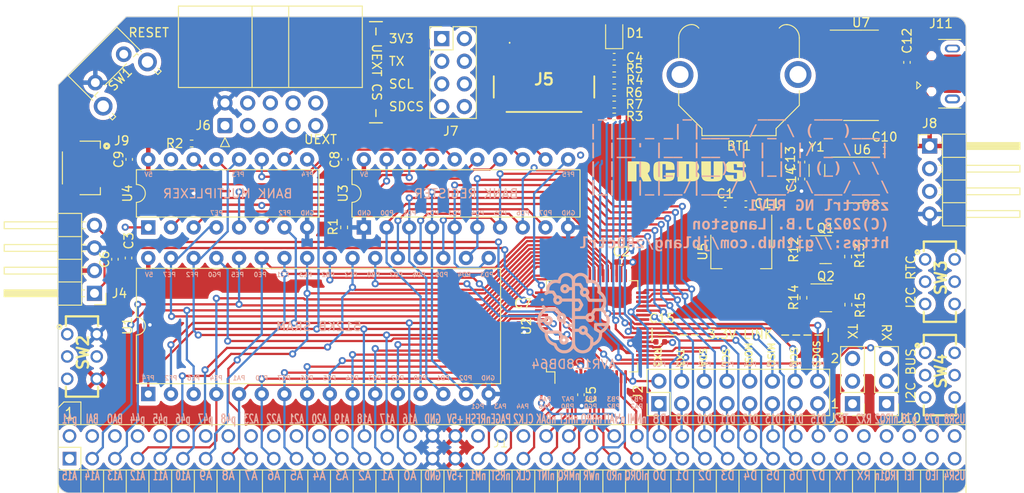
<source format=kicad_pcb>
(kicad_pcb (version 20221018) (generator pcbnew)
  (layers (0 "F.Cu" signal) (1 "In1.Cu" power "Gnd.Cu") (2 "In2.Cu" power "Vcc.Cu") (31 "B.Cu" signal) (34 "B.Paste" user) (35 "F.Paste" user) (36 "B.SilkS" user "B.Silkscreen") (37 "F.SilkS" user "F.Silkscreen") (38 "B.Mask" user) (39 "F.Mask" user) (44 "Edge.Cuts" user))
  (net 0 "")
  (net 1 "/A15")
  (net 2 "/A14")
  (net 3 "/A13")
  (net 4 "/A12")
  (net 5 "/A11")
  (net 6 "/A10")
  (net 7 "/A9")
  (net 8 "/A8")
  (net 9 "/A7")
  (net 10 "/A6")
  (net 11 "/A5")
  (net 12 "/A4")
  (net 13 "/A3")
  (net 14 "/A2")
  (net 15 "/A1")
  (net 16 "/A0")
  (net 17 "/~{M1}")
  (net 18 "/~{INT}")
  (net 19 "/~{MREQ}")
  (net 20 "/~{WR}")
  (net 21 "/~{RD}")
  (net 22 "/~{IORQ}")
  (net 23 "/D0")
  (net 24 "/D1")
  (net 25 "/D2")
  (net 26 "/D3")
  (net 27 "/D4")
  (net 28 "/D5")
  (net 29 "/D6")
  (net 30 "/D7")
  (net 31 "/~{RFSH}")
  (net 32 "/~{BUSACK}")
  (net 33 "/~{HALT}")
  (net 34 "/~{BUSRQ}")
  (net 35 "/~{WAIT}")
  (net 36 "/~{NMI}")
  (net 37 "+3.3V")
  (net 38 "GND")
  (net 39 "+5V")
  (net 40 "/USER1")
  (net 41 "/USER2")
  (net 42 "/USER3")
  (net 43 "/p41")
  (net 44 "/p42")
  (net 45 "/p43")
  (net 46 "/p44")
  (net 47 "/p45")
  (net 48 "/p46")
  (net 49 "/p47")
  (net 50 "/p48")
  (net 51 "/A23")
  (net 52 "/A22")
  (net 53 "/A21")
  (net 54 "/A20")
  (net 55 "/A19")
  (net 56 "/A18")
  (net 57 "/A17")
  (net 58 "/A16")
  (net 59 "/PAGE")
  (net 60 "/CLOCK2")
  (net 61 "/D8")
  (net 62 "/D9")
  (net 63 "/D10")
  (net 64 "/D11")
  (net 65 "/D12")
  (net 66 "/D13")
  (net 67 "/D14")
  (net 68 "/D15")
  (net 69 "/USER5")
  (net 70 "/~{BANK}")
  (net 71 "/BB18")
  (net 72 "/BB17")
  (net 73 "/BB16")
  (net 74 "/BB15")
  (net 75 "/BA18")
  (net 76 "/BA17")
  (net 77 "/BA16")
  (net 78 "/BA15")
  (net 79 "TX3")
  (net 80 "/BRX2")
  (net 81 "/BTX2")
  (net 82 "/BCK")
  (net 83 "/~{Z80RST}")
  (net 84 "Net-(D1-K)")
  (net 86 "RX3")
  (net 87 "SCL")
  (net 88 "SDA")
  (net 92 "/Z80CLK")
  (net 94 "MISO")
  (net 95 "MOSI")
  (net 96 "SCK")
  (net 97 "~{SDCS}")
  (net 98 "Net-(Q1-S)")
  (net 99 "Net-(Q1-D)")
  (net 100 "Net-(Q2-S)")
  (net 101 "Net-(Q2-D)")
  (net 102 "SCL5V")
  (net 103 "SDA5V")
  (net 104 "~{RESET}")
  (net 105 "Net-(U6-OSCI)")
  (net 106 "Net-(U6-OSCO)")
  (net 107 "/BRX1")
  (net 108 "/BTX1")
  (net 109 "RX2")
  (net 110 "TX2")
  (net 111 "RX1")
  (net 112 "TX1")
  (net 118 "Net-(J6-Pin_10)")
  (net 119 "Net-(R3-Pad1)")
  (net 126 "UPDI")
  (net 144 "Net-(U7-~{DTR})")
  (footprint "Connector_PinHeader_2.54mm:PinHeader_1x03_P2.54mm_Vertical" (layer "F.Cu") (at 220.472 116.7638 180)
    (fp_text reference "J10")
    (fp_text value "RX_LINK")
  )
  (footprint "My_Components:RCBUS_Logo" (layer "F.Cu") (at 198.361624 90.7305)
    (fp_text reference "LOGO3")
    (fp_text value "RCBUS_Logo" hide)
  )
  (footprint "Package_SO:SOIC-16_3.9x9.9mm_P1.27mm" (layer "F.Cu") (at 217.613 79.962)
    (fp_text reference "U7")
    (fp_text value "CH340C")
  )
  (footprint "Capacitor_SMD:C_0402_1005Metric" (layer "F.Cu") (at 190.746905 100.8888 180)
    (fp_text reference "C2")
    (fp_text value "0.1uf")
  )
  (footprint "Connector_PinHeader_2.54mm:PinHeader_2x04_P2.54mm_Vertical" (layer "F.Cu") (at 170.688 75.8465)
    (fp_text reference "J7")
    (fp_text value "UXCS")
  )
  (footprint "Resistor_SMD:R_0402_1005Metric" (layer "F.Cu") (at 216.170495 100.2692 90)
    (fp_text reference "R13")
    (fp_text value "4.7K")
  )
  (footprint "Connector_PinHeader_2.54mm:PinHeader_1x04_P2.54mm_Horizontal" (layer "F.Cu") (at 225.298 87.884)
    (fp_text reference "J8")
    (fp_text value "SERIAL")
  )
  (footprint "Connector_PinHeader_2.54mm:PinHeader_1x03_P2.54mm_Vertical" (layer "F.Cu") (at 216.662 116.7638 180)
    (fp_text reference "J3")
    (fp_text value "TX_LINK")
  )
  (footprint "Resistor_SMD:R_0402_1005Metric" (layer "F.Cu") (at 189.992 84.582)
    (fp_text reference "R3")
    (fp_text value "100K")
  )
  (footprint "Package_TO_SOT_SMD:SOT-223-3_TabPin2" (layer "F.Cu") (at 204.216 99.72 -90)
    (fp_text reference "U5")
    (fp_text value "AMS1117-3.3")
  )
  (footprint "Connector_PinHeader_2.54mm:PinHeader_2x08_P2.54mm_Vertical" (layer "F.Cu") (at 194.995905 116.7638 90)
    (fp_text reference "J2")
    (fp_text value "3V_LINK")
  )
  (footprint "Connector_USB:USB_Micro-B_XKB_U254-051T-4BH83-F1S" (layer "F.Cu") (at 227.458 79.787 90)
    (fp_text reference "J11")
    (fp_text value "USB_B_Micro")
  )
  (footprint "Package_DIP:DIP-32_W15.24mm" (layer "F.Cu") (at 137.845905 115.6716 90)
    (fp_text reference "U1")
    (fp_text value "AS6C4008-55PCN")
  )
  (footprint "Resistor_SMD:R_0402_1005Metric" (layer "F.Cu") (at 189.992 83.238505)
    (fp_text reference "R7")
    (fp_text value "100K")
  )
  (footprint "Capacitor_SMD:C_0402_1005Metric" (layer "F.Cu") (at 204.724 94.386)
    (fp_text reference "C11")
    (fp_text value "0.1uf")
  )
  (footprint "Capacitor_SMD:C_0402_1005Metric" (layer "F.Cu") (at 186.266905 115.7506 -90)
    (fp_text reference "C5")
    (fp_text value "0.1uf")
  )
  (footprint "LED_SMD:LED_0805_2012Metric" (layer "F.Cu") (at 189.992 75.29105 90)
    (fp_text reference "D1")
    (fp_text value "LED")
  )
  (footprint "SamacSys_Parts:JS202011CQN" (layer "F.Cu") (at 226.442 113.5526 -90)
    (fp_text reference "SW4")
    (fp_text value "BUS" hide)
  )
  (footprint "Resistor_SMD:R_0402_1005Metric" (layer "F.Cu") (at 216.196 105.662 90)
    (fp_text reference "R15")
    (fp_text value "4.7K")
  )
  (footprint "Resistor_SMD:R_0402_1005Metric" (layer "F.Cu") (at 189.992 79.208032 180)
    (fp_text reference "R5")
    (fp_text value "100")
  )
  (footprint "Capacitor_SMD:C_0402_1005Metric" (layer "F.Cu") (at 189.992 77.874541)
    (fp_text reference "C4")
    (fp_text value "0.1uf")
  )
  (footprint "Capacitor_SMD:C_0402_1005Metric" (layer "F.Cu") (at 210.955472 91.585203 -90)
    (fp_text reference "C14")
    (fp_text value "0.6pf")
  )
  (footprint "SamacSys_Parts:XKTF08030" (layer "F.Cu") (at 182.138 80.6665 180)
    (fp_text reference "J5")
    (fp_text value "XKTF-0803-0" hide)
  )
  (footprint "Package_QFP:TQFP-64_10x10mm_P0.5mm" (layer "F.Cu") (at 187.516905 108.077 90)
    (fp_text reference "U2")
    (fp_text value " AVR128DB64T-I/PT ")
  )
  (footprint "Capacitor_SMD:C_0402_1005Metric" (layer "F.Cu") (at 222.758 78.514 90)
    (fp_text reference "C12")
    (fp_text value "0.1uf")
  )
  (footprint "Capacitor_SMD:C_0402_1005Metric" (layer "F.Cu") (at 195.150905 109.827 180)
    (fp_text reference "C15")
    (fp_text value "0.1uf")
  )
  (footprint "Resistor_SMD:R_0402_1005Metric" (layer "F.Cu") (at 189.992 81.895014)
    (fp_text reference "R6")
    (fp_text value "100K")
  )
  (footprint "Resistor_SMD:R_0402_1005Metric" (layer "F.Cu") (at 211.141295 99.4992 -90)
    (fp_text reference "R12")
    (fp_text value "4.7K")
  )
  (footprint "SamacSys_Parts:JS202011CQN" (layer "F.Cu") (at 226.442 103.084 -90)
    (fp_text reference "SW3")
    (fp_text value "RTC" hide)
  )
  (footprint "Capacitor_SMD:C_0402_1005Metric" (layer "F.Cu") (at 159.842305 89.3826 90)
    (fp_text reference "C8")
    (fp_text value "0.1uf")
  )
  (footprint "Package_DIP:DIP-16_W7.62mm" (layer "F.Cu") (at 137.845905 97.0026 90)
    (fp_text reference "U4")
    (fp_text value "74HCT257")
  )
  (footprint "Resistor_SMD:R_0402_1005Metric" (layer "F.Cu") (at 189.992 80.551523)
    (fp_text reference "R4")
    (fp_text value "100K")
  )
  (footprint "Capacitor_SMD:C_0402_1005Metric" (layer "F.Cu") (at 134.112 100.574 90)
    (fp_text reference "C6")
    (fp_text value "0.1uf")
  )
  (footprint "Package_TO_SOT_SMD:SOT-23" (layer "F.Cu") (at 213.6814 104.892)
    (fp_text reference "Q2")
    (fp_text value "BSS138")
  )
  (footprint "Capacitor_SMD:C_0402_1005Metric" (layer "F.Cu") (at 202.424 94.386)
    (fp_text reference "C1")
    (fp_text value "0.1uf")
  )
  (footprint "Package_TO_SOT_SMD:SOT-23" (layer "F.Cu") (at 213.658195 99.4992)
    (fp_text reference "Q1")
    (fp_text value "BSS138")
  )
  (footprint "Package_DIP:DIP-20_W7.62mm" (layer "F.Cu") (at 161.975905 97.0026 90)
    (fp_text reference "U3")
    (fp_text value "74HCT574")
  )
  (footprint "Capacitor_SMD:C_0402_1005Metric" (layer "F.Cu") (at 210.955472 89.680203 90)
    (fp_text reference "C13")
    (fp_text value "0.6pf")
  )
  (footprint "Crystal:Crystal_SMD_3215-2Pin_3.2x1.5mm" (layer "F.Cu") (at 212.682672 90.6218 -90)
    (fp_text reference "Y1")
    (fp_text value "32kHz")
  )
  (footprint "Resistor_SMD:R_0402_1005Metric" (layer "F.Cu") (at 211.1668 104.892 -90)
    (fp_text reference "R14")
    (fp_text value "4.7K")
  )
  (footprint "Custom:JST_SM04B-SRSS-TB_LF__SN_" (layer "F.Cu") (at 132.81 90.339848 -90)
    (fp_text reference "J9")
    (fp_text value "SM04B-SRSS-TB")
  )
  (footprint "Custom:RCBus-80" (layer "F.Cu") (at 177.292 121.6406)
    (fp_text reference "J1")
    (fp_text value "RCBus-80")
  )
  (footprint "Resistor_SMD:R_0402_1005Metric" (layer "F.Cu") (at 159.766105 97.0026 90)
    (fp_text reference "R1")
    (fp_text value "10K")
  )
  (footprint "Capacitor_SMD:C_0402_1005Metric" (layer "F.Cu") (at 220.218 88.392 180)
    (fp_text reference "C10")
    (fp_text value "1uf")
  )
  (footprint "Capacitor_SMD:C_0402_1005Metric" (layer "F.Cu") (at 179.778705 107.823 180)
    (fp_text reference "C7")
    (fp_text value "0.1uf")
  )
  (footprint "Battery:BatteryHolder_Keystone_3001_1x12mm" (layer "F.Cu") (at 203.961059 79.874653 180)
    (fp_text reference "BT1")
    (fp_text value "CR1216")
  )
  (footprint "Button_Switch_THT:SW_Tactile_SPST_Angled_PTS645Vx31-2LFS" (layer "F.Cu") (at 131.919969 80.781305 45)
    (fp_text reference "SW1")
    (fp_text value "RESET")
  )
  (footprint "SamacSys_Parts:JS202011CQN" (layer "F.Cu") (at 130.428 111.466 -90)
    (fp_text reference "SW2")
    (fp_text value "BANK_EN" hide)
  )
  (footprint "Capacitor_SMD:C_0402_1005Metric" (layer "F.Cu") (at 135.712305 89.3826 90)
    (fp_text reference "C9")
    (fp_text value "1uf")
  )
  (footprint "Connector_IDC:IDC-Header_2x05_P2.54mm_Horizontal" (layer "F.Cu") (at 146.431 85.598 90)
    (fp_text reference "J6")
    (fp_text value "UEXT")
  )
  (footprint "Package_SO:SOIC-8_3.9x4.9mm_P1.27mm" (layer "F.Cu") (at 217.743 91.694)
    (fp_text reference "U6")
    (fp_text value "PCF8563T")
  )
  (footprint "Connector_PinHeader_2.54mm:PinHeader_1x04_P2.54mm_Horizontal" (layer "F.Cu") (at 131.826 104.384 180)
    (fp_text reference "J4")
    (fp_text value "UPDI")
  )
  (footprint "Resistor_SMD:R_0402_1005Metric" (layer "F.Cu") (at 142.697305 87.6046 180)
    (fp_text reference "R2")
    (fp_text value "10K")
  )
  (footprint "Capacitor_SMD:C_0402_1005Metric" (layer "F.Cu") (at 135.636 100.4316 90)
    (fp_text reference "C3")
    (fp_text value "0.1uf")
  )
  (gr_poly (pts (xy 184.70764 102.093754) (xy 184.767574 102.099078) (xy 184.826599 102.108333) (xy 184.884652 102.121508) (xy 184.941672 102.138591) (xy 184.997596 102.159566) (xy 185.052363 102.184423) (xy 185.10591 102.213148) (xy 185.158175 102.245728) (xy 185.209097 102.28215) (xy 185.258614 102.322401) (xy 185.306663 102.366469) (xy 185.435426 102.491704) (xy 185.497163 102.415857) (xy 185.513598 102.397033) (xy 185.532317 102.377706) (xy 185.553082 102.358039) (xy 185.575656 102.338191) (xy 185.599801 102.318322) (xy 185.625279 102.298593) (xy 185.651853 102.279164) (xy 185.679284 102.260194) (xy 185.707336 102.241845) (xy 185.73577 102.224276) (xy 185.764349 102.207647) (xy 185.792834 102.192119) (xy 185.820989 102.177852) (xy 185.848576 102.165006) (xy 185.875356 102.153742) (xy 185.901093 102.144219) (xy 185.965538 102.124508) (xy 186.031025 102.109651) (xy 186.097271 102.099578) (xy 186.163995 102.094223) (xy 186.230916 102.09352) (xy 186.297751 102.0974) (xy 186.36422 102.105796) (xy 186.430039 102.118642) (xy 186.494929 102.13587) (xy 186.558607 102.157413) (xy 186.620791 102.183204) (xy 186.681201 102.213176) (xy 186.739553 102.247261) (xy 186.795567 102.285392) (xy 186.848962 102.327502) (xy 186.899454 102.373524) (xy 186.921703 102.395714) (xy 186.942835 102.418011) (xy 186.962892 102.440477) (xy 186.981916 102.463179) (xy 186.999948 102.486181) (xy 187.017028 102.509547) (xy 187.0332 102.533342) (xy 187.048503 102.55763) (xy 187.062979 102.582476) (xy 187.07667 102.607946) (xy 187.089617 102.634102) (xy 187.10186 102.66101) (xy 187.113443 102.688735) (xy 187.124405 102.717341) (xy 187.134789 102.746893) (xy 187.144635 102.777455) (xy 187.174621 102.874469) (xy 187.358065 102.869177) (xy 187.397352 102.868485) (xy 187.434068 102.86844) (xy 187.468535 102.869107) (xy 187.501078 102.870555) (xy 187.532019 102.87285) (xy 187.561681 102.87606) (xy 187.590387 102.880252) (xy 187.618459 102.885493) (xy 187.646222 102.89185) (xy 187.673998 102.89939) (xy 187.702109 102.908181) (xy 187.73088 102.91829) (xy 187.760632 102.929784) (xy 187.791689 102.94273) (xy 187.824374 102.957195) (xy 187.85901 102.973246) (xy 187.9075 102.998211) (xy 187.95498 103.026036) (xy 188.001307 103.056563) (xy 188.04634 103.089636) (xy 188.089937 103.125096) (xy 188.131954 103.162785) (xy 188.172251 103.202547) (xy 188.210685 103.244224) (xy 188.247114 103.287658) (xy 188.281396 103.332691) (xy 188.313388 103.379165) (xy 188.342949 103.426924) (xy 188.369937 103.47581) (xy 188.394209 103.525664) (xy 188.415623 103.57633) (xy 188.434038 103.627649) (xy 188.445985 103.666506) (xy 188.455535 103.702366) (xy 188.459488 103.719786) (xy 188.462935 103.737193) (xy 188.465907 103.754832) (xy 188.468434 103.772949) (xy 188.470547 103.79179) (xy 188.472278 103.8116) (xy 188.474717 103.855108) (xy 188.475999 103.905437) (xy 188.476371 103.964552) (xy 188.475885 104.032144) (xy 188.475879 104.0596) (xy 188.476123 104.083283) (xy 188.476361 104.093817) (xy 188.476688 104.103535) (xy 188.477112 104.112481) (xy 188.477642 104.120697) (xy 188.478288 104.128226) (xy 188.479057 104.13511) (xy 188.479959 104.141392) (xy 188.481001 104.147114) (xy 188.482194 104.15232) (xy 188.483545 104.157052) (xy 188.485064 104.161352) (xy 188.486758 104.165263) (xy 188.488637 104.168828) (xy 188.49071 104.17209) (xy 188.492985 104.17509) (xy 188.495471 104.177872) (xy 188.498176 104.180479) (xy 188.50111 104.182952) (xy 188.504281 104.185335) (xy 188.507697 104.18767) (xy 188.511369 104.19) (xy 188.515303 104.192367) (xy 188.523996 104.197385) (xy 188.540702 104.20818) (xy 188.558922 104.221236) (xy 188.578435 104.236332) (xy 188.599016 104.253251) (xy 188.620446 104.271771) (xy 188.6425 104.291674) (xy 188.664958 104.312739) (xy 188.687597 104.334748) (xy 188.710194 104.35748) (xy 188.732528 104.380716) (xy 188.754376 104.404236) (xy 188.775515 104.427821) (xy 188.795725 104.45125) (xy 188.814783 104.474306) (xy 188.832465 104.496766) (xy 188.848551 104.518413) (xy 188.880822 104.565161) (xy 188.910842 104.612182) (xy 188.938635 104.659544) (xy 188.964224 104.707314) (xy 188.987632 104.75556) (xy 189.008883 104.804349) (xy 189.027999 104.853747) (xy 189.045005 104.903823) (xy 189.059922 104.954642) (xy 189.072776 105.006273) (xy 189.083588 105.058782) (xy 189.092382 105.112237) (xy 189.099181 105.166705) (xy 189.104009 105.222253) (xy 189.106888 105.278948) (xy 189.107843 105.336857) (xy 189.106971 105.39086) (xy 189.10434 105.443773) (xy 189.099925 105.495662) (xy 189.093705 105.546595) (xy 189.085655 105.596639) (xy 189.075752 105.645862) (xy 189.063974 105.69433) (xy 189.050296 105.742111) (xy 189.034697 105.789272) (xy 189.017151 105.835879) (xy 188.997637 105.882001) (xy 188.976131 105.927705) (xy 188.952609 105.973057) (xy 188.927048 106.018125) (xy 188.899426 106.062976) (xy 188.869718 106.107677) (xy 188.864575 106.115505) (xy 188.859741 106.12309) (xy 188.855239 106.130396) (xy 188.851087 106.137387) (xy 188.847308 106.144027) (xy 188.843922 106.150279) (xy 188.840948 106.156107) (xy 188.838409 106.161476) (xy 188.836325 106.166348) (xy 188.834716 106.170688) (xy 188.834096 106.172647) (xy 188.833603 106.174459) (xy 188.833239 106.176121) (xy 188.833007 106.177626) (xy 188.832909 106.178972) (xy 188.832949 106.180152) (xy 188.833127 106.181164) (xy 188.833448 106.182001) (xy 188.833914 106.182661) (xy 188.834526 106.183138) (xy 188.835289 106.183427) (xy 188.836204 106.183524) (xy 188.839824 106.184256) (xy 188.844683 106.186403) (xy 188.857819 106.194645) (xy 188.875016 106.207662) (xy 188.89568 106.224865) (xy 188.945035 106.269472) (xy 189.001128 106.323753) (xy 189.059205 106.382995) (xy 189.114513 106.442485) (xy 189.139642 106.47085) (xy 189.162296 106.49751) (xy 189.181881 106.521876) (xy 189.197801 106.543357) (xy 189.263118 106.643236) (xy 189.320151 106.746746) (xy 189.368884 106.853381) (xy 189.409303 106.962639) (xy 189.441391 107.074016) (xy 189.465134 107.187008) (xy 189.480516 107.301111) (xy 189.48752 107.415821) (xy 189.486133 107.530634) (xy 189.476338 107.645047) (xy 189.458119 107.758556) (xy 189.431462 107.870656) (xy 189.39635 107.980845) (xy 189.352769 108.088617) (xy 189.300703 108.19347) (xy 189.240135 108.2949) (xy 189.218376 108.327491) (xy 189.194877 108.360339) (xy 189.169802 108.393285) (xy 189.143314 108.426171) (xy 189.115576 108.458841) (xy 189.086749 108.491135) (xy 189.056998 108.522898) (xy 189.026484 108.55397) (xy 188.995371 108.584195) (xy 188.963821 108.613415) (xy 188.931998 108.641473) (xy 188.900063 108.66821) (xy 188.86818 108.693469) (xy 188.836511 108.717092) (xy 188.80522 108.738923) (xy 188.774468 108.758802) (xy 188.649233 108.836413) (xy 188.640413 109.030441) (xy 188.636771 109.086717) (xy 188.631118 109.141817) (xy 188.62343 109.195807) (xy 188.613679 109.24875) (xy 188.601841 109.300711) (xy 188.587889 109.351755) (xy 188.571798 109.401946) (xy 188.553541 109.451349) (xy 188.533094 109.500028) (xy 188.510429 109.548049) (xy 188.485522 109.595476) (xy 188.458346 109.642373) (xy 188.428876 109.688804) (xy 188.397086 109.734835) (xy 188.362949 109.780531) (xy 188.326441 109.825955) (xy 188.297397 109.859291) (xy 188.265989 109.892387) (xy 188.232458 109.925084) (xy 188.197043 109.957227) (xy 188.159984 109.988656) (xy 188.121523 110.019214) (xy 188.081899 110.048745) (xy 188.041352 110.077089) (xy 188.000123 110.104089) (xy 187.958453 110.129588) (xy 187.91658 110.153429) (xy 187.874747 110.175453) (xy 187.833193 110.195503) (xy 187.792158 110.213421) (xy 187.751882 110.229051) (xy 187.712607 110.242233) (xy 187.700075 110.246088) (xy 187.688829 110.249839) (xy 187.67871 110.253674) (xy 187.669557 110.257777) (xy 187.661211 110.262335) (xy 187.65351 110.267533) (xy 187.646295 110.273559) (xy 187.639406 110.280597) (xy 187.632682 110.288834) (xy 187.625963 110.298456) (xy 187.619089 110.309649) (xy 187.6119 110.322599) (xy 187.604236 110.337493) (xy 187.595936 110.354515) (xy 187.576788 110.39569) (xy 187.546299 110.457536) (xy 187.513705 110.516727) (xy 187.479007 110.573257) (xy 187.442208 110.627118) (xy 187.403312 110.678303) (xy 187.36232 110.726802) (xy 187.319235 110.77261) (xy 187.27406 110.815717) (xy 187.226797 110.856116) (xy 187.177449 110.8938) (xy 187.126019 110.92876) (xy 187.072508 110.96099) (xy 187.016921 110.99048) (xy 186.959258 111.017224) (xy 186.899523 111.041213) (xy 186.837718 111.062441) (xy 186.766152 111.082684) (xy 186.693813 111.098463) (xy 186.620921 111.109818) (xy 186.547696 111.116791) (xy 186.474358 111.119423) (xy 186.401125 111.117755) (xy 186.328217 111.11183) (xy 186.255855 111.101687) (xy 186.184258 111.08737) (xy 186.113645 111.068918) (xy 186.044236 111.046373) (xy 185.976251 111.019777) (xy 185.90991 110.989171) (xy 185.845431 110.954596) (xy 185.783034 110.916093) (xy 185.72294 110.873705) (xy 185.706228 110.860281) (xy 185.688624 110.845276) (xy 185.670312 110.828886) (xy 185.651475 110.811307) (xy 185.632298 110.792737) (xy 185.612963 110.77337) (xy 185.574553 110.733035) (xy 185.537715 110.691873) (xy 185.520343 110.671473) (xy 185.503915 110.651455) (xy 185.488613 110.632016) (xy 185.474621 110.613352) (xy 185.462123 110.59566) (xy 185.451301 110.579135) (xy 185.448441 110.574507) (xy 185.445782 110.570554) (xy 185.443279 110.567287) (xy 185.44207 110.565916) (xy 185.440883 110.564721) (xy 185.439712 110.563705) (xy 185.43855 110.562868) (xy 185.437392 110.562213) (xy 185.436233 110.561741) (xy 185.435065 110.561454) (xy 185.433884 110.561353) (xy 185.432683 110.56144) (xy 185.431458 110.561717) (xy 185.430201 110.562185) (xy 185.428907 110.562846) (xy 185.427571 110.563701) (xy 185.426187 110.564752) (xy 185.424748 110.566001) (xy 185.423249 110.567449) (xy 185.421684 110.569098) (xy 185.420047 110.57095) (xy 185.416536 110.575267) (xy 185.412668 110.580414) (xy 185.408397 110.586403) (xy 185.403676 110.593247) (xy 185.388914 110.613468) (xy 185.37132 110.635545) (xy 185.351246 110.659142) (xy 185.329042 110.683921) (xy 185.305061 110.709549) (xy 185.279653 110.735687) (xy 185.253171 110.762002) (xy 185.225965 110.788156) (xy 185.198387 110.813814) (xy 185.170788 110.838641) (xy 185.14352 110.862299) (xy 185.116934 110.884453) (xy 185.091382 110.904768) (xy 185.067215 110.922907) (xy 185.044784 110.938535) (xy 185.024441 110.951316) (xy 184.99906 110.965716) (xy 184.969898 110.980861) (xy 184.937965 110.996337) (xy 184.904276 111.011729) (xy 184.869842 111.026626) (xy 184.835677 111.040613) (xy 184.802793 111.053277) (xy 184.772204 111.064205) (xy 184.729086 111.077899) (xy 184.690514 111.088761) (xy 184.672081 111.093227) (xy 184.653762 111.097102) (xy 184.635215 111.100423) (xy 184.6161 111.103231) (xy 184.596076 111.105563) (xy 184.5748 111.107458) (xy 184.527134 111.110093) (xy 184.470373 111.111447) (xy 184.401788 111.11183) (xy 184.333719 111.111451) (xy 184.304204 111.110923) (xy 184.277268 111.110121) (xy 184.252585 111.109009) (xy 184.229829 111.107551) (xy 184.208675 111.10571) (xy 184.188798 111.103451) (xy 184.169872 111.100737) (xy 184.15157 111.097532) (xy 184.133569 111.093801) (xy 184.115542 111.089505) (xy 184.097163 111.084611) (xy 184.078107 111.079081) (xy 184.036663 111.065969) (xy 183.970941 111.042414) (xy 183.90743 111.016104) (xy 183.846194 110.987098) (xy 183.787293 110.95545) (xy 183.73079 110.921219) (xy 183.676747 110.88446) (xy 183.625225 110.845232) (xy 183.576288 110.80359) (xy 183.529996 110.759592) (xy 183.486412 110.713294) (xy 183.445598 110.664754) (xy 183.407616 110.614027) (xy 183.372527 110.561172) (xy 183.340395 110.506244) (xy 183.31128 110.449301) (xy 183.285246 110.390399) (xy 183.269247 110.351242) (xy 183.262317 110.335201) (xy 183.255811 110.321222) (xy 183.249512 110.309082) (xy 183.246372 110.303633) (xy 183.243202 110.29856) (xy 183.239975 110.293836) (xy 183.236665 110.289433) (xy 183.233243 110.285323) (xy 183.229683 110.281479) (xy 183.225958 110.277873) (xy 183.222041 110.274476) (xy 183.217903 110.271262) (xy 183.213519 110.268202) (xy 183.208861 110.265268) (xy 183.203902 110.262434) (xy 183.192973 110.25695) (xy 183.180513 110.251528) (xy 183.166308 110.245946) (xy 183.131788 110.233413) (xy 183.065517 110.207781) (xy 183.001639 110.179832) (xy 182.940148 110.149562) (xy 182.88104 110.116969) (xy 182.824308 110.082051) (xy 182.769949 110.044805) (xy 182.717957 110.005228) (xy 182.668326 109.963318) (xy 182.621051 109.919072) (xy 182.576128 109.872488) (xy 182.533551 109.823563) (xy 182.493315 109.772294) (xy 182.455415 109.718679) (xy 182.419845 109.662716) (xy 182.3866 109.604401) (xy 182.355676 109.543733) (xy 182.338454 109.507068) (xy 182.322486 109.471093) (xy 182.307749 109.435712) (xy 182.294216 109.40083) (xy 182.281861 109.366351) (xy 182.270658 109.33218) (xy 182.260582 109.29822) (xy 182.251607 109.264377) (xy 182.243707 109.230554) (xy 182.236855 109.196656) (xy 182.231027 109.162588) (xy 182.226196 109.128254) (xy 182.222337 109.093558) (xy 182.219423 109.058405) (xy 182.217429 109.022698) (xy 182.216329 108.986344) (xy 182.214565 108.836413) (xy 182.110496 108.774677) (xy 182.084282 108.758566) (xy 182.056143 108.739554) (xy 182.026427 108.717963) (xy 181.995485 108.694117) (xy 181.963664 108.668338) (xy 181.931313 108.640949) (xy 181.898781 108.612273) (xy 181.866418 108.582634) (xy 181.834571 108.552353) (xy 181.80359 108.521755) (xy 181.773823 108.491162) (xy 181.745619 108.460898) (xy 181.719327 108.431284) (xy 181.695296 108.402644) (xy 181.673875 108.375302) (xy 181.655413 108.34958) (xy 181.61366 108.284595) (xy 181.575374 108.218373) (xy 181.540538 108.151031) (xy 181.509134 108.082685) (xy 181.481146 108.01345) (xy 181.456556 107.943445) (xy 181.43535 107.872786) (xy 181.417508 107.801589) (xy 181.403015 107.729971) (xy 181.393236 107.666954) (xy 181.747135 107.666954) (xy 181.748161 107.681163) (xy 181.751128 107.699014) (xy 181.755867 107.72006) (xy 181.76221 107.743849) (xy 181.77904 107.797861) (xy 181.800272 107.857455) (xy 181.824563 107.919032) (xy 181.85057 107.978998) (xy 181.876949 108.033754) (xy 181.889859 108.058055) (xy 181.902357 108.079705) (xy 181.918752 108.105382) (xy 181.937359 108.131991) (xy 181.957951 108.159308) (xy 181.980299 108.187109) (xy 182.004177 108.215168) (xy 182.029357 108.243261) (xy 182.055612 108.271162) (xy 182.082715 108.298647) (xy 182.110437 108.325492) (xy 182.138553 108.351471) (xy 182.166834 108.37636) (xy 182.195052 108.399933) (xy 182.222982 108.421967) (xy 182.250394 108.442236) (xy 182.277063 108.460515) (xy 182.30276 108.47658) (xy 182.406829 108.538316) (xy 183.16001 108.547135) (xy 183.408704 108.550126) (xy 183.509492 108.551492) (xy 183.596131 108.552868) (xy 183.63451 108.553583) (xy 183.669789 108.554327) (xy 183.702115 108.55511) (xy 183.731634 108.555941) (xy 183.758491 108.556829) (xy 183.782833 108.557783) (xy 183.804806 108.558811) (xy 183.824555 108.559924) (xy 183.842227 108.561129) (xy 183.857967 108.562437) (xy 183.871922 108.563856) (xy 183.884238 108.565395) (xy 183.89506 108.567063) (xy 183.899957 108.567948) (xy 183.904535 108.568869) (xy 183.908812 108.569827) (xy 183.912808 108.570822) (xy 183.916539 108.571857) (xy 183.920025 108.572932) (xy 183.923284 108.574049) (xy 183.926334 108.575208) (xy 183.929192 108.57641) (xy 183.931878 108.577657) (xy 183.93441 108.57895) (xy 183.936805 108.58029) (xy 183.939083 108.581679) (xy 183.941261 108.583116) (xy 183.945391 108.586143) (xy 183.949341 108.589381) (xy 183.953258 108.592838) (xy 183.957288 108.596524) (xy 183.962213 108.601648) (xy 183.968333 108.608985) (xy 183.983801 108.629735) (xy 184.00299 108.657637) (xy 184.025197 108.691554) (xy 184.04972 108.730349) (xy 184.075854 108.772886) (xy 184.102898 108.818027) (xy 184.130149 108.864636) (xy 184.260676 109.093941) (xy 184.359455 109.093941) (xy 184.387663 109.094464) (xy 184.4148 109.096056) (xy 184.440949 109.098755) (xy 184.466197 109.102595) (xy 184.490628 109.107614) (xy 184.514329 109.113847) (xy 184.537383 109.12133) (xy 184.559876 109.130101) (xy 184.581894 109.140194) (xy 184.603522 109.151646) (xy 184.624845 109.164494) (xy 184.645948 109.178773) (xy 184.666918 109.19452) (xy 184.687837 109.21177) (xy 184.708794 109.230561) (xy 184.729871 109.250927) (xy 184.752078 109.274242) (xy 184.772422 109.297298) (xy 184.790941 109.32021) (xy 184.807675 109.34309) (xy 184.822663 109.366053) (xy 184.835942 109.389213) (xy 184.847553 109.412683) (xy 184.857533 109.436576) (xy 184.865921 109.461007) (xy 184.872756 109.486089) (xy 184.878078 109.511936) (xy 184.881924 109.538661) (xy 184.884333 109.566379) (xy 184.885345 109.595202) (xy 184.884997 109.625245) (xy 184.883329 109.656621) (xy 184.880795 109.683149) (xy 184.877176 109.709139) (xy 184.872493 109.734574) (xy 184.866765 109.759433) (xy 184.860014 109.783697) (xy 184.852261 109.807345) (xy 184.843526 109.830358) (xy 184.83383 109.852716) (xy 184.823193 109.8744) (xy 184.811637 109.89539) (xy 184.799181 109.915666) (xy 184.785847 109.935209) (xy 184.771655 109.953999) (xy 184.756625 109.972015) (xy 184.74078 109.989239) (xy 184.724138 110.005651) (xy 184.706721 110.021231) (xy 184.68855 110.035959) (xy 184.669645 110.049816) (xy 184.650027 110.062781) (xy 184.629717 110.074836) (xy 184.608734 110.08596) (xy 184.587101 110.096134) (xy 184.564837 110.105338) (xy 184.541963 110.113553) (xy 184.5185 110.120758) (xy 184.494469 110.126935) (xy 184.46989 110.132062) (xy 184.444784 110.136121) (xy 184.419171 110.139092) (xy 184.393073 110.140955) (xy 184.36651 110.141691) (xy 184.346331 110.141407) (xy 184.326475 110.140556) (xy 184.306945 110.139139) (xy 184.287745 110.137157) (xy 184.268876 110.134613) (xy 184.250343 110.131506) (xy 184.232147 110.127838) (xy 184.214292 110.123611) (xy 184.19678 110.118826) (xy 184.179616 110.113484) (xy 184.1628 110.107587) (xy 184.146337 110.101135) (xy 184.13023 110.094131) (xy 184.11448 110.086575) (xy 184.099092 110.078468) (xy 184.084067 110.069813) (xy 184.06941 110.060609) (xy 184.055122 110.050859) (xy 184.041207 110.040564) (xy 184.027667 110.029725) (xy 184.014507 110.018344) (xy 184.001727 110.006421) (xy 183.989332 109.993958) (xy 183.977324 109.980957) (xy 183.965707 109.967417) (xy 183.954482 109.953342) (xy 183.943653 109.938732) (xy 183.933224 109.923589) (xy 183.923196 109.907913) (xy 183.913572 109.891706) (xy 183.904357 109.874969) (xy 183.895551 109.857704) (xy 183.886779 109.839874) (xy 183.878946 109.823295) (xy 183.872003 109.80777) (xy 183.865896 109.793102) (xy 183.860575 109.779096) (xy 183.855988 109.765555) (xy 183.852083 109.752283) (xy 183.848808 109.739083) (xy 183.846113 109.725759) (xy 183.843944 109.712115) (xy 183.842251 109.697954) (xy 183.840981 109.68308) (xy 183.840084 109.667296) (xy 183.839507 109.650406) (xy 183.839251 109.626198) (xy 184.188749 109.626198) (xy 184.189147 109.638793) (xy 184.190479 109.651137) (xy 184.192713 109.663194) (xy 184.195816 109.674929) (xy 184.199757 109.686309) (xy 184.204504 109.697298) (xy 184.210025 109.707862) (xy 184.216288 109.717966) (xy 184.22326 109.727576) (xy 184.230911 109.736658) (xy 184.239207 109.745176) (xy 184.248118 109.753097) (xy 184.25761 109.760385) (xy 184.267653 109.767006) (xy 184.278213 109.772925) (xy 184.28926 109.778109) (xy 184.300761 109.782522) (xy 184.312684 109.78613) (xy 184.324997 109.788897) (xy 184.337668 109.790791) (xy 184.350665 109.791776) (xy 184.363957 109.791817) (xy 184.377511 109.790881) (xy 184.391295 109.788932) (xy 184.405278 109.785935) (xy 184.419427 109.781858) (xy 184.430262 109.777884) (xy 184.440603 109.773262) (xy 184.450444 109.768024) (xy 184.459775 109.762203) (xy 184.46859 109.755834) (xy 184.47688 109.748949) (xy 184.484638 109.741581) (xy 184.491856 109.733764) (xy 184.498526 109.725531) (xy 184.504641 109.716915) (xy 184.510192 109.70795) (xy 184.515173 109.698669) (xy 184.519574 109.689105) (xy 184.523389 109.679291) (xy 184.52661 109.66926) (xy 184.529229 109.659047) (xy 184.531238 109.648684) (xy 184.532629 109.638204) (xy 184.533395 109.62764) (xy 184.533528 109.617027) (xy 184.53302 109.606397) (xy 184.531864 109.595783) (xy 184.530052 109.585219) (xy 184.527575 109.574739) (xy 184.524427 109.564374) (xy 184.520599 109.554159) (xy 184.516084 109.544127) (xy 184.510873 109.53431) (xy 184.50496 109.524744) (xy 184.498337 109.515459) (xy 184.490995 109.506491) (xy 184.482927 109.497872) (xy 184.474683 109.490094) (xy 184.466174 109.482962) (xy 184.457425 109.476473) (xy 184.448458 109.470621) (xy 184.4393 109.465402) (xy 184.429972 109.460812) (xy 184.420501 109.456845) (xy 184.41091 109.453499) (xy 184.401224 109.450767) (xy 184.391466 109.448645) (xy 184.381661 109.44713) (xy 184.371833 109.446216) (xy 184.362006 109.445898) (xy 184.352204 109.446173) (xy 184.342453 109.447036) (xy 184.332775 109.448482) (xy 184.323196 109.450507) (xy 184.313739 109.453107) (xy 184.304429 109.456276) (xy 184.295289 109.46001) (xy 184.286345 109.464305) (xy 184.27762 109.469156) (xy 184.269138 109.474558) (xy 184.260924 109.480508) (xy 184.253003 109.487001) (xy 184.245397 109.494031) (xy 184.238132 109.501595) (xy 184.231231 109.509688) (xy 184.224719 109.518306) (xy 184.218621 109.527443) (xy 184.212959 109.537097) (xy 184.20776 109.547261) (xy 184.201884 109.560644) (xy 184.197134 109.573983) (xy 184.193477 109.587242) (xy 184.190882 109.600387) (xy 184.189317 109.613384) (xy 184.188749 109.626198) (xy 183.839251 109.626198) (xy 183.839107 109.612524) (xy 183.839507 109.575307) (xy 183.840084 109.558756) (xy 183.840981 109.543319) (xy 183.842251 109.528802) (xy 183.843944 109.51501) (xy 183.846113 109.501752) (xy 183.848808 109.488831) (xy 183.852083 109.476056) (xy 183.855988 109.463231) (xy 183.860575 109.450163) (xy 183.865896 109.436659) (xy 183.872003 109.422524) (xy 183.878946 109.407565) (xy 183.886779 109.391588) (xy 183.895551 109.374399) (xy 183.951996 109.263275) (xy 183.84969 109.086885) (xy 183.747385 108.908733) (xy 183.167065 108.903441) (xy 183.050146 108.903104) (xy 182.940461 108.903386) (xy 182.84045 108.904247) (xy 182.752552 108.905646) (xy 182.679205 108.907541) (xy 182.622851 108.90989) (xy 182.585926 108.912653) (xy 182.575512 108.914176) (xy 182.570871 108.915788) (xy 182.56905 108.918403) (xy 182.567552 108.922238) (xy 182.565486 108.933323) (xy 182.564604 108.948553) (xy 182.564835 108.967437) (xy 182.56611 108.989483) (xy 182.568359 109.014201) (xy 182.575501 109.069687) (xy 182.585702 109.12997) (xy 182.598404 109.19112) (xy 182.613049 109.249211) (xy 182.620926 109.275883) (xy 182.629079 109.300316) (xy 182.651232 109.356785) (xy 182.677235 109.411662) (xy 182.706927 109.464802) (xy 182.740149 109.516062) (xy 182.77674 109.565296) (xy 182.816541 109.612359) (xy 182.85939 109.657107) (xy 182.905128 109.699396) (xy 182.953594 109.73908) (xy 183.004629 109.776015) (xy 183.058072 109.810056) (xy 183.113763 109.841058) (xy 183.171541 109.868877) (xy 183.231247 109.893368) (xy 183.292721 109.914387) (xy 183.355801 109.931788) (xy 183.381319 109.938704) (xy 183.404419 109.945692) (xy 183.425286 109.95295) (xy 183.444106 109.960672) (xy 183.461066 109.969055) (xy 183.468907 109.973556) (xy 183.476352 109.978297) (xy 183.483425 109.9833) (xy 183.49015 109.988592) (xy 183.496549 109.994197) (xy 183.502645 110.000139) (xy 183.508463 110.006442) (xy 183.514024 110.013132) (xy 183.519354 110.020232) (xy 183.524473 110.027768) (xy 183.529407 110.035764) (xy 183.534178 110.044244) (xy 183.543325 110.062757) (xy 183.5521 110.083501) (xy 183.560688 110.106675) (xy 183.569277 110.132473) (xy 183.578052 110.161093) (xy 183.594426 110.210086) (xy 183.613712 110.257773) (xy 183.635804 110.30405) (xy 183.660596 110.34881) (xy 183.687982 110.391947) (xy 183.717857 110.433356) (xy 183.750114 110.47293) (xy 183.784647 110.510564) (xy 183.821351 110.546152) (xy 183.860119 110.579587) (xy 183.900845 110.610764) (xy 183.943425 110.639576) (xy 183.987751 110.665919) (xy 184.033717 110.689685) (xy 184.081219 110.71077) (xy 184.130149 110.729066) (xy 184.158289 110.737377) (xy 184.189491 110.744459) (xy 184.223302 110.75032) (xy 184.259271 110.754973) (xy 184.296945 110.758427) (xy 184.335873 110.760692) (xy 184.375601 110.761779) (xy 184.415678 110.761698) (xy 184.455652 110.760459) (xy 184.49507 110.758074) (xy 184.533481 110.754551) (xy 184.570432 110.749902) (xy 184.605471 110.744136) (xy 184.638145 110.737265) (xy 184.668004 110.729298) (xy 184.694593 110.720246) (xy 184.747185 110.697547) (xy 184.797743 110.671853) (xy 184.846177 110.64327) (xy 184.892397 110.611905) (xy 184.936312 110.577863) (xy 184.977832 110.541249) (xy 185.016866 110.502171) (xy 185.053324 110.460734) (xy 185.087116 110.417044) (xy 185.11815 110.371207) (xy 185.146338 110.323328) (xy 185.171587 110.273514) (xy 185.193809 110.221871) (xy 185.212911 110.168504) (xy 185.228805 110.11352) (xy 185.241399 110.057025) (xy 185.244613 110.021319) (xy 185.2476 109.952624) (xy 185.252644 109.732468) (xy 185.256033 109.428969) (xy 185.257274 109.074538) (xy 185.257274 108.705886) (xy 185.610052 108.705886) (xy 185.610052 109.363816) (xy 185.61032 109.543994) (xy 185.611209 109.692671) (xy 185.612842 109.813401) (xy 185.615343 109.90974) (xy 185.616958 109.949873) (xy 185.618837 109.985242) (xy 185.620994 110.016291) (xy 185.623446 110.043464) (xy 185.626208 110.067206) (xy 185.629296 110.087961) (xy 185.632725 110.106174) (xy 185.63651 110.122288) (xy 185.646633 110.157977) (xy 185.658128 110.192926) (xy 185.670961 110.227111) (xy 185.685099 110.260505) (xy 185.700509 110.293083) (xy 185.717156 110.324819) (xy 185.754029 110.385659) (xy 185.795449 110.44282) (xy 185.841149 110.496095) (xy 185.890858 110.545277) (xy 185.944308 110.59016) (xy 186.001232 110.630536) (xy 186.061359 110.6662) (xy 186.124421 110.696944) (xy 186.19015 110.722562) (xy 186.258277 110.742846) (xy 186.293156 110.750924) (xy 186.328533 110.757591) (xy 186.364375 110.762822) (xy 186.400649 110.76659) (xy 186.437321 110.76887) (xy 186.474357 110.769635) (xy 186.503937 110.76906) (xy 186.533455 110.767346) (xy 186.56288 110.764512) (xy 186.592183 110.760578) (xy 186.621331 110.755563) (xy 186.650296 110.749485) (xy 186.679045 110.742365) (xy 186.707549 110.73422) (xy 186.735776 110.72507) (xy 186.763695 110.714934) (xy 186.791278 110.703831) (xy 186.818491 110.69178) (xy 186.845305 110.6788) (xy 186.87169 110.66491) (xy 186.897614 110.65013) (xy 186.923046 110.634477) (xy 186.947957 110.617972) (xy 186.972315 110.600634) (xy 186.99609 110.582481) (xy 187.019251 110.563532) (xy 187.041767 110.543808) (xy 187.063608 110.523325) (xy 187.084742 110.502105) (xy 187.10514 110.480165) (xy 187.124771 110.457524) (xy 187.143604 110.434203) (xy 187.161607 110.41022) (xy 187.178752 110.385593) (xy 187.195006 110.360343) (xy 187.210339 110.334488) (xy 187.224721 110.308046) (xy 187.238121 110.281038) (xy 187.256763 110.241223) (xy 187.264325 110.223805) (xy 187.270836 110.207258) (xy 187.276385 110.19099) (xy 187.281064 110.174409) (xy 187.284963 110.156924) (xy 187.288171 110.137942) (xy 187.290781 110.116873) (xy 187.292881 110.093125) (xy 187.295916 110.035223) (xy 187.298 109.959504) (xy 187.299857 109.861232) (xy 187.305149 109.561371) (xy 187.026455 109.284441) (xy 186.74776 109.005747) (xy 186.659566 109.033969) (xy 186.638571 109.039868) (xy 186.617287 109.044679) (xy 186.595755 109.04842) (xy 186.574017 109.051108) (xy 186.552113 109.052761) (xy 186.530085 109.053398) (xy 186.507974 109.053035) (xy 186.485822 109.05169) (xy 186.46367 109.049382) (xy 186.44156 109.046128) (xy 186.419532 109.041945) (xy 186.397628 109.036852) (xy 186.375889 109.030867) (xy 186.354357 109.024006) (xy 186.333074 109.016288) (xy 186.312079 109.007731) (xy 186.291416 108.998352) (xy 186.271124 108.988169) (xy 186.251246 108.9772) (xy 186.231822 108.965463) (xy 186.212895 108.952975) (xy 186.194505 108.939755) (xy 186.176694 108.925819) (xy 186.159503 108.911186) (xy 186.142973 108.895873) (xy 186.127146 108.879899) (xy 186.112064 108.86328) (xy 186.097767 108.846036) (xy 186.084296 108.828182) (xy 186.071694 108.809739) (xy 186.060002 108.790722) (xy 186.04926 108.77115) (xy 186.015746 108.705886) (xy 185.610052 108.705886) (xy 185.257274 108.705886) (xy 185.257274 108.525412) (xy 186.341719 108.525412) (xy 186.341993 108.534896) (xy 186.342754 108.544296) (xy 186.343994 108.553596) (xy 186.345702 108.562778) (xy 186.347868 108.571823) (xy 186.350482 108.580714) (xy 186.353534 108.589434) (xy 186.357013 108.597964) (xy 186.360911 108.606286) (xy 186.365216 108.614383) (xy 186.36992 108.622238) (xy 186.375011 108.629832) (xy 186.380481 108.637147) (xy 186.386318 108.644166) (xy 186.392513 108.650871) (xy 186.399055 108.657245) (xy 186.405936 108.663269) (xy 186.413144 108.668926) (xy 186.420671 108.674198) (xy 186.428505 108.679067) (xy 186.436637 108.683516) (xy 186.445056 108.687526) (xy 186.453754 108.69108) (xy 186.462719 108.694161) (xy 186.471942 108.69675) (xy 186.481412 108.698829) (xy 186.496936 108.700968) (xy 186.512068 108.7018) (xy 186.526778 108.701382) (xy 186.541037 108.699773) (xy 186.554813 108.69703) (xy 186.568078 108.69321) (xy 186.5808 108.68837) (xy 186.592951 108.682569) (xy 186.604499 108.675863) (xy 186.615416 108.66831) (xy 186.62567 108.659968) (xy 186.635233 108.650894) (xy 186.644073 108.641146) (xy 186.65216 108.630781) (xy 186.659466 108.619857) (xy 186.665959 108.60843) (xy 186.67161 108.596559) (xy 186.676389 108.584302) (xy 186.680265 108.571714) (xy 186.683209 108.558855) (xy 186.68519 108.545782) (xy 186.686179 108.532551) (xy 186.686145 108.519221) (xy 186.685059 108.505849) (xy 186.68289 108.492493) (xy 186.679608 108.479209) (xy 186.675184 108.466056) (xy 186.669587 108.453091) (xy 186.662787 108.440371) (xy 186.654755 108.427955) (xy 186.645459 108.415898) (xy 186.634871 108.40426) (xy 186.626252 108.396187) (xy 186.617283 108.388831) (xy 186.607999 108.382184) (xy 186.598432 108.376241) (xy 186.588616 108.370994) (xy 186.578584 108.366437) (xy 186.568369 108.362562) (xy 186.558004 108.359364) (xy 186.547523 108.356834) (xy 186.536959 108.354967) (xy 186.526346 108.353756) (xy 186.515715 108.353194) (xy 186.505102 108.353273) (xy 186.494539 108.353988) (xy 186.484059 108.355332) (xy 186.473696 108.357297) (xy 186.463482 108.359877) (xy 186.453452 108.363065) (xy 186.443638 108.366855) (xy 186.434074 108.371239) (xy 186.424792 108.376211) (xy 186.415827 108.381764) (xy 186.407211 108.387892) (xy 186.398978 108.394587) (xy 186.391161 108.401842) (xy 186.383794 108.409652) (xy 186.376909 108.418008) (xy 186.370539 108.426905) (xy 186.364719 108.436335) (xy 186.359481 108.446293) (xy 186.354858 108.45677) (xy 186.350885 108.46776) (xy 186.34802 108.477369) (xy 186.345704 108.487002) (xy 186.343925 108.49664) (xy 186.342675 108.506266) (xy 186.341943 108.515863) (xy 186.341719 108.525412) (xy 185.257274 108.525412) (xy 185.257274 108.353108) (xy 185.610052 108.353108) (xy 186.006927 108.353108) (xy 186.04926 108.273733) (xy 186.060643 108.253555) (xy 186.072941 108.234043) (xy 186.086118 108.21521) (xy 186.100137 108.197069) (xy 186.114962 108.179635) (xy 186.130557 108.162921) (xy 186.163913 108.131712) (xy 186.199914 108.103551) (xy 186.238272 108.078551) (xy 186.278696 108.056821) (xy 186.320899 108.038474) (xy 186.364589 108.02362) (xy 186.409479 108.01237) (xy 186.455278 108.004836) (xy 186.501697 108.001129) (xy 186.548447 108.001359) (xy 186.595239 108.005639) (xy 186.618559 108.009331) (xy 186.641782 108.014078) (xy 186.66487 108.019892) (xy 186.687788 108.026788) (xy 186.711876 108.035973) (xy 186.736381 108.047517) (xy 186.761097 108.061216) (xy 186.785821 108.076866) (xy 186.810349 108.094263) (xy 186.834476 108.113201) (xy 186.857999 108.133479) (xy 186.880713 108.154891) (xy 186.902414 108.177232) (xy 186.922898 108.2003) (xy 186.941961 108.22389) (xy 186.959399 108.247798) (xy 186.975007 108.271819) (xy 186.988582 108.29575) (xy 186.99992 108.319387) (xy 187.008816 108.342524) (xy 187.015058 108.362221) (xy 187.020553 108.382852) (xy 187.025299 108.40428) (xy 187.029293 108.426364) (xy 187.032533 108.448965) (xy 187.035016 108.471943) (xy 187.036738 108.495158) (xy 187.037699 108.518472) (xy 187.037895 108.541744) (xy 187.037324 108.564836) (xy 187.035982 108.587607) (xy 187.033868 108.609918) (xy 187.030979 108.63163) (xy 187.027312 108.652603) (xy 187.022865 108.672698) (xy 187.017635 108.691774) (xy 186.996468 108.760565) (xy 187.322788 109.086885) (xy 187.647343 109.411441) (xy 187.656162 109.649566) (xy 187.664982 109.889455) (xy 187.761996 109.840066) (xy 187.773311 109.834267) (xy 187.785381 109.827488) (xy 187.798133 109.819784) (xy 187.811495 109.81121) (xy 187.825394 109.801819) (xy 187.839759 109.791666) (xy 187.869593 109.76929) (xy 187.90042 109.744516) (xy 187.93166 109.717779) (xy 187.962735 109.689512) (xy 187.993066 109.66015) (xy 188.029842 109.621902) (xy 188.064114 109.5832) (xy 188.0959 109.544002) (xy 188.125219 109.504266) (xy 188.152089 109.463951) (xy 188.176527 109.423017) (xy 188.198552 109.381421) (xy 188.218181 109.339122) (xy 188.235434 109.296079) (xy 188.250328 109.25225) (xy 188.26288 109.207595) (xy 188.27311 109.162071) (xy 188.281035 109.115638) (xy 188.286673 109.068254) (xy 188.290043 109.019878) (xy 188.291162 108.970468) (xy 188.291162 108.836413) (xy 188.035399 108.69001) (xy 187.983337 108.659624) (xy 187.933755 108.629817) (xy 187.887811 108.601333) (xy 187.846662 108.574916) (xy 187.811467 108.551311) (xy 187.796464 108.540794) (xy 187.783383 108.53126) (xy 187.772369 108.522801) (xy 187.763567 108.515509) (xy 187.757121 108.509478) (xy 187.753176 108.504801) (xy 187.749391 108.49892) (xy 187.745962 108.491728) (xy 187.742875 108.483032) (xy 187.740113 108.472638) (xy 187.735503 108.445984) (xy 187.73201 108.410214) (xy 187.729509 108.363777) (xy 187.727876 108.305125) (xy 187.726987 108.232705) (xy 187.726718 108.144969) (xy 187.727046 108.073728) (xy 187.72735 108.053247) (xy 188.079496 108.053247) (xy 188.079496 108.30901) (xy 188.273524 108.420135) (xy 188.467552 108.533024) (xy 188.543399 108.488927) (xy 188.566679 108.474533) (xy 188.590149 108.459186) (xy 188.613713 108.442965) (xy 188.637271 108.425951) (xy 188.660726 108.408224) (xy 188.683979 108.389863) (xy 188.706933 108.37095) (xy 188.729489 108.351564) (xy 188.751549 108.331785) (xy 188.773014 108.311694) (xy 188.793788 108.29137) (xy 188.81377 108.270894) (xy 188.832864 108.250345) (xy 188.85097 108.229804) (xy 188.867992 108.209351) (xy 188.88383 108.189066) (xy 188.899319 108.167562) (xy 188.913816 108.147008) (xy 188.92699 108.12786) (xy 188.93851 108.110573) (xy 188.948046 108.0956) (xy 188.951966 108.089124) (xy 188.955267 108.083398) (xy 188.957906 108.078477) (xy 188.959842 108.07442) (xy 188.961034 108.071282) (xy 188.961338 108.070076) (xy 188.96144 108.069121) (xy 188.95924 108.06749) (xy 188.952766 108.065907) (xy 188.927761 108.06292) (xy 188.887957 108.060223) (xy 188.834881 108.057877) (xy 188.695038 108.054487) (xy 188.520468 108.053247) (xy 188.079496 108.053247) (xy 187.72735 108.053247) (xy 187.728014 108.008626) (xy 187.729602 107.950345) (xy 187.73179 107.899567) (xy 187.734556 107.856976) (xy 187.73615 107.838962) (xy 187.737881 107.823252) (xy 187.739746 107.809928) (xy 187.741743 107.799077) (xy 187.743869 107.790785) (xy 187.746121 107.785135) (xy 187.754367 107.771394) (xy 187.763798 107.759214) (xy 187.775271 107.748502) (xy 187.78964 107.739164) (xy 187.807761 107.731107) (xy 187.830488 107.72424) (xy 187.858678 107.718467) (xy 187.893186 107.713698) (xy 187.984574 107.706794) (xy 188.111494 107.702784) (xy 188.28079 107.700923) (xy 188.499302 107.700469) (xy 189.114899 107.700469) (xy 189.127245 107.633441) (xy 189.134612 107.578323) (xy 189.138883 107.52223) (xy 189.140106 107.465347) (xy 189.138325 107.407856) (xy 189.133589 107.349942) (xy 189.125944 107.291787) (xy 189.115435 107.233576) (xy 189.102111 107.175491) (xy 189.086016 107.117717) (xy 189.067198 107.060435) (xy 189.045703 107.003831) (xy 189.021578 106.948087) (xy 188.994869 106.893387) (xy 188.965623 106.839915) (xy 188.933886 106.787853) (xy 188.899704 106.737385) (xy 188.883536 106.715778) (xy 188.865608 106.693433) (xy 188.846145 106.67056) (xy 188.825373 106.647372) (xy 188.803515 106.62408) (xy 188.780797 106.600897) (xy 188.757443 106.578035) (xy 188.733678 106.555705) (xy 188.709727 106.534119) (xy 188.685815 106.513488) (xy 188.662167 106.494026) (xy 188.639007 106.475944) (xy 188.61656 106.459453) (xy 188.595051 106.444766) (xy 188.574705 106.432094) (xy 188.555746 106.421649) (xy 188.547948 106.417864) (xy 188.539003 106.414435) (xy 188.528755 106.411347) (xy 188.517051 106.408585) (xy 188.488649 106.403976) (xy 188.452559 106.400483) (xy 188.407538 106.397982) (xy 188.352348 106.396349) (xy 188.285747 106.39546) (xy 188.206496 106.395191) (xy 187.908399 106.395191) (xy 187.802566 106.575107) (xy 187.698496 106.756788) (xy 187.753176 106.843219) (xy 187.76963 106.871065) (xy 187.7764 106.883499) (xy 187.782281 106.895336) (xy 187.787335 106.906873) (xy 187.791624 106.918408) (xy 187.79521 106.930237) (xy 187.798156 106.942658) (xy 187.800522 106.955967) (xy 187.802372 106.970463) (xy 187.803768 106.986442) (xy 187.80477 107.004201) (xy 187.805845 107.046248) (xy 187.806093 107.098983) (xy 187.805768 107.133317) (xy 187.804732 107.165049) (xy 187.802896 107.19443) (xy 187.800167 107.221711) (xy 187.796458 107.247141) (xy 187.791675 107.270972) (xy 187.78573 107.293454) (xy 187.782294 107.304268) (xy 187.778532 107.314838) (xy 187.774435 107.325197) (xy 187.769991 107.335375) (xy 187.765188 107.345404) (xy 187.760015 107.355315) (xy 187.748515 107.374908) (xy 187.7354 107.394406) (xy 187.720579 107.414059) (xy 187.703963 107.434118) (xy 187.685461 107.454833) (xy 187.664982 107.476454) (xy 187.644505 107.496973) (xy 187.624613 107.515587) (xy 187.605102 107.532377) (xy 187.585773 107.547424) (xy 187.566422 107.560806) (xy 187.54685 107.572604) (xy 187.526854 107.582898) (xy 187.506232 107.591769) (xy 187.484784 107.599296) (xy 187.462307 107.60556) (xy 187.438601 107.61064) (xy 187.413463 107.614617) (xy 187.386692 107.617571) (xy 187.358086 107.619581) (xy 187.327445 107.620729) (xy 187.294565 107.621094) (xy 187.271119 107.621006) (xy 187.249617 107.620725) (xy 187.229899 107.620222) (xy 187.211801 107.619467) (xy 187.195159 107.618434) (xy 187.179813 107.617094) (xy 187.165598 107.615417) (xy 187.152352 107.613376) (xy 187.139912 107.610943) (xy 187.128116 107.608088) (xy 187.1168 107.604784) (xy 187.105802 107.601002) (xy 187.094959 107.596713) (xy 187.084108 107.59189) (xy 187.073087 107.586503) (xy 187.061732 107.580524) (xy 187.043905 107.570759) (xy 187.026186 107.560029) (xy 187.008642 107.548406) (xy 186.991342 107.535958) (xy 186.974352 107.522756) (xy 186.957738 107.508869) (xy 186.94157 107.494368) (xy 186.925913 107.479321) (xy 186.910834 107.463798) (xy 186.896402 107.447871) (xy 186.882683 107.431607) (xy 186.869744 107.415077) (xy 186.857652 107.39835) (xy 186.846476 107.381497) (xy 186.836281 107.364588) (xy 186.827135 107.347691) (xy 186.791857 107.277135) (xy 185.610052 107.277135) (xy 185.610052 108.353108) (xy 185.257274 108.353108) (xy 185.257274 108.176719) (xy 184.918607 108.176719) (xy 184.819523 108.17644) (xy 184.777519 108.176056) (xy 184.740096 108.175479) (xy 184.706921 108.174684) (xy 184.67766 108.173649) (xy 184.651981 108.172351) (xy 184.62955 108.170766) (xy 184.610033 108.168871) (xy 184.593097 108.166642) (xy 184.578409 108.164057) (xy 184.565636 108.161092) (xy 184.559864 108.15946) (xy 184.554445 108.157724) (xy 184.549338 108.155882) (xy 184.544501 108.15393) (xy 184.535472 108.149686) (xy 184.527024 108.144969) (xy 184.520661 108.140466) (xy 184.513491 108.134244) (xy 184.505537 108.126323) (xy 184.496817 108.116719) (xy 184.477166 108.092538) (xy 184.454704 108.061845) (xy 184.429596 108.024786) (xy 184.402008 107.981506) (xy 184.372105 107.932148) (xy 184.340051 107.876858) (xy 184.202468 107.638732) (xy 184.07194 107.629913) (xy 184.049628 107.627879) (xy 184.027678 107.625087) (xy 184.006099 107.621548) (xy 183.984903 107.61727) (xy 183.9641 107.61226) (xy 183.9437 107.606527) (xy 183.923713 107.60008) (xy 183.90415 107.592926) (xy 183.885022 107.585076) (xy 183.866337 107.576536) (xy 183.848107 107.567315) (xy 183.830343 107.557421) (xy 183.813054 107.546864) (xy 183.79625 107.535651) (xy 183.779943 107.52379) (xy 183.764142 107.511291) (xy 183.748858 107.498162) (xy 183.734101 107.48441) (xy 183.719881 107.470045) (xy 183.706209 107.455074) (xy 183.693095 107.439507) (xy 183.68055 107.423351) (xy 183.668584 107.406615) (xy 183.657206 107.389307) (xy 183.646428 107.371437) (xy 183.63626 107.353011) (xy 183.626712 107.334039) (xy 183.617794 107.314528) (xy 183.609517 107.294488) (xy 183.601892 107.273927) (xy 183.594927 107.252853) (xy 183.588635 107.231274) (xy 183.582271 107.206262) (xy 183.57708 107.182068) (xy 183.573078 107.158562) (xy 183.570279 107.135611) (xy 183.568701 107.113084) (xy 183.568526 107.101781) (xy 183.922337 107.101781) (xy 183.923167 107.117834) (xy 183.925574 107.133587) (xy 183.929471 107.148959) (xy 183.934772 107.163868) (xy 183.941392 107.178233) (xy 183.949244 107.191973) (xy 183.958243 107.205007) (xy 183.968302 107.217252) (xy 183.979336 107.228628) (xy 183.991259 107.239053) (xy 184.003985 107.248446) (xy 184.017428 107.256725) (xy 184.031502 107.26381) (xy 184.046121 107.269617) (xy 184.061199 107.274067) (xy 184.076651 107.277078) (xy 184.09239 107.278568) (xy 184.108331 107.278457) (xy 184.124388 107.276661) (xy 184.140474 107.273102) (xy 184.156504 107.267696) (xy 184.172391 107.260362) (xy 184.188051 107.251019) (xy 184.203397 107.239587) (xy 184.218343 107.225982) (xy 184.226121 107.217728) (xy 184.233253 107.20919) (xy 184.239742 107.20039) (xy 184.245594 107.191356) (xy 184.250813 107.18211) (xy 184.255403 107.172679) (xy 184.259369 107.163088) (xy 184.262716 107.15336) (xy 184.265448 107.143521) (xy 184.267569 107.133596) (xy 184.269085 107.123609) (xy 184.269999 107.113586) (xy 184.270316 107.103552) (xy 184.270041 107.09353) (xy 184.269178 107.083547) (xy 184.267732 107.073627) (xy 184.265707 107.063794) (xy 184.263108 107.054074) (xy 184.259939 107.044492) (xy 184.256205 107.035072) (xy 184.25191 107.02584) (xy 184.247059 107.01682) (xy 184.241656 107.008037) (xy 184.235707 106.999516) (xy 184.229214 106.991281) (xy 184.222184 106.983358) (xy 184.21462 106.975772) (xy 184.206527 106.968547) (xy 184.197909 106.961709) (xy 184.188771 106.955282) (xy 184.179118 106.94929) (xy 184.168954 106.94376) (xy 184.16263 106.940768) (xy 184.156231 106.938073) (xy 184.149765 106.935676) (xy 184.14324 106.933573) (xy 184.136663 106.931763) (xy 184.130042 106.930245) (xy 184.123385 106.929018) (xy 184.116699 106.928078) (xy 184.109993 106.927425) (xy 184.103274 106.927058) (xy 184.096549 106.926974) (xy 184.089827 106.927172) (xy 184.083116 106.927651) (xy 184.076422 106.928408) (xy 184.069755 106.929442) (xy 184.063121 106.930752) (xy 184.056528 106.932335) (xy 184.049985 106.934191) (xy 184.043498 106.936318) (xy 184.037076 106.938713) (xy 184.030726 106.941376) (xy 184.024457 106.944305) (xy 184.018275 106.947498) (xy 184.012189 106.950954) (xy 184.006206 106.95467) (xy 184.000334 106.958646) (xy 183.994581 106.96288) (xy 183.988955 106.96737) (xy 183.983463 106.972114) (xy 183.978113 106.977111) (xy 183.972913 106.982359) (xy 183.967871 106.987857) (xy 183.955263 107.003729) (xy 183.944833 107.019871) (xy 183.936494 107.036201) (xy 183.930161 107.052639) (xy 183.925748 107.069102) (xy 183.923168 107.08551) (xy 183.922337 107.101781) (xy 183.568526 107.101781) (xy 183.568357 107.090849) (xy 183.569264 107.068774) (xy 183.571437 107.046727) (xy 183.574892 107.024578) (xy 183.579643 107.002193) (xy 183.585707 106.979441) (xy 183.5931 106.95619) (xy 183.601836 106.932309) (xy 183.611931 106.907666) (xy 183.6234 106.882129) (xy 183.63626 106.855566) (xy 183.689177 106.749732) (xy 183.586871 106.573344) (xy 183.486329 106.395191) (xy 182.350385 106.395191) (xy 182.244552 106.465747) (xy 182.220552 106.482426) (xy 182.196258 106.500628) (xy 182.171789 106.52022) (xy 182.147262 106.54107) (xy 182.122798 106.563047) (xy 182.098514 106.586018) (xy 182.07453 106.609852) (xy 182.050965 106.634418) (xy 182.027937 106.659583) (xy 182.005565 106.685216) (xy 181.983969 106.711185) (xy 181.963266 106.737358) (xy 181.943577 106.763603) (xy 181.925019 106.789788) (xy 181.907712 106.815783) (xy 181.891774 106.841455) (xy 181.879685 106.862576) (xy 181.867327 106.885993) (xy 181.854846 106.911311) (xy 181.842385 106.938138) (xy 181.818104 106.994748) (xy 181.795642 107.05268) (xy 181.776156 107.108794) (xy 181.767891 107.135187) (xy 181.760805 107.159947) (xy 181.755041 107.182681) (xy 181.750745 107.202997) (xy 181.748061 107.220501) (xy 181.747135 107.234802) (xy 181.747565 107.248775) (xy 181.748495 107.254429) (xy 181.750249 107.259276) (xy 181.753088 107.263379) (xy 181.757274 107.2668) (xy 181.763066 107.269601) (xy 181.770727 107.271844) (xy 181.780516 107.27359) (xy 181.792696 107.274903) (xy 181.807527 107.275843) (xy 181.82527 107.276474) (xy 181.870535 107.277053) (xy 181.930579 107.277135) (xy 181.991151 107.277046) (xy 182.015698 107.276833) (xy 182.036798 107.276419) (xy 182.046145 107.276115) (xy 182.054736 107.275736) (xy 182.062608 107.275273) (xy 182.069796 107.274717) (xy 182.076335 107.274061) (xy 182.082261 107.273295) (xy 182.087609 107.272412) (xy 182.092416 107.271403) (xy 182.096716 107.270259) (xy 182.100546 107.268973) (xy 182.10394 107.267536) (xy 182.106934 107.265939) (xy 182.109564 107.264174) (xy 182.111865 107.262233) (xy 182.113872 107.260107) (xy 182.115622 107.257788) (xy 182.11715 107.255267) (xy 182.118491 107.252537) (xy 182.119681 107.249588) (xy 182.120755 107.246412) (xy 182.12175 107.243001) (xy 182.122699 107.239347) (xy 182.124607 107.231274) (xy 182.126437 107.22585) (xy 182.129244 107.219551) (xy 182.132971 107.21245) (xy 182.137561 107.204623) (xy 182.142957 107.196145) (xy 182.149102 107.187091) (xy 182.155939 107.177535) (xy 182.163413 107.167554) (xy 182.180039 107.146611) (xy 182.198525 107.124862) (xy 182.218417 107.102906) (xy 182.228748 107.092038) (xy 182.23926 107.081344) (xy 182.254038 107.066758) (xy 182.268019 107.053376) (xy 182.281319 107.041121) (xy 182.294051 107.029915) (xy 182.306327 107.019681) (xy 182.318263 107.01034) (xy 182.329971 107.001816) (xy 182.341565 106.994031) (xy 182.35316 106.986908) (xy 182.364868 106.980368) (xy 182.376803 106.974335) (xy 182.38908 106.96873) (xy 182.401811 106.963477) (xy 182.415111 106.958498) (xy 182.429093 106.953716) (xy 182.443871 106.949052) (xy 182.46819 106.942652) (xy 182.492512 106.937336) (xy 182.516808 106.933091) (xy 182.54105 106.929904) (xy 182.565209 106.927764) (xy 182.589257 106.926658) (xy 182.613166 106.926574) (xy 182.636907 106.9275) (xy 182.660451 106.929422) (xy 182.68377 106.93233) (xy 182.706836 106.936211) (xy 182.729621 106.941053) (xy 182.752096 106.946842) (xy 182.774232 106.953568) (xy 182.796001 106.961217) (xy 182.817374 106.969778) (xy 182.838325 106.979238) (xy 182.858822 106.989584) (xy 182.87884 107.000806) (xy 182.898348 107.01289) (xy 182.917319 107.025823) (xy 182.935724 107.039595) (xy 182.953535 107.054192) (xy 182.970723 107.069603) (xy 182.987259 107.085814) (xy 183.003117 107.102814) (xy 183.018266 107.120591) (xy 183.032679 107.139132) (xy 183.046327 107.158424) (xy 183.059182 107.178457) (xy 183.071216 107.199216) (xy 183.082399 107.220691) (xy 183.096165 107.250446) (xy 183.10201 107.264095) (xy 183.107203 107.277163) (xy 183.111777 107.289827) (xy 183.115761 107.302267) (xy 183.119187 107.314661) (xy 183.122086 107.327186) (xy 183.124489 107.340021) (xy 183.126427 107.353344) (xy 183.127931 107.367334) (xy 183.129032 107.382169) (xy 183.12976 107.398028) (xy 183.130148 107.415087) (xy 183.130024 107.453524) (xy 183.128346 107.494022) (xy 183.124625 107.532848) (xy 183.121993 107.551641) (xy 183.118842 107.570025) (xy 183.115172 107.588003) (xy 183.110979 107.605577) (xy 183.106262 107.622751) (xy 183.101018 107.639527) (xy 183.095245 107.655909) (xy 183.088941 107.671898) (xy 183.082103 107.687499) (xy 183.074729 107.702714) (xy 183.066818 107.717546) (xy 183.058366 107.731998) (xy 183.049371 107.746073) (xy 183.039832 107.759773) (xy 183.029745 107.773102) (xy 183.019109 107.786062) (xy 183.007921 107.798657) (xy 182.99618 107.810889) (xy 182.983882 107.822761) (xy 182.971026 107.834276) (xy 182.957609 107.845437) (xy 182.943629 107.856247) (xy 182.929084 107.866709) (xy 182.913971 107.876826) (xy 182.898289 107.886601) (xy 182.882035 107.896036) (xy 182.865207 107.905134) (xy 182.847802 107.913899) (xy 182.829662 107.922982) (xy 182.812817 107.931086) (xy 182.797072 107.938266) (xy 182.782234 107.944574) (xy 182.76811 107.950066) (xy 182.754505 107.954796) (xy 182.741225 107.958818) (xy 182.728078 107.962186) (xy 182.714868 107.964954) (xy 182.701402 107.967178) (xy 182.687487 107.96891) (xy 182.672928 107.970206) (xy 182.657533 107.971119) (xy 182.641106 107.971705) (xy 182.604385 107.972108) (xy 182.585272 107.971794) (xy 182.56631 107.970859) (xy 182.547512 107.969311) (xy 182.528896 107.96716) (xy 182.510476 107.964415) (xy 182.492268 107.961085) (xy 182.474287 107.957178) (xy 182.456549 107.952705) (xy 182.439069 107.947673) (xy 182.421864 107.942092) (xy 182.404947 107.935971) (xy 182.388336 107.929319) (xy 182.372045 107.922146) (xy 182.35609 107.914459) (xy 182.340486 107.906269) (xy 182.325249 107.897583) (xy 182.310395 107.888412) (xy 182.295939 107.878764) (xy 182.281895 107.868649) (xy 182.268281 107.858075) (xy 182.255112 107.847051) (xy 182.242402 107.835587) (xy 182.230167 107.823691) (xy 182.218424 107.811373) (xy 182.207187 107.798642) (xy 182.196472 107.785506) (xy 182.186294 107.771974) (xy 182.176669 107.758057) (xy 182.167613 107.743762) (xy 182.159141 107.729099) (xy 182.151268 107.714077) (xy 182.14401 107.698705) (xy 182.11226 107.629913) (xy 181.928815 107.629913) (xy 181.898288 107.629942) (xy 181.871379 107.630058) (xy 181.847859 107.630309) (xy 181.827502 107.63074) (xy 181.818438 107.631038) (xy 181.81008 107.631399) (xy 181.802399 107.631828) (xy 181.795366 107.632332) (xy 181.788953 107.632915) (xy 181.783133 107.633585) (xy 181.777875 107.634346) (xy 181.773152 107.635205) (xy 181.768936 107.636167) (xy 181.765197 107.637238) (xy 181.761909 107.638424) (xy 181.759041 107.639731) (xy 181.757756 107.640432) (xy 181.756566 107.641165) (xy 181.755467 107.641931) (xy 181.754456 107.642731) (xy 181.753528 107.643566) (xy 181.752681 107.644436) (xy 181.751911 107.645341) (xy 181.751214 107.646284) (xy 181.750587 107.647264) (xy 181.750026 107.648282) (xy 181.749088 107.650436) (xy 181.748373 107.652751) (xy 181.747851 107.655234) (xy 181.747495 107.65789) (xy 181.747276 107.660725) (xy 181.747165 107.663744) (xy 181.747135 107.666954) (xy 181.393236 107.666954) (xy 181.391854 107.658048) (xy 181.384008 107.585937) (xy 181.37946 107.513755) (xy 181.37831 107.448233) (xy 182.435051 107.448233) (xy 182.436048 107.467388) (xy 182.438643 107.485488) (xy 182.442739 107.502522) (xy 182.448239 107.518482) (xy 182.455047 107.533354) (xy 182.463065 107.54713) (xy 182.472197 107.559797) (xy 182.482346 107.571346) (xy 182.493414 107.581766) (xy 182.505306 107.591047) (xy 182.517923 107.599176) (xy 182.53117 107.606145) (xy 182.544948 107.611942) (xy 182.559163 107.616557) (xy 182.573715 107.619978) (xy 182.58851 107.622196) (xy 182.603449 107.623199) (xy 182.618436 107.622977) (xy 182.633373 107.62152) (xy 182.648165 107.618816) (xy 182.662714 107.614855) (xy 182.676923 107.609627) (xy 182.690695 107.60312) (xy 182.703934 107.595324) (xy 182.716543 107.586229) (xy 182.728424 107.575823) (xy 182.739481 107.564096) (xy 182.749616 107.551037) (xy 182.758734 107.536637) (xy 182.766737 107.520883) (xy 182.773528 107.503766) (xy 182.77901 107.485274) (xy 182.780314 107.479376) (xy 182.781255 107.473271) (xy 182.781844 107.466981) (xy 182.78209 107.460524) (xy 182.782002 107.453924) (xy 182.781591 107.447199) (xy 182.780866 107.440371) (xy 182.779837 107.43346) (xy 182.778513 107.426487) (xy 182.776904 107.419473) (xy 182.77502 107.412438) (xy 182.772871 107.405403) (xy 182.767814 107.391416) (xy 182.761812 107.377677) (xy 182.754942 107.364351) (xy 182.74728 107.351604) (xy 182.743178 107.345499) (xy 182.738906 107.339601) (xy 182.734476 107.333931) (xy 182.729897 107.328508) (xy 182.725177 107.323354) (xy 182.720329 107.31849) (xy 182.71536 107.313935) (xy 182.71028 107.309712) (xy 182.7051 107.305839) (xy 182.699829 107.302339) (xy 182.694476 107.299232) (xy 182.689051 107.296538) (xy 182.677459 107.291641) (xy 182.665851 107.287525) (xy 182.654252 107.284173) (xy 182.642687 107.281569) (xy 182.631182 107.279697) (xy 182.619761 107.278543) (xy 182.60845 107.278089) (xy 182.597274 107.27832) (xy 182.586258 107.279221) (xy 182.575428 107.280774) (xy 182.564808 107.282966) (xy 182.554424 107.285779) (xy 182.544301 107.289198) (xy 182.534464 107.293207) (xy 182.524938 107.29779) (xy 182.515749 107.302932) (xy 182.506922 107.308616) (xy 182.498482 107.314828) (xy 182.490453 107.32155) (xy 182.482862 107.328767) (xy 182.475734 107.336463) (xy 182.469093 107.344623) (xy 182.462965 107.353231) (xy 182.457376 107.362271) (xy 182.452349 107.371726) (xy 182.447911 107.381582) (xy 182.444087 107.391822) (xy 182.440901 107.40243) (xy 182.43838 107.413391) (xy 182.436547 107.424689) (xy 182.43543 107.436309) (xy 182.435051 107.448233) (xy 181.37831 107.448233) (xy 181.378194 107.441618) (xy 181.380192 107.369642) (xy 181.385439 107.297946) (xy 181.393916 107.226644) (xy 181.405608 107.155854) (xy 181.420497 107.085692) (xy 181.438566 107.016274) (xy 181.4598 106.947719) (xy 181.484181 106.880141) (xy 181.511692 106.813658) (xy 181.542316 106.748385) (xy 181.576038 106.684441) (xy 181.612839 106.621941) (xy 181.652703 106.561002) (xy 181.695614 106.50174) (xy 181.741554 106.444273) (xy 181.790507 106.388717) (xy 181.842455 106.335187) (xy 181.897383 106.283802) (xy 181.955274 106.234677) (xy 182.032885 106.172941) (xy 181.960565 106.058288) (xy 181.951289 106.0434) (xy 181.942644 106.028831) (xy 181.934629 106.014579) (xy 181.927244 106.000645) (xy 181.92049 105.987025) (xy 181.914367 105.97372) (xy 181.908873 105.960727) (xy 181.904011 105.948045) (xy 181.899778 105.935673) (xy 181.896176 105.923611) (xy 181.893205 105.911855) (xy 181.890864 105.900406) (xy 181.889154 105.889262) (xy 181.888074 105.878421) (xy 181.887624 105.867883) (xy 181.887805 105.857646) (xy 181.888616 105.847708) (xy 181.890058 105.838069) (xy 181.89213 105.828727) (xy 181.894833 105.819681) (xy 181.898166 105.810929) (xy 181.90213 105.802471) (xy 181.906724 105.794304) (xy 181.911948 105.786429) (xy 181.917803 105.778842) (xy 181.924288 105.771544) (xy 181.931404 105.764533) (xy 181.939151 105.757807) (xy 181.947527 105.751365) (xy 181.956535 105.745206) (xy 181.966172 105.739329) (xy 181.97644 105.733732) (xy 181.997625 105.723627) (xy 182.017678 105.71589) (xy 182.027353 105.712954) (xy 182.036832 105.71066) (xy 182.046144 105.709028) (xy 182.055319 105.708074) (xy 182.064386 105.707814) (xy 182.073372 105.708267) (xy 182.082309 105.709449) (xy 182.091224 105.711377) (xy 182.100147 105.714069) (xy 182.109107 105.717542) (xy 182.118132 105.721812) (xy 182.127253 105.726898) (xy 182.136497 105.732815) (xy 182.145895 105.739581) (xy 182.155475 105.747214) (xy 182.165266 105.755729) (xy 182.185598 105.77548) (xy 182.207124 105.798969) (xy 182.230076 105.826334) (xy 182.254687 105.857711) (xy 182.281189 105.893238) (xy 182.309815 105.933052) (xy 182.387427 106.042413) (xy 183.017135 106.042413) (xy 183.209581 106.042616) (xy 183.289486 106.042913) (xy 183.359467 106.043378) (xy 183.420239 106.044039) (xy 183.472518 106.044925) (xy 183.51702 106.046064) (xy 183.55446 106.047484) (xy 183.585554 106.049215) (xy 183.598945 106.050205) (xy 183.611018 106.051284) (xy 183.621862 106.052455) (xy 183.631567 106.05372) (xy 183.640223 106.055085) (xy 183.647918 106.056552) (xy 183.654743 106.058124) (xy 183.660786 106.059807) (xy 183.666137 106.061602) (xy 183.670887 106.063514) (xy 183.675123 106.065546) (xy 183.678936 106.067702) (xy 183.682415 106.069985) (xy 183.685649 106.072399) (xy 183.690265 106.076882) (xy 183.696119 106.083627) (xy 183.711198 106.10335) (xy 183.730204 106.130473) (xy 183.752456 106.163901) (xy 183.777271 106.202538) (xy 183.803967 106.245288) (xy 183.831862 106.291056) (xy 183.860274 106.338746) (xy 183.996093 106.573344) (xy 184.11251 106.578635) (xy 184.149732 106.581072) (xy 184.185973 106.585729) (xy 184.203716 106.588885) (xy 184.221201 106.592592) (xy 184.238425 106.596847) (xy 184.255385 106.601648) (xy 184.272076 106.606995) (xy 184.288494 106.612886) (xy 184.304636 106.619318) (xy 184.320497 106.626291) (xy 184.336074 106.633803) (xy 184.351363 106.641851) (xy 184.366361 106.650435) (xy 184.381062 106.659554) (xy 184.395464 106.669204) (xy 184.409561 106.679385) (xy 184.423352 106.690095) (xy 184.436831 106.701332) (xy 184.449995 106.713095) (xy 184.46284 106.725383) (xy 184.475362 106.738193) (xy 184.487557 106.751524) (xy 184.499421 106.765374) (xy 184.510951 106.779742) (xy 184.532991 106.810025) (xy 184.553646 106.842359) (xy 184.572885 106.876733) (xy 184.578863 106.888088) (xy 184.58425 106.899112) (xy 184.589074 106.909971) (xy 184.593363 106.92083) (xy 184.597145 106.931854) (xy 184.600449 106.943209) (xy 184.603304 106.95506) (xy 184.605737 106.967573) (xy 184.607778 106.980912) (xy 184.609455 106.995244) (xy 184.610795 107.010733) (xy 184.611828 107.027545) (xy 184.613086 107.065799) (xy 184.613454 107.11133) (xy 184.613199 107.161666) (xy 184.61278 107.182864) (xy 184.612076 107.201811) (xy 184.611021 107.218806) (xy 184.609547 107.234144) (xy 184.607588 107.248123) (xy 184.605076 107.26104) (xy 184.601943 107.273192) (xy 184.598123 107.284876) (xy 184.593549 107.29639) (xy 184.588153 107.308031) (xy 184.581869 107.320095) (xy 184.574628 107.33288) (xy 184.566364 107.346683) (xy 184.55701 107.361802) (xy 184.502329 107.449996) (xy 184.717524 107.823941) (xy 185.257274 107.823941) (xy 185.257274 107.114857) (xy 187.126996 107.114857) (xy 187.127126 107.12535) (xy 187.127537 107.135052) (xy 187.128263 107.144042) (xy 187.129339 107.152395) (xy 187.130018 107.156358) (xy 187.130796 107.16019) (xy 187.131679 107.163903) (xy 187.13267 107.167505) (xy 187.133773 107.171007) (xy 187.134993 107.174417) (xy 187.136334 107.177746) (xy 187.1378 107.181003) (xy 187.139395 107.184198) (xy 187.141123 107.187341) (xy 187.142989 107.190442) (xy 187.144997 107.193509) (xy 187.14715 107.196553) (xy 187.149454 107.199584) (xy 187.151912 107.20261) (xy 187.154529 107.205643) (xy 187.160255 107.211764) (xy 187.166666 107.218024) (xy 187.173796 107.224502) (xy 187.181677 107.231274) (xy 187.18806 107.236731) (xy 187.19463 107.241854) (xy 187.201365 107.246641) (xy 187.208245 107.25109) (xy 187.215249 107.255198) (xy 187.222356 107.258962) (xy 187.229546 107.26238) (xy 187.236798 107.265449) (xy 187.244091 107.268167) (xy 187.251405 107.270531) (xy 187.258719 107.272538) (xy 187.266012 107.274186) (xy 187.273264 107.275473) (xy 187.280454 107.276395) (xy 187.287561 107.27695) (xy 187.294565 107.277135) (xy 187.301569 107.27695) (xy 187.308677 107.276395) (xy 187.315866 107.275473) (xy 187.323118 107.274186) (xy 187.330412 107.272538) (xy 187.337726 107.270531) (xy 187.34504 107.268167) (xy 187.352333 107.265449) (xy 187.359585 107.26238) (xy 187.366775 107.258962) (xy 187.373882 107.255198) (xy 187.380886 107.25109) (xy 187.387765 107.246641) (xy 187.394501 107.241854) (xy 187.40107 107.236731) (xy 187.407454 107.231274) (xy 187.415335 107.224502) (xy 187.422464 107.218024) (xy 187.428875 107.211764) (xy 187.434601 107.205643) (xy 187.439676 107.199584) (xy 187.444134 107.193509) (xy 187.448008 107.187341) (xy 187.451331 107.181003) (xy 187.454137 107.174417) (xy 187.456461 107.167505) (xy 187.458334 107.16019) (xy 187.459792 107.152395) (xy 187.460867 107.144042) (xy 187.461594 107.135052) (xy 187.462005 107.12535) (xy 187.462135 107.114857) (xy 187.461861 107.098849) (xy 187.461022 107.083862) (xy 187.459588 107.069841) (xy 187.45864 107.063176) (xy 187.457532 107.056732) (xy 187.456262 107.050502) (xy 187.454825 107.044481) (xy 187.453218 107.03866) (xy 187.451438 107.033033) (xy 187.449481 107.027594) (xy 187.447343 107.022335) (xy 187.445021 107.01725) (xy 187.442512 107.012332) (xy 187.439811 107.007574) (xy 187.436916 107.002969) (xy 187.433822 106.998511) (xy 187.430526 106.994193) (xy 187.427025 106.990008) (xy 187.423315 106.985949) (xy 187.419393 106.98201) (xy 187.415254 106.978184) (xy 187.410896 106.974463) (xy 187.406315 106.970842) (xy 187.401506 106.967313) (xy 187.396468 106.963869) (xy 187.391196 106.960505) (xy 187.385686 106.957212) (xy 187.37394 106.950816) (xy 187.362332 106.944944) (xy 187.351268 106.939895) (xy 187.340675 106.935662) (xy 187.330477 106.93224) (xy 187.3206 106.929624) (xy 187.310968 106.927809) (xy 187.301506 106.92679) (xy 187.29214 106.926562) (xy 187.282795 106.92712) (xy 187.273395 106.928457) (xy 187.263867 106.93057) (xy 187.254134 106.933452) (xy 187.244122 106.9371) (xy 187.233756 106.941507) (xy 187.222961 106.946669) (xy 187.211663 106.952579) (xy 187.200538 106.958975) (xy 187.1903 106.96563) (xy 187.180924 106.972594) (xy 187.172389 106.97992) (xy 187.16467 106.987659) (xy 187.157744 106.995864) (xy 187.151588 107.004585) (xy 187.146178 107.013875) (xy 187.141493 107.023785) (xy 187.137507 107.034366) (xy 187.134198 107.045671) (xy 187.131544 107.057752) (xy 187.129519 107.070659) (xy 187.128102 107.084444) (xy 187.127269 107.09916) (xy 187.126996 107.114857) (xy 185.257274 107.114857) (xy 185.257274 105.319219) (xy 185.610052 105.319219) (xy 185.610052 106.042413) (xy 185.961065 106.042413) (xy 186.061607 105.871316) (xy 186.082133 105.836723) (xy 186.101129 105.803599) (xy 186.118224 105.772748) (xy 186.133045 105.744977) (xy 186.14522 105.721092) (xy 186.154377 105.7019) (xy 186.157707 105.694315) (xy 186.160144 105.688206) (xy 186.16164 105.683672) (xy 186.162149 105.680816) (xy 186.16164 105.677979) (xy 186.160144 105.673498) (xy 186.154377 105.65998) (xy 186.14522 105.641004) (xy 186.133045 105.617316) (xy 186.118224 105.589658) (xy 186.101129 105.558777) (xy 186.082133 105.525414) (xy 186.061607 105.490316) (xy 185.961065 105.319219) (xy 185.610052 105.319219) (xy 185.257274 105.319219) (xy 184.181301 105.319219) (xy 184.147788 105.384482) (xy 184.138832 105.400818) (xy 184.128564 105.417355) (xy 184.117076 105.434006) (xy 184.104462 105.450683) (xy 184.090814 105.467298) (xy 184.076226 105.483763) (xy 184.06079 105.49999) (xy 184.0446 105.515892) (xy 184.027748 105.53138) (xy 184.010328 105.546367) (xy 183.992433 105.560765) (xy 183.974155 105.574486) (xy 183.955587 105.587443) (xy 183.936824 105.599546) (xy 183.917957 105.610709) (xy 183.899079 105.620844) (xy 183.87589 105.631675) (xy 183.850814 105.641018) (xy 183.824115 105.648873) (xy 183.796057 105.65524) (xy 183.766904 105.660118) (xy 183.736919 105.663508) (xy 183.706365 105.66541) (xy 183.675506 105.665823) (xy 183.644607 105.664748) (xy 183.613929 105.662185) (xy 183.583737 105.658133) (xy 183.554294 105.652594) (xy 183.525864 105.645565) (xy 183.498711 105.637049) (xy 183.473098 105.627045) (xy 183.449288 105.615552) (xy 183.416506 105.597013) (xy 183.385639 105.577125) (xy 183.3567 105.555904) (xy 183.329701 105.533366) (xy 183.304656 105.509525) (xy 183.281577 105.484397) (xy 183.260477 105.457998) (xy 183.241369 105.430343) (xy 183.224267 105.401449) (xy 183.209182 105.371329) (xy 183.196128 105.34) (xy 183.185118 105.307478) (xy 183.176164 105.273777) (xy 183.169281 105.238913) (xy 183.16448 105.202903) (xy 183.161774 105.16576) (xy 183.161014 105.146826) (xy 183.510149 105.146826) (xy 183.51066 105.158245) (xy 183.511865 105.169571) (xy 183.513754 105.180762) (xy 183.516315 105.191778) (xy 183.519538 105.202576) (xy 183.523411 105.213116) (xy 183.527924 105.223357) (xy 183.533065 105.233257) (xy 183.538824 105.242774) (xy 183.54519 105.251867) (xy 183.552151 105.260495) (xy 183.559696 105.268617) (xy 183.567815 105.276191) (xy 183.576497 105.283176) (xy 183.58573 105.28953) (xy 183.595504 105.295213) (xy 183.605808 105.300183) (xy 183.616631 105.304398) (xy 183.627961 105.307817) (xy 183.639788 105.310399) (xy 183.656122 105.312833) (xy 183.672033 105.313893) (xy 183.687487 105.313641) (xy 183.702454 105.312139) (xy 183.716901 105.30945) (xy 183.730798 105.305636) (xy 183.744111 105.300759) (xy 183.756811 105.294882) (xy 183.768864 105.288068) (xy 183.78024 105.280377) (xy 183.790906 105.271874) (xy 183.800832 105.262619) (xy 183.809985 105.252676) (xy 183.818334 105.242107) (xy 183.825847 105.230973) (xy 183.832493 105.219338) (xy 183.838239 105.207264) (xy 183.843054 105.194813) (xy 183.846907 105.182048) (xy 183.849766 105.16903) (xy 183.851599 105.155822) (xy 183.852375 105.142486) (xy 183.852062 105.129086) (xy 183.850628 105.115682) (xy 183.848041 105.102338) (xy 183.84427 105.089116) (xy 183.839284 105.076078) (xy 183.833051 105.063286) (xy 183.825538 105.050803) (xy 183.816715 105.038691) (xy 183.806549 105.027012) (xy 183.79501 105.01583) (xy 183.787869 105.009587) (xy 183.780671 105.003757) (xy 183.773421 104.998339) (xy 183.766123 104.993333) (xy 183.758782 104.988738) (xy 183.751404 104.984552) (xy 183.743993 104.980777) (xy 183.736553 104.97741) (xy 183.729091 104.974451) (xy 183.72161 104.9719) (xy 183.714115 104.969756) (xy 183.706612 104.968019) (xy 183.699105 104.966687) (xy 183.691599 104.96576) (xy 183.684099 104.965237) (xy 183.676609 104.965118) (xy 183.669135 104.965402) (xy 183.661681 104.966089) (xy 183.654252 104.967177) (xy 183.646854 104.968666) (xy 183.63949 104.970556) (xy 183.632166 104.972846) (xy 183.624886 104.975535) (xy 183.617656 104.978623) (xy 183.610481 104.982108) (xy 183.603364 104.985991) (xy 183.596311 104.99027) (xy 183.589327 104.994946) (xy 183.582417 105.000016) (xy 183.575585 105.005482) (xy 183.568837 105.011341) (xy 183.562177 105.017594) (xy 183.553498 105.026904) (xy 183.545646 105.036617) (xy 183.538609 105.046693) (xy 183.532377 105.057088) (xy 183.526937 105.067763) (xy 183.52228 105.078675) (xy 183.518394 105.089784) (xy 183.515268 105.101048) (xy 183.512892 105.112425) (xy 183.511254 105.123875) (xy 183.510343 105.135356) (xy 183.510149 105.146826) (xy 183.161014 105.146826) (xy 183.160765 105.140608) (xy 183.160399 105.116681) (xy 183.1607 105.093881) (xy 183.161691 105.072109) (xy 183.163395 105.051267) (xy 183.165836 105.031257) (xy 183.169036 105.011981) (xy 183.173019 104.99334) (xy 183.177808 104.975237) (xy 183.183426 104.957573) (xy 183.189897 104.94025) (xy 183.197244 104.92317) (xy 183.205491 104.906235) (xy 183.214659 104.889346) (xy 183.224774 104.872406) (xy 183.235857 104.855315) (xy 183.276426 104.795343) (xy 183.205871 104.673635) (xy 183.191401 104.6478) (xy 183.176105 104.621077) (xy 183.145017 104.568022) (xy 183.116574 104.52059) (xy 183.094746 104.484899) (xy 183.052413 104.419635) (xy 182.648482 104.419635) (xy 182.528538 104.502538) (xy 182.502479 104.520028) (xy 182.477826 104.535466) (xy 182.454496 104.548868) (xy 182.443301 104.554811) (xy 182.432406 104.56025) (xy 182.4218 104.565188) (xy 182.411473 104.569627) (xy 182.401415 104.573568) (xy 182.391616 104.577014) (xy 182.382064 104.579966) (xy 182.37275 104.582427) (xy 182.363664 104.584398) (xy 182.354795 104.585882) (xy 182.346132 104.586879) (xy 182.337666 104.587393) (xy 182.329385 104.587425) (xy 182.321281 104.586977) (xy 182.313341 104.586051) (xy 182.305557 104.584649) (xy 182.297918 104.582773) (xy 182.290413 104.580425) (xy 182.283031 104.577606) (xy 182.275764 104.574319) (xy 182.2686 104.570566) (xy 182.261529 104.566348) (xy 182.254541 104.561668) (xy 182.247624 104.556527) (xy 182.24077 104.550928) (xy 182.233968 104.544872) (xy 182.224919 104.535856) (xy 182.216623 104.526675) (xy 182.209077 104.517338) (xy 182.20228 104.507857) (xy 182.19623 104.498242) (xy 182.190924 104.488503) (xy 182.186362 104.47865) (xy 182.18254 104.468693) (xy 182.179457 104.458644) (xy 182.177111 104.448512) (xy 182.1755 104.438308) (xy 182.174623 104.428041) (xy 182.174477 104.417723) (xy 182.17506 104.407364) (xy 182.17637 104.396973) (xy 182.178406 104.386562) (xy 182.181165 104.376141) (xy 182.184646 104.36572) (xy 182.188846 104.355309) (xy 182.193764 104.344918) (xy 182.199398 104.334559) (xy 182.205745 104.324241) (xy 182.212804 104.313974) (xy 182.220574 104.30377) (xy 182.229051 104.293638) (xy 182.238234 104.283589) (xy 182.248121 104.273632) (xy 182.258711 104.263779) (xy 182.27 104.25404) (xy 182.281988 104.244425) (xy 182.294673 104.234944) (xy 182.308051 104.225608) (xy 182.394482 104.165635) (xy 182.389337 104.066858) (xy 182.734913 104.066858) (xy 182.96069 104.066858) (xy 183.010207 104.067843) (xy 183.056519 104.069448) (xy 183.09907 104.071633) (xy 183.1373 104.074354) (xy 183.170652 104.077572) (xy 183.185324 104.079354) (xy 183.198567 104.081244) (xy 183.210312 104.083238) (xy 183.220489 104.08533) (xy 183.229027 104.087515) (xy 183.235857 104.089788) (xy 183.243249 104.093671) (xy 183.250926 104.098776) (xy 183.258964 104.105209) (xy 183.267442 104.113077) (xy 183.276436 104.122484) (xy 183.286025 104.133537) (xy 183.296285 104.146342) (xy 183.307295 104.161005) (xy 183.331872 104.196328) (xy 183.360377 104.240352) (xy 183.393429 104.293927) (xy 183.431649 104.357899) (xy 183.574524 104.604844) (xy 183.701524 104.615427) (xy 183.739052 104.620011) (xy 183.775535 104.626468) (xy 183.810916 104.634771) (xy 183.845143 104.644889) (xy 183.87816 104.656796) (xy 183.894199 104.663411) (xy 183.909914 104.670462) (xy 183.9253 104.677946) (xy 183.94035 104.68586) (xy 183.955057 104.694199) (xy 183.969414 104.70296) (xy 183.983415 104.71214) (xy 183.997052 104.721734) (xy 184.010319 104.731741) (xy 184.02321 104.742155) (xy 184.035716 104.752973) (xy 184.047832 104.764193) (xy 184.059551 104.775809) (xy 184.070866 104.787819) (xy 184.081769 104.80022) (xy 184.092256 104.813007) (xy 184.102318 104.826177) (xy 184.111948 104.839727) (xy 184.121141 104.853652) (xy 184.129889 104.86795) (xy 184.138186 104.882617) (xy 184.146024 104.897649) (xy 184.181301 104.966441) (xy 185.257274 104.966441) (xy 185.257274 104.049219) (xy 184.983871 104.049219) (xy 184.941538 104.128594) (xy 184.922105 104.161998) (xy 184.900612 104.193095) (xy 184.8772 104.22189) (xy 184.85201 104.24839) (xy 184.825183 104.272602) (xy 184.79686 104.294533) (xy 184.767183 104.31419) (xy 184.736293 104.331579) (xy 184.70433 104.346707) (xy 184.671436 104.359581) (xy 184.637752 104.370208) (xy 184.603419 104.378594) (xy 184.568578 104.384746) (xy 184.533371 104.388672) (xy 184.497938 104.390378) (xy 184.462421 104.38987) (xy 184.426961 104.387155) (xy 184.391699 104.382241) (xy 184.356776 104.375134) (xy 184.322333 104.36584) (xy 184.288512 104.354367) (xy 184.255453 104.340722) (xy 184.223298 104.32491) (xy 184.192188 104.306939) (xy 184.162264 104.286816) (xy 184.133667 104.264548) (xy 184.106538 104.240141) (xy 184.081018 104.213601) (xy 184.057249 104.184937) (xy 184.035372 104.154154) (xy 184.015528 104.12126) (xy 183.997857 104.08626) (xy 183.988576 104.06352) (xy 183.980573 104.039111) (xy 183.973847 104.013265) (xy 183.968395 103.986215) (xy 183.964214 103.958193) (xy 183.961301 103.929433) (xy 183.959655 103.900166) (xy 183.959272 103.870625) (xy 183.959302 103.86961) (xy 184.308745 103.86961) (xy 184.309477 103.885072) (xy 184.311652 103.900127) (xy 184.315192 103.914722) (xy 184.320018 103.9288) (xy 184.326053 103.942305) (xy 184.333219 103.955183) (xy 184.341436 103.967377) (xy 184.350628 103.978832) (xy 184.360716 103.989493) (xy 184.371622 103.999303) (xy 184.383267 104.008208) (xy 184.395573 104.016152) (xy 184.408463 104.023079) (xy 184.421858 104.028933) (xy 184.435681 104.03366) (xy 184.449851 104.037204) (xy 184.464293 104.039508) (xy 184.478927 104.040518) (xy 184.493675 104.040178) (xy 184.50846 104.038433) (xy 184.523202 104.035226) (xy 184.537825 104.030503) (xy 184.552249 104.024207) (xy 184.566396 104.016283) (xy 184.580189 104.006677) (xy 184.59355 103.995331) (xy 184.606399 103.982191) (xy 184.612807 103.974889) (xy 184.618801 103.967541) (xy 184.624382 103.96015) (xy 184.62955 103.952721) (xy 184.634304 103.945259) (xy 184.638645 103.937767) (xy 184.642572 103.930251) (xy 184.646086 103.922715) (xy 184.649187 103.915163) (xy 184.651874 103.9076) (xy 184.654148 103.900031) (xy 184.656008 103.89246) (xy 184.657455 103.884891) (xy 184.658489 103.87733) (xy 184.659109 103.86978) (xy 184.659316 103.862246) (xy 184.659109 103.854733) (xy 184.658489 103.847245) (xy 184.657455 103.839787) (xy 184.656008 103.832364) (xy 184.654148 103.824978) (xy 184.651874 103.817637) (xy 184.649187 103.810343) (xy 184.646086 103.803101) (xy 184.642572 103.795916) (xy 184.638645 103.788793) (xy 184.634304 103.781735) (xy 184.62955 103.774748) (xy 184.624382 103.767836) (xy 184.618801 103.761003) (xy 184.612807 103.754254) (xy 184.606399 103.747594) (xy 184.598928 103.740624) (xy 184.591695 103.734254) (xy 184.584648 103.728463) (xy 184.577736 103.72323) (xy 184.570906 103.718534) (xy 184.564107 103.714355) (xy 184.557287 103.710672) (xy 184.550395 103.707465) (xy 184.543379 103.704713) (xy 184.536188 103.702394) (xy 184.528769 103.700489) (xy 184.521071 103.698977) (xy 184.513042 103.697836) (xy 184.504631 103.697047) (xy 184.495785 103.696589) (xy 184.486454 103.696441) (xy 184.471126 103.697006) (xy 184.456847 103.698067) (xy 184.44355 103.699666) (xy 184.437249 103.700679) (xy 184.431167 103.701843) (xy 184.425298 103.703161) (xy 184.419632 103.70464) (xy 184.414162 103.706284) (xy 184.408878 103.708099) (xy 184.403772 103.71009) (xy 184.398836 103.712261) (xy 184.394062 103.714618) (xy 184.389441 103.717167) (xy 184.384964 103.719911) (xy 184.380624 103.722858) (xy 184.376411 103.726011) (xy 184.372318 103.729376) (xy 184.368337 103.732958) (xy 184.364458 103.736762) (xy 184.360673 103.740794) (xy 184.356974 103.745058) (xy 184.353353 103.74956) (xy 184.3498 103.754305) (xy 184.346309 103.759297) (xy 184.34287 103.764543) (xy 184.336115 103.775816) (xy 184.329468 103.788163) (xy 184.321812 103.804819) (xy 184.31599 103.821348) (xy 184.311924 103.837693) (xy 184.309535 103.853799) (xy 184.308745 103.86961) (xy 183.959302 103.86961) (xy 183.96015 103.841043) (xy 183.962286 103.811652) (xy 183.965679 103.782684) (xy 183.970324 103.754373) (xy 183.97622 103.726951) (xy 183.983364 103.700651) (xy 183.991753 103.675704) (xy 184.001385 103.652344) (xy 184.015903 103.622927) (xy 184.031954 103.594882) (xy 184.049457 103.568224) (xy 184.068333 103.542972) (xy 184.088503 103.519142) (xy 184.109886 103.496752) (xy 184.132403 103.475819) (xy 184.155973 103.456359) (xy 184.180518 103.43839) (xy 184.205957 103.421929) (xy 184.23221 103.406993) (xy 184.259199 103.3936) (xy 184.286842 103.381765) (xy 184.31506 103.371507) (xy 184.343774 103.362843) (xy 184.372904 103.35579) (xy 184.402369 103.350364) (xy 184.432091 103.346583) (xy 184.461989 103.344464) (xy 184.491984 103.344025) (xy 184.521995 103.345281) (xy 184.551943 103.348251) (xy 184.581749 103.352952) (xy 184.611332 103.3594) (xy 184.640613 103.367613) (xy 184.669512 103.377608) (xy 184.697948 103.389402) (xy 184.725844 103.403012) (xy 184.753117 103.418455) (xy 184.77969 103.435748) (xy 184.805482 103.454909) (xy 184.830412 103.475955) (xy 184.839104 103.484169) (xy 184.847934 103.492884) (xy 184.856837 103.502023) (xy 184.865745 103.511508) (xy 184.874592 103.521262) (xy 184.883309 103.531207) (xy 184.891829 103.541266) (xy 184.900086 103.551361) (xy 184.908013 103.561415) (xy 184.915541 103.571349) (xy 184.922604 103.581088) (xy 184.929135 103.590552) (xy 184.935067 103.599665) (xy 184.940332 103.60835) (xy 184.944863 103.616527) (xy 184.948593 103.624121) (xy 184.980343 103.696441) (xy 185.257274 103.696441) (xy 185.257274 103.572969) (xy 185.610052 103.572969) (xy 185.610052 104.966441) (xy 185.864051 104.966441) (xy 185.940019 104.966654) (xy 185.971925 104.966976) (xy 186.000174 104.967488) (xy 186.025064 104.968228) (xy 186.046893 104.969231) (xy 186.065957 104.970534) (xy 186.074545 104.97131) (xy 186.082553 104.972173) (xy 186.090019 104.97313) (xy 186.096979 104.974184) (xy 186.103471 104.975341) (xy 186.109532 104.976604) (xy 186.115198 104.977978) (xy 186.120508 104.979467) (xy 186.125498 104.981077) (xy 186.130206 104.982812) (xy 186.134668 104.984675) (xy 186.138921 104.986673) (xy 186.143004 104.988809) (xy 186.146952 104.991087) (xy 186.150804 104.993513) (xy 186.154596 104.99609) (xy 186.162149 105.001719) (xy 186.178365 105.017872) (xy 186.199359 105.044214) (xy 186.224327 105.079315) (xy 186.252465 105.121746) (xy 186.315038 105.222883) (xy 186.38065 105.336196) (xy 186.442872 105.450253) (xy 186.495276 105.553623) (xy 186.515786 105.597728) (xy 186.531432 105.634876) (xy 186.541408 105.663636) (xy 186.544912 105.68258) (xy 186.54441 105.6914) (xy 186.542873 105.70138) (xy 186.540262 105.712605) (xy 186.536534 105.725161) (xy 186.531649 105.739133) (xy 186.525565 105.754606) (xy 186.509635 105.790397) (xy 186.488413 105.833216) (xy 186.461569 105.883746) (xy 186.428772 105.942667) (xy 186.389691 106.010663) (xy 186.322363 106.126769) (xy 186.295165 106.173544) (xy 186.271758 106.213565) (xy 186.251751 106.247405) (xy 186.234754 106.275639) (xy 186.227263 106.287832) (xy 186.220377 106.298839) (xy 186.214049 106.308731) (xy 186.20823 106.317579) (xy 186.202871 106.325457) (xy 186.197923 106.332434) (xy 186.193337 106.338583) (xy 186.189065 106.343976) (xy 186.185058 106.348684) (xy 186.181267 106.352779) (xy 186.177643 106.356333) (xy 186.174138 106.359417) (xy 186.170702 106.362103) (xy 186.167288 106.364463) (xy 186.163845 106.366568) (xy 186.160326 106.368491) (xy 186.156682 106.370303) (xy 186.152864 106.372075) (xy 186.14451 106.375788) (xy 186.138704 106.37775) (xy 186.130637 106.37966) (xy 186.108267 106.383285) (xy 186.078498 106.386578) (xy 186.042425 106.389458) (xy 186.001142 106.391842) (xy 185.955746 106.393648) (xy 185.907332 106.394791) (xy 185.856996 106.395191) (xy 185.610052 106.395191) (xy 185.610052 106.924357) (xy 186.788329 106.924357) (xy 186.83419 106.846746) (xy 186.852865 106.81707) (xy 186.873123 106.788924) (xy 186.894896 106.762348) (xy 186.918113 106.737385) (xy 186.942705 106.714076) (xy 186.968601 106.692461) (xy 186.995732 106.672583) (xy 187.024029 106.654482) (xy 187.053421 106.638201) (xy 187.083839 106.62378) (xy 187.115213 106.61126) (xy 187.147474 106.600684) (xy 187.18055 106.592092) (xy 187.214374 106.585525) (xy 187.248874 106.581026) (xy 187.283982 106.578635) (xy 187.396871 106.573344) (xy 187.527399 106.347566) (xy 187.588215 106.240764) (xy 187.613188 106.19823) (xy 187.635905 106.16222) (xy 187.657393 106.132193) (xy 187.667996 106.119256) (xy 187.678676 106.107611) (xy 187.689562 106.097193) (xy 187.700781 106.087934) (xy 187.712463 106.079765) (xy 187.724734 106.07262) (xy 187.737723 106.066431) (xy 187.751559 106.06113) (xy 187.76637 106.05665) (xy 187.782284 106.052924) (xy 187.817934 106.047462) (xy 187.859533 106.044205) (xy 187.90811 106.042611) (xy 187.964688 106.042141) (xy 188.105954 106.042413) (xy 188.464024 106.042413) (xy 188.529288 105.966566) (xy 188.549905 105.941748) (xy 188.570033 105.915037) (xy 188.589598 105.886605) (xy 188.608525 105.856626) (xy 188.626739 105.825272) (xy 188.644165 105.792716) (xy 188.660727 105.759132) (xy 188.676352 105.724692) (xy 188.690964 105.689571) (xy 188.704488 105.653941) (xy 188.71685 105.617974) (xy 188.727973 105.581845) (xy 188.737785 105.545726) (xy 188.746208 105.509791) (xy 188.753169 105.474212) (xy 188.758593 105.439163) (xy 188.769177 105.356261) (xy 187.948968 105.350968) (xy 187.130524 105.345677) (xy 187.084663 105.303344) (xy 187.079427 105.29793) (xy 187.073039 105.290376) (xy 187.057157 105.269389) (xy 187.03772 105.241456) (xy 187.01543 105.207653) (xy 186.990991 105.169054) (xy 186.965104 105.126734) (xy 186.938474 105.081769) (xy 186.911802 105.035232) (xy 186.783038 104.807691) (xy 186.68426 104.807691) (xy 186.656051 104.807168) (xy 186.628914 104.805576) (xy 186.602765 104.802877) (xy 186.577517 104.799037) (xy 186.553086 104.794018) (xy 186.529386 104.787785) (xy 186.506331 104.780302) (xy 186.483838 104.771531) (xy 186.46182 104.761438) (xy 186.440192 104.749986) (xy 186.418869 104.737138) (xy 186.397766 104.722859) (xy 186.376797 104.707112) (xy 186.355877 104.689862) (xy 186.334921 104.671071) (xy 186.313843 104.650705) (xy 186.291365 104.627446) (xy 186.270859 104.604534) (xy 186.252269 104.581818) (xy 186.235543 104.559148) (xy 186.220625 104.536375) (xy 186.207462 104.513349) (xy 186.195999 104.48992) (xy 186.186182 104.465938) (xy 186.177956 104.441253) (xy 186.171268 104.415715) (xy 186.166063 104.389175) (xy 186.162287 104.361482) (xy 186.159885 104.332488) (xy 186.158804 104.302041) (xy 186.158909 104.283816) (xy 186.509635 104.283816) (xy 186.509855 104.292376) (xy 186.510508 104.300853) (xy 186.511582 104.309232) (xy 186.513066 104.317502) (xy 186.514948 104.325651) (xy 186.517216 104.333665) (xy 186.519858 104.341534) (xy 186.522864 104.349245) (xy 186.526221 104.356785) (xy 186.529918 104.364143) (xy 186.533943 104.371305) (xy 186.538284 104.37826) (xy 186.542931 104.384995) (xy 186.54787 104.391498) (xy 186.553092 104.397758) (xy 186.558583 104.40376) (xy 186.564333 104.409494) (xy 186.570329 104.414947) (xy 186.576561 104.420107) (xy 186.583016 104.424961) (xy 186.589682 104.429498) (xy 186.59655 104.433704) (xy 186.603605 104.437568) (xy 186.610838 104.441078) (xy 186.618236 104.44422) (xy 186.625788 104.446983) (xy 186.633482 104.449355) (xy 186.641307 104.451323) (xy 186.64925 104.452875) (xy 186.657301 104.453999) (xy 186.665447 104.454683) (xy 186.673677 104.454913) (xy 186.680816 104.454719) (xy 186.688002 104.454143) (xy 186.69522 104.453199) (xy 186.702454 104.451899) (xy 186.709689 104.450253) (xy 186.71691 104.448274) (xy 186.724103 104.445974) (xy 186.731251 104.443365) (xy 186.73834 104.440459) (xy 186.745354 104.437268) (xy 186.752278 104.433803) (xy 186.759098 104.430077) (xy 186.765797 104.426102) (xy 186.772361 104.42189) (xy 186.785022 104.4128) (xy 186.79696 104.402904) (xy 186.802619 104.397684) (xy 186.808052 104.392298) (xy 186.813244 104.386759) (xy 186.818179 104.381077) (xy 186.822842 104.375266) (xy 186.827218 104.369337) (xy 186.831291 104.363302) (xy 186.835047 104.357172) (xy 186.83847 104.350961) (xy 186.841546 104.34468) (xy 186.844258 104.338341) (xy 186.846593 104.331955) (xy 186.848533 104.325535) (xy 186.850066 104.319093) (xy 186.850935 104.313872) (xy 186.851562 104.308469) (xy 186.852112 104.297186) (xy 186.851763 104.285371) (xy 186.850562 104.27315) (xy 186.848554 104.260649) (xy 186.845787 104.247997) (xy 186.842306 104.235319) (xy 186.838159 104.222741) (xy 186.833392 104.210391) (xy 186.828051 104.198394) (xy 186.822183 104.186879) (xy 186.815835 104.17597) (xy 186.809052 104.165796) (xy 186.801882 104.156481) (xy 186.794371 104.148154) (xy 186.790502 104.1444) (xy 186.786566 104.140941) (xy 186.783071 104.138181) (xy 186.779215 104.135528) (xy 186.770511 104.13055) (xy 186.760629 104.126027) (xy 186.749744 104.121979) (xy 186.738033 104.118427) (xy 186.72567 104.115392) (xy 186.712832 104.112894) (xy 186.699694 104.110955) (xy 186.686432 104.109594) (xy 186.673222 104.108832) (xy 186.660239 104.108691) (xy 186.647659 104.109191) (xy 186.635658 104.110352) (xy 186.624412 104.112195) (xy 186.614095 104.114741) (xy 186.604885 104.11801) (xy 186.594223 104.123109) (xy 186.58408 104.129114) (xy 186.57448 104.135982) (xy 186.565445 104.143669) (xy 186.557 104.152132) (xy 186.549167 104.161325) (xy 186.54197 104.171206) (xy 186.535432 104.181731) (xy 186.529576 104.192854) (xy 186.524425 104.204534) (xy 186.520002 104.216725) (xy 186.516332 104.229383) (xy 186.513437 104.242466) (xy 186.51134 104.255928) (xy 186.510065 104.269726) (xy 186.509635 104.283816) (xy 186.158909 104.283816) (xy 186.158988 104.269992) (xy 186.160385 104.236191) (xy 186.161446 104.216818) (xy 186.162672 104.198943) (xy 186.164105 104.182411) (xy 186.165787 104.167069) (xy 186.167757 104.152759) (xy 186.170059 104.139329) (xy 186.172732 104.126621) (xy 186.175819 104.114483) (xy 186.17936 104.102757) (xy 186.183398 104.09129) (xy 186.187973 104.079926) (xy 186.193127 104.068511) (xy 186.198901 104.056889) (xy 186.205337 104.044905) (xy 186.212475 104.032405) (xy 186.220357 104.019232) (xy 186.275038 103.931038) (xy 186.170968 103.752885) (xy 186.065135 103.572969) (xy 185.610052 103.572969) (xy 185.257274 103.572969) (xy 185.257274 103.361302) (xy 185.256874 103.29239) (xy 185.25573 103.224408) (xy 185.255614 103.220191) (xy 185.606524 103.220191) (xy 186.237996 103.220191) (xy 186.283857 103.267816) (xy 186.295477 103.282523) (xy 186.311335 103.304775) (xy 186.330707 103.333517) (xy 186.352869 103.367696) (xy 186.377099 103.406257) (xy 186.402672 103.448146) (xy 186.428865 103.492309) (xy 186.454954 103.537691) (xy 186.578427 103.756413) (xy 186.659566 103.751122) (xy 186.68595 103.750252) (xy 186.712157 103.75092) (xy 186.738144 103.753086) (xy 186.763869 103.756706) (xy 186.789289 103.761738) (xy 186.814362 103.76814) (xy 186.839045 103.775869) (xy 186.863295 103.784883) (xy 186.887069 103.795141) (xy 186.910325 103.806598) (xy 186.933021 103.819214) (xy 186.955113 103.832946) (xy 186.97656 103.847751) (xy 186.997317 103.863588) (xy 187.017344 103.880413) (xy 187.036597 103.898186) (xy 187.055033 103.916862) (xy 187.07261 103.936401) (xy 187.089285 103.956759) (xy 187.105016 103.977895) (xy 187.11976 103.999766) (xy 187.133474 104.022329) (xy 187.146116 104.045543) (xy 187.157643 104.069366) (xy 187.168013 104.093754) (xy 187.177182 104.118665) (xy 187.185109 104.144058) (xy 187.19175 104.16989) (xy 187.197063 104.196118) (xy 187.201005 104.222701) (xy 187.203534 104.249596) (xy 187.204607 104.27676) (xy 187.204131 104.312314) (xy 187.203467 104.328261) (xy 187.202457 104.343237) (xy 187.201054 104.357427) (xy 187.199212 104.371018) (xy 187.196884 104.384195) (xy 187.194024 104.397145) (xy 187.190585 104.410054) (xy 187.18652 104.423108) (xy 187.181784 104.436492) (xy 187.17633 104.450393) (xy 187.17011 104.464997) (xy 187.16308 104.480489) (xy 187.146399 104.514885) (xy 187.088191 104.633066) (xy 187.19226 104.812982) (xy 187.294565 104.992899) (xy 187.998357 104.998191) (xy 188.700385 105.001719) (xy 188.688037 104.954093) (xy 188.678841 104.924069) (xy 188.665979 104.892406) (xy 188.649711 104.859409) (xy 188.630298 104.825385) (xy 188.608002 104.790637) (xy 188.583083 104.75547) (xy 188.555802 104.72019) (xy 188.526421 104.685101) (xy 188.495201 104.650508) (xy 188.462401 104.616716) (xy 188.428284 104.584029) (xy 188.39311 104.552754) (xy 188.35714 104.523194) (xy 188.320635 104.495655) (xy 188.283857 104.470441) (xy 188.247065 104.447858) (xy 188.234841 104.440467) (xy 188.222691 104.432882) (xy 188.210692 104.425157) (xy 188.198917 104.417348) (xy 188.187442 104.409507) (xy 188.176341 104.40169) (xy 188.16569 104.39395) (xy 188.155564 104.386342) (xy 188.146037 104.37892) (xy 188.137184 104.371738) (xy 188.129081 104.364851) (xy 188.121802 104.358313) (xy 188.115422 104.352177) (xy 188.110016 104.346499) (xy 188.10566 104.341333) (xy 188.102427 104.336732) (xy 188.097489 104.32903) (xy 188.093266 104.321584) (xy 188.089773 104.314071) (xy 188.08702 104.306168) (xy 188.085023 104.297551) (xy 188.083792 104.287898) (xy 188.083342 104.276886) (xy 188.083685 104.264192) (xy 188.084835 104.249494) (xy 188.086803 104.232467) (xy 188.093249 104.190137) (xy 188.103126 104.134619) (xy 188.116538 104.06333) (xy 188.121306 104.034495) (xy 188.12471 104.005566) (xy 188.126771 103.976581) (xy 188.12751 103.947578) (xy 188.126949 103.918597) (xy 188.125107 103.889677) (xy 188.122006 103.860858) (xy 188.117668 103.832177) (xy 188.112112 103.803675) (xy 188.105361 103.775391) (xy 188.097434 103.747362) (xy 188.088354 103.71963) (xy 188.07814 103.692231) (xy 188.066814 103.665207) (xy 188.054398 103.638595) (xy 188.040911 103.612435) (xy 188.026376 103.586767) (xy 188.010812 103.561628) (xy 187.994241 103.537058) (xy 187.976684 103.513096) (xy 187.958162 103.489782) (xy 187.938697 103.467154) (xy 187.918308 103.445251) (xy 187.897017 103.424113) (xy 187.874844 103.403778) (xy 187.851812 103.384286) (xy 187.827941 103.365676) (xy 187.803251 103.347986) (xy 187.777765 103.331257) (xy 187.751502 103.315526) (xy 187.724484 103.300834) (xy 187.696732 103.287218) (xy 187.666121 103.273742) (xy 187.634566 103.261759) (xy 187.602199 103.251275) (xy 187.569154 103.242294) (xy 187.53556 103.234823) (xy 187.50155 103.228866) (xy 187.467257 103.224427) (xy 187.43281 103.221514) (xy 187.398344 103.22013) (xy 187.363988 103.22028) (xy 187.329875 103.221971) (xy 187.296137 103.225207) (xy 187.262905 103.229993) (xy 187.230311 103.236334) (xy 187.198488 103.244237) (xy 187.167566 103.253705) (xy 187.124909 103.26745) (xy 187.086103 103.278172) (xy 187.068081 103.282359) (xy 187.050945 103.285742) (xy 187.034671 103.288304) (xy 187.019234 103.29003) (xy 187.004608 103.290903) (xy 186.990768 103.290907) (xy 186.977689 103.290027) (xy 186.965345 103.288245) (xy 186.953713 103.285546) (xy 186.942765 103.281914) (xy 186.932478 103.277332) (xy 186.922826 103.271785) (xy 186.913784 103.265255) (xy 186.905326 103.257728) (xy 186.897427 103.249186) (xy 186.890063 103.239614) (xy 186.883208 103.228996) (xy 186.876836 103.217315) (xy 186.870924 103.204555) (xy 186.865444 103.190701) (xy 186.860373 103.175735) (xy 186.855685 103.159642) (xy 186.847357 103.124011) (xy 186.84026 103.083676) (xy 186.83419 103.03851) (xy 186.829078 103.00163) (xy 186.823056 102.965392) (xy 186.816207 102.930269) (xy 186.808614 102.896738) (xy 186.80036 102.865274) (xy 186.79601 102.850465) (xy 186.791526 102.836352) (xy 186.786919 102.822993) (xy 186.782197 102.810448) (xy 186.777372 102.798777) (xy 186.772454 102.788038) (xy 186.761492 102.765954) (xy 186.749162 102.744068) (xy 186.735546 102.722457) (xy 186.720723 102.701194) (xy 186.704773 102.680355) (xy 186.687777 102.660015) (xy 186.669815 102.640248) (xy 186.650967 102.62113) (xy 186.631312 102.602735) (xy 186.610931 102.585139) (xy 186.589904 102.568416) (xy 186.568312 102.552641) (xy 186.546234 102.53789) (xy 186.52375 102.524237) (xy 186.50094 102.511756) (xy 186.477885 102.500524) (xy 186.464418 102.494485) (xy 186.451096 102.488921) (xy 186.437856 102.483812) (xy 186.424637 102.479137) (xy 186.411377 102.474875) (xy 186.398014 102.471006) (xy 186.384485 102.46751) (xy 186.370729 102.464364) (xy 186.356683 102.46155) (xy 186.342286 102.459045) (xy 186.327475 102.45683) (xy 186.312189 102.454884) (xy 186.279943 102.451714) (xy 186.245051 102.449371) (xy 186.207534 102.44849) (xy 186.171629 102.449182) (xy 186.137213 102.451491) (xy 186.104161 102.455462) (xy 186.072349 102.461138) (xy 186.041653 102.468564) (xy 186.011949 102.477783) (xy 185.983114 102.488838) (xy 185.955023 102.501775) (xy 185.927551 102.516637) (xy 185.900576 102.533468) (xy 185.873973 102.552311) (xy 185.847618 102.573211) (xy 185.821387 102.596212) (xy 185.795156 102.621357) (xy 185.768801 102.648691) (xy 185.749133 102.670921) (xy 185.731095 102.69275) (xy 185.714623 102.714357) (xy 185.699652 102.735921) (xy 185.686117 102.757618) (xy 185.673955 102.779629) (xy 185.6631 102.80213) (xy 185.653487 102.8253) (xy 185.645053 102.849318) (xy 185.637733 102.874362) (xy 185.631462 102.900609) (xy 185.626175 102.928239) (xy 185.621808 102.95743) (xy 185.618296 102.98836) (xy 185.615575 103.021207) (xy 185.613579 103.056149) (xy 185.606524 103.220191) (xy 185.255614 103.220191) (xy 185.253925 103.159113) (xy 185.251541 103.098262) (xy 185.248661 103.043612) (xy 185.245367 102.996921) (xy 185.241743 102.959945) (xy 185.239833 102.945649) (xy 185.237871 102.934441) (xy 185.227439 102.891598) (xy 185.214692 102.850411) (xy 185.199672 102.810925) (xy 185.182419 102.773183) (xy 185.162975 102.737228) (xy 185.141381 102.703106) (xy 185.117678 102.67086) (xy 185.091909 102.640533) (xy 185.064114 102.61217) (xy 185.034335 102.585814) (xy 185.002612 102.561511) (xy 184.968988 102.539302) (xy 184.933504 102.519233) (xy 184.8962 102.501348) (xy 184.857119 102.485689) (xy 184.816302 102.472302) (xy 184.787478 102.464428) (xy 184.758585 102.457991) (xy 184.729664 102.45297) (xy 184.70076 102.449344) (xy 184.671915 102.447093) (xy 184.643173 102.446195) (xy 184.614576 102.446631) (xy 184.586169 102.448379) (xy 184.557995 102.45142) (xy 184.530096 102.455731) (xy 184.502516 102.461293) (xy 184.475299 102.468085) (xy 184.448488 102.476086) (xy 184.422125 102.485276) (xy 184.396255 102.495634) (xy 184.37092 102.507139) (xy 184.346164 102.51977) (xy 184.32203 102.533507) (xy 184.298561 102.54833) (xy 184.275801 102.564217) (xy 184.253792 102.581148) (xy 184.232579 102.599102) (xy 184.212205 102.618059) (xy 184.192712 102.637997) (xy 184.174144 102.658897) (xy 184.156544 102.680737) (xy 184.139956 102.703497) (xy 184.124423 102.727156) (xy 184.109988 102.751694) (xy 184.096694 102.777089) (xy 184.084585 102.803322) (xy 184.073704 102.830371) (xy 184.066377 102.853033) (xy 184.059069 102.879374) (xy 184.051969 102.908444) (xy 184.045262 102.939292) (xy 184.039133 102.970966) (xy 184.033769 103.002516) (xy 184.029355 103.032991) (xy 184.026079 103.061441) (xy 184.024728 103.081619) (xy 184.023289 103.099919) (xy 184.021715 103.116488) (xy 184.019961 103.131473) (xy 184.017979 103.145021) (xy 184.015723 103.15728) (xy 184.014478 103.162972) (xy 184.013147 103.168397) (xy 184.011725 103.173573) (xy 184.010204 103.178519) (xy 184.008581 103.183253) (xy 184.006848 103.187793) (xy 184.005 103.192159) (xy 184.003032 103.196368) (xy 184.000936 103.200439) (xy 183.998709 103.204389) (xy 183.996343 103.208239) (xy 183.993833 103.212005) (xy 183.991174 103.215707) (xy 183.988358 103.219363) (xy 183.982237 103.226609) (xy 183.975424 103.233891) (xy 183.967871 103.241357) (xy 183.956858 103.251941) (xy 183.945581 103.261208) (xy 183.933943 103.269162) (xy 183.921845 103.275808) (xy 183.909188 103.281153) (xy 183.895875 103.2852) (xy 183.881808 103.287955) (xy 183.866888 103.289423) (xy 183.851018 103.28961) (xy 183.834098 103.288521) (xy 183.816031 103.28616) (xy 183.796719 103.282533) (xy 183.776063 103.277646) (xy 183.753965 103.271502) (xy 183.730327 103.264108) (xy 183.705051 103.255469) (xy 183.668157 103.244054) (xy 183.629745 103.234925) (xy 183.590078 103.228055) (xy 183.549416 103.223415) (xy 183.50802 103.220977) (xy 183.466151 103.220711) (xy 183.424071 103.22259) (xy 183.382039 103.226585) (xy 183.340318 103.232668) (xy 183.299168 103.24081) (xy 183.258849 103.250983) (xy 183.219624 103.263158) (xy 183.181752 103.277307) (xy 183.145496 103.293402) (xy 183.111115 103.311415) (xy 183.078871 103.331316) (xy 183.039255 103.359721) (xy 183.001801 103.389972) (xy 182.966564 103.421969) (xy 182.933598 103.455615) (xy 182.902958 103.490811) (xy 182.874697 103.527459) (xy 182.848871 103.565461) (xy 182.825532 103.604719) (xy 182.804737 103.645134) (xy 182.786537 103.686609) (xy 182.770989 103.729044) (xy 182.758146 103.772343) (xy 182.748063 103.816407) (xy 182.740793 103.861137) (xy 182.736392 103.906436) (xy 182.734913 103.952205) (xy 182.734913 104.066858) (xy 182.389337 104.066858) (xy 182.385663 103.996302) (xy 182.38445 103.959353) (xy 182.38415 103.92379) (xy 182.384806 103.889425) (xy 182.386462 103.856073) (xy 182.389162 103.823548) (xy 182.392949 103.791663) (xy 182.397868 103.760234) (xy 182.403963 103.729073) (xy 182.411277 103.697995) (xy 182.419855 103.666813) (xy 182.42974 103.635342) (xy 182.440977 103.603396) (xy 182.453609 103.570788) (xy 182.46768 103.537333) (xy 182.483234 103.502844) (xy 182.500315 103.467135) (xy 182.518516 103.431611) (xy 182.539262 103.395929) (xy 182.56237 103.360262) (xy 182.587655 103.324784) (xy 182.614936 103.289668) (xy 182.644028 103.255086) (xy 182.674747 103.221213) (xy 182.706911 103.18822) (xy 182.740336 103.156282) (xy 182.774838 103.125571) (xy 182.810234 103.096261) (xy 182.846341 103.068524) (xy 182.882975 103.042534) (xy 182.919952 103.018463) (xy 182.95709 102.996485) (xy 182.994204 102.976774) (xy 183.027837 102.960664) (xy 183.060112 102.946037) (xy 183.091288 102.932847) (xy 183.121618 102.921046) (xy 183.151359 102.91059) (xy 183.180767 102.90143) (xy 183.210097 102.893521) (xy 183.239605 102.886816) (xy 183.269548 102.881268) (xy 183.30018 102.876832) (xy 183.331759 102.87346) (xy 183.364538 102.871106) (xy 183.398775 102.869724) (xy 183.434725 102.869266) (xy 183.472644 102.869687) (xy 183.512788 102.870941) (xy 183.687413 102.876233) (xy 183.720927 102.76158) (xy 183.734836 102.720847) (xy 183.751336 102.680124) (xy 183.770292 102.639587) (xy 183.791565 102.599412) (xy 183.815018 102.559775) (xy 183.840516 102.52085) (xy 183.86792 102.482815) (xy 183.897095 102.445844) (xy 183.927902 102.410113) (xy 183.960206 102.375798) (xy 183.993868 102.343075) (xy 184.028753 102.312119) (xy 184.064723 102.283106) (xy 184.101641 102.256212) (xy 184.13937 102.231612) (xy 184.177774 102.209482) (xy 184.198458 102.199119) (xy 184.222863 102.188095) (xy 184.250079 102.17674) (xy 184.279197 102.165385) (xy 184.309308 102.154361) (xy 184.3395 102.143998) (xy 184.368866 102.134628) (xy 184.396496 102.12658) (xy 184.460048 102.112046) (xy 184.523 102.10151) (xy 184.585291 102.094958) (xy 184.646858 102.092377)) (fill solid) (layer "B.SilkS"))
  (gr_poly (pts (xy 181.96221 104.925288) (xy 181.967959 104.92571) (xy 181.973615 104.926354) (xy 181.979184 104.92722) (xy 181.984669 104.928309) (xy 181.990074 104.929623) (xy 181.995402 104.931163) (xy 182.000658 104.932931) (xy 182.005846 104.934927) (xy 182.010969 104.937153) (xy 182.016031 104.93961) (xy 182.021037 104.9423) (xy 182.025989 104.945224) (xy 182.030893 104.948383) (xy 182.035751 104.951778) (xy 182.040568 104.955411) (xy 182.045347 104.959284) (xy 182.054809 104.96775) (xy 182.064168 104.977188) (xy 182.073454 104.987607) (xy 182.081731 104.998184) (xy 182.089043 105.00905) (xy 182.09541 105.020165) (xy 182.10085 105.031488) (xy 182.10538 105.042977) (xy 182.109018 105.054592) (xy 182.111783 105.066291) (xy 182.113693 105.078034) (xy 182.114766 105.08978) (xy 182.115019 105.101487) (xy 182.114472 105.113115) (xy 182.113142 105.124622) (xy 182.111047 105.135968) (xy 182.108205 105.147112) (xy 182.104634 105.158011) (xy 182.100354 105.168627) (xy 182.09538 105.178916) (xy 182.089732 105.188839) (xy 182.083428 105.198355) (xy 182.076486 105.207422) (xy 182.068923 105.215999) (xy 182.060759 105.224046) (xy 182.052011 105.231521) (xy 182.042696 105.238383) (xy 182.032834 105.244592) (xy 182.022443 105.250105) (xy 182.011539 105.254883) (xy 182.000143 105.258885) (xy 181.98827 105.262068) (xy 181.975941 105.264393) (xy 181.963172 105.265818) (xy 181.949982 105.266302) (xy 181.934905 105.266008) (xy 181.92073 105.26511) (xy 181.907407 105.263581) (xy 181.90105 105.262572) (xy 181.894888 105.261396) (xy 181.888915 105.26005) (xy 181.883123 105.258529) (xy 181.877509 105.256832) (xy 181.872064 105.254954) (xy 181.866784 105.252893) (xy 181.861661 105.250645) (xy 181.856691 105.248207) (xy 181.851866 105.245576) (xy 181.84718 105.242749) (xy 181.842628 105.239722) (xy 181.838203 105.236493) (xy 181.8339 105.233057) (xy 181.829711 105.229412) (xy 181.825631 105.225554) (xy 181.821654 105.221481) (xy 181.817773 105.217189) (xy 181.813983 105.212674) (xy 181.810277 105.207934) (xy 181.806649 105.202966) (xy 181.803094 105.197765) (xy 181.796174 105.186656) (xy 181.789468 105.17458) (xy 181.784811 105.165126) (xy 181.780755 105.155626) (xy 181.777293 105.146099) (xy 181.774417 105.13656) (xy 181.772118 105.127025) (xy 181.770388 105.117513) (xy 181.76922 105.10804) (xy 181.768605 105.098622) (xy 181.768535 105.089277) (xy 181.769002 105.08002) (xy 181.769998 105.07087) (xy 181.771516 105.061842) (xy 181.773546 105.052954) (xy 181.776081 105.044222) (xy 181.779113 105.035664) (xy 181.782633 105.027295) (xy 181.786634 105.019133) (xy 181.791108 105.011194) (xy 181.796046 105.003496) (xy 181.80144 104.996055) (xy 181.807282 104.988888) (xy 181.813565 104.982011) (xy 181.82028 104.975442) (xy 181.827419 104.969197) (xy 181.834974 104.963293) (xy 181.842937 104.957747) (xy 181.8513 104.952576) (xy 181.860055 104.947796) (xy 181.869193 104.943425) (xy 181.878707 104.939478) (xy 181.888588 104.935973) (xy 181.898829 104.932927) (xy 181.912456 104.929704) (xy 181.925577 104.927319) (xy 181.938222 104.92578) (xy 181.944376 104.925332) (xy 181.950423 104.9251) (xy 181.956366 104.925084)) (fill solid) (layer "B.SilkS"))
  (gr_line (start 228.092 73.406) (end 135.382 73.406) (stroke (width 0.1)) (layer "Edge.Cuts"))
  (gr_arc (start 129.032 126.746) (mid 128.133974 126.374026) (end 127.762 125.476) (stroke (width 0.1)) (layer "Edge.Cuts"))
  (gr_line (start 228.092 126.746) (end 129.032 126.746) (stroke (width 0.1)) (layer "Edge.Cuts"))
  (gr_line (start 229.362 74.676) (end 229.362 125.476) (stroke (width 0.1)) (layer "Edge.Cuts"))
  (gr_line (start 127.762 125.476) (end 127.762 81.026) (stroke (width 0.1)) (layer "Edge.Cuts"))
  (gr_arc (start 229.362 125.476) (mid 228.990026 126.374026) (end 228.092 126.746) (stroke (width 0.1)) (layer "Edge.Cuts"))
  (gr_line (start 135.382 73.406) (end 127.762 81.026) (stroke (width 0.1)) (layer "Edge.Cuts"))
  (gr_arc (start 228.092 73.406) (mid 228.990026 73.777974) (end 229.362 74.676) (stroke (width 0.1)) (layer "Edge.Cuts"))
  (gr_text "PD0" (at 169.087905 114.173) (layer "B.SilkS") (effects (font (size 0.5 0.5) (thickness 0.1) bold) (justify left bottom mirror)))
  (gr_text "PA0" (at 151.307905 114.173) (layer "B.SilkS") (effects (font (size 0.5 0.5) (thickness 0.1) bold) (justify left bottom mirror)))
  (gr_text "PD1" (at 171.627905 114.173) (layer "B.SilkS") (effects (font (size 0.5 0.5) (thickness 0.1) bold) (justify left bottom mirror)))
  (gr_text "PG7" (at 153.847905 114.173) (layer "B.SilkS") (effects (font (size 0.5 0.5) (thickness 0.1) bold) (justify left bottom mirror)))
  (gr_text "PD3" (at 172.976642 95.6818) (layer "B.SilkS") (effects (font (size 0.5 0.5) (thickness 0.1) bold) (justify left bottom mirror)))
  (gr_text "PG6" (at 156.387905 114.173) (layer "B.SilkS") (effects (font (size 0.5 0.5) (thickness 0.1) bold) (justify left bottom mirror)))
  (gr_text "PF2" (at 153.888286 95.6818) (layer "B.SilkS") (effects (font (size 0.5 0.5) (thickness 0.1) bold) (justify left bottom mirror)))
  (gr_text "PE7" (at 146.280191 95.6818) (layer "B.SilkS") (effects (font (size 0.5 0.5) (thickness 0.1) bold) (justify left bottom mirror)))
  (gr_text "PG2" (at 166.547905 114.173) (layer "B.SilkS") (effects (font (size 0.5 0.5) (thickness 0.1) bold) (justify left bottom mirror)))
  (gr_text "PF4" (at 138.607905 114.173) (layer "B.SilkS") (effects (font (size 0.5 0.5) (thickness 0.1) bold) (justify left bottom mirror)))
  (gr_text "PC3" (at 203.454 112.649) (layer "B.SilkS") (effects (font (size 0.5 0.5) (thickness 0.1) bold) (justify left bottom mirror)))
  (gr_text "PF4" (at 156.428286 91.3638) (layer "B.SilkS") (effects (font (size 0.5 0.5) (thickness 0.1) bold) (justify left bottom mirror)))
  (gr_text "PG3" (at 164.007905 114.173) (layer "B.SilkS") (effects (font (size 0.5 0.5) (thickness 0.1) bold) (justify left bottom mirror)))
  (gr_text "     ___   ___       _        _\n ___( _ ) / _ \\  ___| |_ _ __| |\n|_  / _ \\| | | |/ __| __| '__| |\n / / (_) | |_| | (__| |_| |  | |\n/___\\___/ \\___/ \\___|\\__|_|  |_|\nz80ctrl NG REV1\n(C)2023 J.B. Langston\nhttps://github.com/jblang/z80ctrl" (at 220.795029 99.545284) (layer "B.SilkS") (effects (font (size 1.25 1.25) (thickness 0.24) bold) (justify left bottom mirror)))
  (gr_text "PB0" (at 163.855505 102.5906) (layer "B.SilkS") (effects (font (size 0.5 0.5) (thickness 0.1) bold) (justify left bottom mirror)))
  (gr_text "PE5" (at 148.615505 102.5906) (layer "B.SilkS") (effects (font (size 0.5 0.5) (thickness 0.1) bold) (justify left bottom mirror)))
  (gr_text "PC1" (at 198.374 112.649) (layer "B.SilkS") (effects (font (size 0.5 0.5) (thickness 0.1) bold) (justify left bottom mirror)))
  (gr_text "PD5" (at 171.475505 102.5906) (layer "B.SilkS") (effects (font (size 0.5 0.5) (thickness 0.1) bold) (justify left bottom mirror)))
  (gr_text "5V" (at 138.398286 91.3638) (layer "B.SilkS") (effects (font (size 0.5 0.5) (thickness 0.1) bold) (justify left bottom mirror)))
  (gr_text "PA5\nPA6" (at 183.011549 117.348) (layer "B.SilkS") (effects (font (size 0.5 0.5) (thickness 0.1) bold) (justify left bottom mirror)))
  (gr_text "PA4" (at 180.512366 117.348) (layer "B.SilkS") (effects (font (size 0.5 0.5) (thickness 0.1) bold) (justify left bottom mirror)))
  (gr_text "PE0" (at 151.155505 102.5906) (layer "B.SilkS") (effects (font (size 0.5 0.5) (thickness 0.1) bold) (justify left bottom mirror)))
  (gr_text "BANK MULTIPLEXER" (at 154.084001 93.80435) (layer "B.SilkS") (effects (font (size 1 1)) (justify left bottom mirror)))
  (gr_text "PD4" (at 175.51135 95.6818) (layer "B.SilkS") (effects (font (size 0.5 0.5) (thickness 0.1) bold) (justify left bottom mirror)))
  (gr_text "PE3" (at 156.235505 102.5906) (layer "B.SilkS") (effects (font (size 0.5 0.5) (thickness 0.1) bold) (justify left bottom mirror)))
  (gr_text "512KB SRAM" (at 161.80662 108.67875) (layer "B.SilkS") (effects (font (size 1 1)) (justify left bottom mirror)))
  (gr_text "PE4" (at 146.227905 114.173) (layer "B.SilkS") (effects (font (size 0.5 0.5) (thickness 0.1) bold) (justify left bottom mirror)))
  (gr_text "PC0" (at 195.834 112.649) (layer "B.SilkS") (effects (font (size 0.5 0.5) (thickness 0.1) bold) (justify left bottom mirror)))
  (gr_text "5V" (at 138.455505 102.5906) (layer "B.SilkS") (effects (font (size 0.5 0.5) (thickness 0.1) bold) (justify left bottom mirror)))
  (gr_text "PF3" (at 148.666305 91.3638) (layer "B.SilkS") (effects (font (size 0.5 0.5) (thickness 0.1) bold) (justify left bottom mirror)))
  (gr_text "PD6" (at 180.580766 95.6818) (layer "B.SilkS") (effects (font (size 0.5 0.5) (thickness 0.1) bold) (justify left bottom mirror)))
  (gr_text "PB2\n" (at 158.775505 102.5906) (layer "B.SilkS") (effects (font (size 0.5 0.5) (thickness 0.1) bold) (justify left bottom mirror)))
  (gr_text "PC6" (at 211.074 112.649) (layer "B.SilkS") (effects (font (size 0.5 0.5) (thickness 0.1) bold) (justify left bottom mirror)))
  (gr_text "PD2" (at 174.167905 114.173) (layer "B.SilkS") (effects (font (size 0.5 0.5) (thickness 0.1) bold) (justify left bottom mirror)))
  (gr_text "PD2" (at 170.441934 95.6818) (layer "B.SilkS") (effects (font (size 0.5 0.5) (thickness 0.1) bold) (justify left bottom mirror)))
  (gr_text "PA7\nPB0" (at 185.582161 117.348) (layer "B.SilkS") (effects (font (size 0.5 0.5) (thickness 0.1) bold) (justify left bottom mirror)))
  (gr_text "GND" (at 162.83781 95.6818) (layer "B.SilkS") (effects (font (size 0.5 0.5) (thickness 0.1) bold) (justify left bottom mirror)))
  (gr_text "GND" (at 176.707905 114.173) (layer "B.SilkS") (effects (font (size 0.5 0.5) (thickness 0.1) bold) (justify left bottom mirror)))
  (gr_text "PC2" (at 200.914 112.649) (layer "B.SilkS") (effects (font (size 0.5 0.5) (thickness 0.1) bold) (justify left bottom mirror)))
  (gr_text "PB3\nPB2\n" (at 190.723385 117.348) (layer "B.SilkS") (effects (font (size 0.5 0.5) (thickness 0.1) bold) (justify left bottom mirror)))
  (gr_text "PA3" (at 178.013183 117.348) (layer "B.SilkS") (effects (font (size 0.5 0.5) (thickness 0.1) bold) (justify left bottom mirror)))
  (gr_text "GND" (at 156.48781 95.6818) (layer "B.SilkS") (effects (font (size 0.5 0.5) (thickness 0.1) bold) (justify left bottom mirror)))
  (gr_text "PE2" (at 161.315505 102.5906) (layer "B.SilkS") (effects (font (size 0.5 0.5) (thickness 0.1) bold) (justify left bottom mirror)))
  (gr_text "PD4" (at 174.015505 102.5906) (layer "B.SilkS") (effects (font (size 0.5 0.5) (thickness 0.1) bold) (justify left bottom mirror)))
  (gr_text "PE6" (at 143.687905 114.173) (layer "B.SilkS") (effects (font (size 0.5 0.5) (thickness 0.1) bold) (justify left bottom mirror)))
  (gr_text "GND" (at 185.69781 95.6818) (layer "B.SilkS") (effects (font (size 0.5 0.5) (thickness 0.1) bold) (justify left bottom mirror)))
  (gr_text "PC5" (at 208.534 112.649) (layer "B.SilkS") (effects (font (size 0.5 0.5) (thickness 0.1) bold) (justify left bottom mirror)))
  (gr_text "PD3" (at 176.555505 102.5906) (layer "B.SilkS") (effects (font (size 0.5 0.5) (thickness 0.1) bold) (justify left bottom mirror)))
  (gr_text "PD1" (at 167.907226 95.6818) (layer "B.SilkS") (effects (font (size 0.5 0.5) (thickness 0.1) bold) (justify left bottom mirror)))
  (gr_text "PC7" (at 213.614 112.649) (layer "B.SilkS") (effects (font (size 0.5 0.5) (thickness 0.1) bold) (justify left bottom mirror)))
  (gr_text "BANK REGISTER" (at 179.359239 93.80435) (layer "B.SilkS") (effects (font (size 1 1)) (justify left bottom mirror)))
  (gr_text "5V" (at 162.528286 91.3638) (layer "B.SilkS") (effects (font (size 0.5 0.5) (thickness 0.1) bold) (justify left bottom mirror)))
  (gr_text "PE7" (at 140.995505 102.5906) (layer "B.SilkS") (effects (font (size 0.5 0.5) (thickness 0.1) bold) (justify left bottom mirror)))
  (gr_text "PD7" (at 166.395505 102.5906) (layer "B.SilkS") (effects (font (size 0.5 0.5) (thickness 0.1) bold) (justify left bottom mirror)))
  (gr_text "PE1" (at 153.695505 102.5906) (layer "B.SilkS") (effects (font (size 0.5 0.5) (thickness 0.1) bold) (justify left bottom mirror)))
  (gr_text "PD7" (at 183.115474 95.6818) (layer "B.SilkS") (effects (font (size 0.5 0.5) (thickness 0.1) bold) (justify left bottom mirror)))
  (gr_text "PB1\nPG0" (at 188.152773 117.348) (layer "B.SilkS") (effects (font (size 0.5 0.5) (thickness 0.1) bold) (justify left bottom mirror)))
  (gr_text "PF2" (at 141.147905 114.173) (layer "B.SilkS") (effects (font (size 0.5 0.5) (thickness 0.1) bold) (justify left bottom mirror)))
  (gr_text "PG5" (at 158.927905 114.173) (layer "B.SilkS") (effects (font (size 0.5 0.5) (thickness 0.1) bold) (justify left bottom mirror)))
  (gr_text "PB7\nPA2" (at 193.294 117.348) (layer "B.SilkS") (effects (font (size 0.5 0.5) (thickness 0.1) bold) (justify left bottom mirror)))
  (gr_text "AVR128DB64" (at 190.295953 112.91875) (layer "B.SilkS") (effects (font (size 1 1)) (justify left bottom mirror)))
  (gr_text "PG1" (at 175.514 117.348) (layer "B.SilkS") (effects (font (size 0.5 0.5) (thickness 0.1) bold) (justify left bottom mirror)))
  (gr_text "PG4" (at 161.467905 114.173) (layer "B.SilkS") (effects (font (size 0.5 0.5) (thickness 0.1) bold) (justify left bottom mirror)))
  (gr_text "PD6" (at 168.935505 102.5906) (layer "B.SilkS") (effects (font (size 0.5 0.5) (thickness 0.1) bold) (justify left bottom mirror)))
  (gr_text "PG0" (at 146.075505 102.5906) (layer "B.SilkS") (effects (font (size 0.5 0.5) (thickness 0.1) bold) (justify left bottom mirror)))
  (gr_text "PA1" (at 148.767905 114.173) (layer "B.SilkS") (effects (font (size 0.5 0.5) (thickness 0.1) bold) (justify left bottom mirror)))
  (gr_text "PF2" (at 143.535505 102.5906) (layer "B.SilkS") (effects (font (size 0.5 0.5) (thickness 0.1) bold) (justify left bottom mirror)))
  (gr_text "PD5" (at 178.046058 95.6818) (layer "B.SilkS") (effects (font (size 0.5 0.5) (thickness 0.1) bold) (justify left bottom mirror)))
  (gr_text "PC4" (at 205.994 112.649) (layer "B.SilkS") (effects (font (size 0.5 0.5) (thickness 0.1) bold) (justify left bottom mirror)))
  (gr_text "PD0" (at 165.372518 95.6818) (layer "B.SilkS") (effects (font (size 0.5 0.5) (thickness 0.1) bold) (justify left bottom mirror)))
  (gr_text "PF5" (at 185.638286 91.3638) (layer "B.SilkS") (effects (font (size 0.5 0.5) (thickness 0.1) bold) (justify left bottom mirror)))
  (gr_text "|- UEXT CS -|" (at 162.814 73.378643 270) (layer "F.SilkS") (effects (font (size 1 1)) (justify left bottom)))
  (gr_text "SCL" (at 164.6886 81.51825) (layer "F.SilkS") (effects (font (size 1 1)) (justify left bottom)))
  (gr_text "RX" (at 219.87025 107.696 -90) (layer "F.SilkS") (effects (font (size 1 1)) (justify left bottom)))
  (gr_text "1" (at 214.122 117.348) (layer "F.SilkS") (effects (font (size 1 1)) (justify left bottom)))
  (gr_text "RESET" (at 135.539998 75.768848) (layer "F.SilkS") (effects (font (size 1 1)) (justify left bottom)))
  (gr_text "TX" (at 164.6886 78.97825) (layer "F.SilkS") (effects (font (size 1 1)) (justify left bottom)))
  (gr_text "MISO" (at 207.094155 109.804743 270) (layer "F.SilkS") (effects (font (size 0.746 0.746)) (justify left bottom)))
  (gr_text "SDA" (at 199.474155 110.408647 270) (layer "F.SilkS") (effects (font (size 0.746 0.746)) (justify left bottom)))
  (gr_text "SCK" (at 209.634155 110.302076 270) (layer "F.SilkS") (effects (font (size 0.746 0.746)) (justify left bottom)))
  (gr_text "TX3" (at 196.934155 110.515219 270) (layer "F.SilkS") (effects (font (size 0.746 0.746)) (justify left bottom)))
  (gr_text "SCL" (at 202.014155 110.444171 270) (layer "F.SilkS") (effects (font (size 0.746 0.746)) (justify left bottom)))
  (gr_text "3V3" (at 164.6886 76.43825) (layer "F.SilkS") (effects (font (size 1 1)) (justify left bottom)))
  (gr_text "|---- 3.3V LINK ----|" (at 193.65424 109.5756) (layer "F.SilkS") (effects (font (size 1 1)) (justify left bottom)))
  (gr_text "SDCS" (at 164.6886 84.05825) (layer "F.SilkS") (effects (font (size 1 1)) (justify left bottom)))
  (gr_text "TX" (at 216.06025 107.696 -90) (layer "F.SilkS") (effects (font (size 1 1)) (justify left bottom)))
  (gr_text "SDCS" (at 212.174155 109.5916 270) (layer "F.SilkS") (effects (font (size 0.746 0.746)) (justify left bottom)))
  (gr_text "MOSI" (at 204.554155 109.804743 270) (layer "F.SilkS") (effects (font (size 0.746 0.746)) (justify left bottom)))
  (gr_text "RX3" (at 194.394155 110.3376 270) (layer "F.SilkS") (effects (font (size 0.746 0.746)) (justify left bottom)))
  (gr_text "I2C BUS" (at 223.774 116.84 90) (layer "F.SilkS") (effects (font (size 1 1)) (justify left bottom)))
  (gr_text "UEXT" (at 155.191572 87.7316) (layer "F.SilkS") (effects (font (size 1 1)) (justify left bottom)))
  (gr_text "2" (at 214.122 112.268) (layer "F.SilkS") (effects (font (size 1 1)) (justify left bottom)))
  (gr_text "I2C RTC" (at 223.774 106.172 90) (layer "F.SilkS") (effects (font (size 1 1)) (justify left bottom)))
  (segment (start 186.266905 101.677) (end 186.266905 102.4145) (width 0.25) (layer "F.Cu") (net 1))
  (segment (start 175.201348 106.9721) (end 181.171448 101.002) (width 0.25) (layer "F.Cu") (net 1))
  (segment (start 140.449405 106.9721) (end 175.201348 106.9721) (width 0.25) (layer "F.Cu") (net 1))
  (segment (start 181.171448 101.002) (end 185.591905 101.002) (width 0.25) (layer "F.Cu") (net 1))
  (segment (start 185.591905 101.002) (end 186.266905 101.677) (width 0.25) (layer "F.Cu") (net 1))
  (segment (start 135.266405 96.9772) (end 135.291805 97.0026) (width 0.25) (layer "F.Cu") (net 1))
  (segment (start 135.291805 97.0026) (end 137.845905 97.0026) (width 0.25) (layer "F.Cu") (net 1))
  (via (at 140.449405 106.9721) (size 0.8) (drill 0.4) (layers "F.Cu" "B.Cu") (net 1))
  (via (at 135.266405 96.9772) (size 0.8) (drill 0.4) (layers "F.Cu" "B.Cu") (net 1))
  (segment (start 141.185905 100.462) (end 144.645305 97.0026) (width 0.25) (layer "B.Cu") (net 1))
  (segment (start 144.645305 97.0026) (end 145.465905 97.0026) (width 0.25) (layer "B.Cu") (net 1))
  (segment (start 140.385905 106.9086) (end 140.385905 100.462) (width 0.25) (layer "B.Cu") (net 1))
  (segment (start 140.385905 100.462) (end 141.185905 100.462) (width 0.25) (layer "B.Cu") (net 1))
  (segment (start 140.449405 106.9721) (end 140.385905 106.9086) (width 0.25) (layer "B.Cu") (net 1))
  (segment (start 142.163905 106.2976) (end 175.310163 106.2976) (width 0.25) (layer "F.Cu") (net 2))
  (segment (start 181.005763 100.602) (end 185.757591 100.602) (width 0.25) (layer "F.Cu") (net 2))
  (segment (start 186.766905 101.611314) (end 186.766905 102.4145) (width 0.25) (layer "F.Cu") (net 2))
  (segment (start 185.757591 100.602) (end 186.766905 101.611314) (width 0.25) (layer "F.Cu") (net 2))
  (segment (start 135.89 107.9246) (end 137.517 106.2976) (width 0.25) (layer "F.Cu") (net 2))
  (segment (start 137.517 106.2976) (end 142.163905 106.2976) (width 0.25) (layer "F.Cu") (net 2))
  (segment (start 175.310163 106.2976) (end 181.005763 100.602) (width 0.25) (layer "F.Cu") (net 2))
  (via (at 135.89 107.9246) (size 0.8) (drill 0.4) (layers "F.Cu" "B.Cu") (net 2))
  (via (at 142.163905 106.2976) (size 0.8) (drill 0.4) (layers "F.Cu" "B.Cu") (net 2))
  (segment (start 135.966305 116.7892) (end 132.765905 119.9896) (width 0.25) (layer "B.Cu") (net 2))
  (segment (start 142.163905 111.808695) (end 142.925905 112.570695) (width 0.25) (layer "B.Cu") (net 2))
  (segment (start 142.925905 112.570695) (end 142.925905 115.702) (width 0.25) (layer "B.Cu") (net 2))
  (segment (start 132.765905 121.6406) (end 131.495905 122.9106) (width 0.25) (layer "B.Cu") (net 2))
  (segment (start 142.163905 106.2976) (end 142.163905 111.808695) (width 0.25) (layer "B.Cu") (net 2))
  (segment (start 135.89 107.9246) (end 135.966305 108.000905) (width 0.25) (layer "B.Cu") (net 2))
  (segment (start 132.765905 119.9896) (end 132.765905 121.6406) (width 0.25) (layer "B.Cu") (net 2))
  (segment (start 135.966305 108.000905) (end 135.966305 116.7892) (width 0.25) (layer "B.Cu") (net 2))
  (segment (start 136.677505 105.6231) (end 148.005905 105.6231) (width 0.25) (layer "F.Cu") (net 3))
  (segment (start 187.266905 101.545628) (end 187.266905 102.4145) (width 0.25) (layer "F.Cu") (net 3))
  (segment (start 148.123005 105.7402) (end 175.301878 105.7402) (width 0.25) (layer "F.Cu") (net 3))
  (segment (start 185.923277 100.202) (end 187.266905 101.545628) (width 0.25) (layer "F.Cu") (net 3))
  (segment (start 175.301878 105.7402) (end 180.840078 100.202) (width 0.25) (layer "F.Cu") (net 3))
  (segment (start 148.005905 105.6231) (end 148.123005 105.7402) (width 0.25) (layer "F.Cu") (net 3))
  (segment (start 180.840078 100.202) (end 185.923277 100.202) (width 0.25) (layer "F.Cu") (net 3))
  (via (at 148.005905 105.6231) (size 0.8) (drill 0.4) (layers "F.Cu" "B.Cu") (net 3))
  (via (at 136.677505 105.6231) (size 0.8) (drill 0.4) (layers "F.Cu" "B.Cu") (net 3))
  (segment (start 148.005905 105.6231) (end 148.005905 100.462) (width 0.25) (layer "B.Cu") (net 3))
  (segment (start 135.450905 119.906256) (end 135.450905 121.4956) (width 0.25) (layer "B.Cu") (net 3))
  (segment (start 136.677505 105.6231) (end 136.677505 118.679656) (width 0.25) (layer "B.Cu") (net 3))
  (segment (start 136.677505 118.679656) (end 135.450905 119.906256) (width 0.25) (layer "B.Cu") (net 3))
  (segment (start 135.450905 121.4956) (end 134.035905 122.9106) (width 0.25) (layer "B.Cu") (net 3))
  (segment (start 186.088963 99.802) (end 187.766905 101.479942) (width 0.25) (layer "F.Cu") (net 4))
  (segment (start 180.674393 99.802) (end 186.088963 99.802) (width 0.25) (layer "F.Cu") (net 4))
  (segment (start 145.465905 104.9486) (end 155.22871 104.9486) (width 0.25) (layer "F.Cu") (net 4))
  (segment (start 145.465905 120.8786) (end 144.703905 121.6406) (width 0.25) (layer "F.Cu") (net 4))
  (segment (start 137.845905 121.6406) (end 136.575905 122.9106) (width 0.25) (layer "F.Cu") (net 4))
  (segment (start 175.410193 105.0662) (end 180.674393 99.802) (width 0.25) (layer "F.Cu") (net 4))
  (segment (start 144.703905 121.6406) (end 137.845905 121.6406) (width 0.25) (layer "F.Cu") (net 4))
  (segment (start 187.766905 101.479942) (end 187.766905 102.4145) (width 0.25) (layer "F.Cu") (net 4))
  (segment (start 145.465905 115.702) (end 145.465905 120.8786) (width 0.25) (layer "F.Cu") (net 4))
  (segment (start 155.34631 105.0662) (end 175.410193 105.0662) (width 0.25) (layer "F.Cu") (net 4))
  (segment (start 155.22871 104.9486) (end 155.34631 105.0662) (width 0.25) (layer "F.Cu") (net 4))
  (via (at 145.465905 104.9486) (size 0.8) (drill 0.4) (layers "F.Cu" "B.Cu") (net 4))
  (segment (start 145.465905 104.9486) (end 145.465905 115.702) (width 0.25) (layer "B.Cu") (net 4))
  (segment (start 154.000305 111.1786) (end 147.114105 111.1786) (width 0.25) (layer "F.Cu") (net 5))
  (segment (start 186.254649 99.402) (end 188.266905 101.414256) (width 0.25) (layer "F.Cu") (net 5))
  (segment (start 144.653105 113.6396) (end 141.655905 113.6396) (width 0.25) (layer "F.Cu") (net 5))
  (segment (start 155.625905 104.3912) (end 175.519508 104.3912) (width 0.25) (layer "F.Cu") (net 5))
  (segment (start 180.508708 99.402) (end 186.254649 99.402) (width 0.25) (layer "F.Cu") (net 5))
  (segment (start 147.114105 111.1786) (end 144.653105 113.6396) (width 0.25) (layer "F.Cu") (net 5))
  (segment (start 188.266905 101.414256) (end 188.266905 102.4145) (width 0.25) (layer "F.Cu") (net 5))
  (segment (start 175.519508 104.3912) (end 180.508708 99.402) (width 0.25) (layer "F.Cu") (net 5))
  (via (at 154.000305 111.1786) (size 0.8) (drill 0.4) (layers "F.Cu" "B.Cu") (net 5))
  (via (at 141.655905 113.6396) (size 0.8) (drill 0.4) (layers "F.Cu" "B.Cu") (net 5))
  (via (at 155.625905 104.3912) (size 0.8) (drill 0.4) (layers "F.Cu" "B.Cu") (net 5))
  (segment (start 155.625905 104.3912) (end 155.625905 100.462) (width 0.25) (layer "B.Cu") (net 5))
  (segment (start 140.385905 121.6406) (end 139.115905 122.9106) (width 0.25) (layer "B.Cu") (net 5))
  (segment (start 141.655905 118.491256) (end 140.385905 119.761256) (width 0.25) (layer "B.Cu") (net 5))
  (segment (start 154.000305 111.1786) (end 155.625905 109.553) (width 0.25) (layer "B.Cu") (net 5))
  (segment (start 155.625905 109.553) (end 155.625905 104.3912) (width 0.25) (layer "B.Cu") (net 5))
  (segment (start 141.655905 113.6396) (end 141.655905 118.491256) (width 0.25) (layer "B.Cu") (net 5))
  (segment (start 140.385905 119.761256) (end 140.385905 121.6406) (width 0.25) (layer "B.Cu") (net 5))
  (segment (start 180.343023 99.002) (end 186.420335 99.002) (width 0.25) (layer "F.Cu") (net 6))
  (segment (start 157.815905 110.5041) (end 146.656905 110.5041) (width 0.25) (layer "F.Cu") (net 6))
  (segment (start 160.705905 103.7167) (end 160.980905 103.9917) (width 0.25) (layer "F.Cu") (net 6))
  (segment (start 146.656905 110.5041) (end 144.195905 112.9651) (width 0.25) (layer "F.Cu") (net 6))
  (segment (start 186.420335 99.002) (end 188.691905 101.273571) (width 0.25) (layer "F.Cu") (net 6))
  (segment (start 175.353323 103.9917) (end 180.343023 99.002) (width 0.25) (layer "F.Cu") (net 6))
  (segment (start 188.691905 102.3395) (end 188.766905 102.4145) (width 0.25) (layer "F.Cu") (net 6))
  (segment (start 160.980905 103.9917) (end 175.353323 103.9917) (width 0.25) (layer "F.Cu") (net 6))
  (segment (start 157.911905 110.4081) (end 157.815905 110.5041) (width 0.25) (layer "F.Cu") (net 6))
  (segment (start 188.691905 101.273571) (end 188.691905 102.3395) (width 0.25) (layer "F.Cu") (net 6))
  (via (at 160.705905 103.7167) (size 0.8) (drill 0.4) (layers "F.Cu" "B.Cu") (net 6))
  (via (at 144.195905 112.9651) (size 0.8) (drill 0.4) (layers "F.Cu" "B.Cu") (net 6))
  (via (at 157.911905 110.4081) (size 0.8) (drill 0.4) (layers "F.Cu" "B.Cu") (net 6))
  (segment (start 159.562905 104.8597) (end 160.705905 103.7167) (width 0.25) (layer "B.Cu") (net 6))
  (segment (start 142.925905 121.6406) (end 141.655905 122.9106) (width 0.25) (layer "B.Cu") (net 6))
  (segment (start 159.562905 108.7571) (end 159.562905 104.8597) (width 0.25) (layer "B.Cu") (net 6))
  (segment (start 160.705905 103.7167) (end 160.705905 100.462) (width 0.25) (layer "B.Cu") (net 6))
  (segment (start 144.195905 112.9651) (end 144.195905 118.3386) (width 0.25) (layer "B.Cu") (net 6))
  (segment (start 144.195905 118.3386) (end 142.925905 119.6086) (width 0.25) (layer "B.Cu") (net 6))
  (segment (start 142.925905 119.6086) (end 142.925905 121.6406) (width 0.25) (layer "B.Cu") (net 6))
  (segment (start 157.911905 110.4081) (end 159.562905 108.7571) (width 0.25) (layer "B.Cu") (net 6))
  (segment (start 153.085905 102.2115) (end 176.567837 102.2115) (width 0.25) (layer "F.Cu") (net 7))
  (segment (start 180.239737 98.5396) (end 186.52362 98.5396) (width 0.25) (layer "F.Cu") (net 7))
  (segment (start 189.266905 101.282886) (end 189.266905 102.4145) (width 0.25) (layer "F.Cu") (net 7))
  (segment (start 186.52362 98.5396) (end 189.266905 101.282886) (width 0.25) (layer "F.Cu") (net 7))
  (segment (start 176.567837 102.2115) (end 180.239737 98.5396) (width 0.25) (layer "F.Cu") (net 7))
  (via (at 153.085905 102.2115) (size 0.8) (drill 0.4) (layers "F.Cu" "B.Cu") (net 7))
  (segment (start 145.320905 120.1346) (end 145.320905 121.7856) (width 0.25) (layer "B.Cu") (net 7))
  (segment (start 145.320905 121.7856) (end 144.195905 122.9106) (width 0.25) (layer "B.Cu") (net 7))
  (segment (start 153.085905 107.6198) (end 146.735905 113.9698) (width 0.25) (layer "B.Cu") (net 7))
  (segment (start 146.735905 113.9698) (end 146.735905 118.7196) (width 0.25) (layer "B.Cu") (net 7))
  (segment (start 146.735905 118.7196) (end 145.320905 120.1346) (width 0.25) (layer "B.Cu") (net 7))
  (segment (start 153.085905 100.462) (end 153.085905 102.2115) (width 0.25) (layer "B.Cu") (net 7))
  (segment (start 153.085905 102.2115) (end 153.085905 107.6198) (width 0.25) (layer "B.Cu") (net 7))
  (segment (start 148.005905 117.7036) (end 148.005905 121.6406) (width 0.25) (layer "F.Cu") (net 8))
  (segment (start 186.689305 98.1396) (end 180.066705 98.1396) (width 0.25) (layer "F.Cu") (net 8))
  (segment (start 189.666905 101.117201) (end 186.689305 98.1396) (width 0.25) (layer "F.Cu") (net 8))
  (segment (start 146.812105 112.8437) (end 146.812105 116.5098) (width 0.25) (layer "F.Cu") (net 8))
  (segment (start 180.066705 98.1396) (end 176.669305 101.537) (width 0.25) (layer "F.Cu") (net 8))
  (segment (start 151.620905 101.537) (end 150.545905 100.462) (width 0.25) (layer "F.Cu") (net 8))
  (segment (start 176.669305 101.537) (end 151.620905 101.537) (width 0.25) (layer "F.Cu") (net 8))
  (segment (start 148.005905 121.6406) (end 146.735905 122.9106) (width 0.25) (layer "F.Cu") (net 8))
  (segment (start 189.766905 102.4145) (end 189.766905 101.682024) (width 0.25) (layer "F.Cu") (net 8))
  (segment (start 189.766905 101.682024) (end 189.666905 101.582024) (width 0.25) (layer "F.Cu") (net 8))
  (segment (start 147.802705 111.8531) (end 146.812105 112.8437) (width 0.25) (layer "F.Cu") (net 8))
  (segment (start 146.812105 116.5098) (end 148.005905 117.7036) (width 0.25) (layer "F.Cu") (net 8))
  (segment (start 189.666905 101.582024) (end 189.666905 101.117201) (width 0.25) (layer "F.Cu") (net 8))
  (via (at 147.802705 111.8531) (size 0.8) (drill 0.4) (layers "F.Cu" "B.Cu") (net 8))
  (segment (start 147.802705 111.8531) (end 147.802705 111.702478) (width 0.25) (layer "B.Cu") (net 8))
  (segment (start 150.545905 108.959278) (end 150.545905 100.462) (width 0.25) (layer "B.Cu") (net 8))
  (segment (start 147.802705 111.702478) (end 150.545905 108.959278) (width 0.25) (layer "B.Cu") (net 8))
  (segment (start 181.854405 111.327) (end 181.121929 111.327) (width 0.25) (layer "F.Cu") (net 9))
  (segment (start 181.121929 111.327) (end 177.821929 114.627) (width 0.25) (layer "F.Cu") (net 9))
  (segment (start 177.821929 114.627) (end 149.080905 114.627) (width 0.25) (layer "F.Cu") (net 9))
  (segment (start 149.080905 114.627) (end 148.005905 115.702) (width 0.25) (layer "F.Cu") (net 9))
  (segment (start 148.005905 121.6406) (end 149.275905 122.9106) (width 0.25) (layer "B.Cu") (net 9))
  (segment (start 148.005905 115.702) (end 148.005905 121.6406) (width 0.25) (layer "B.Cu") (net 9))
  (segment (start 150.545905 113.9525) (end 177.930743 113.9525) (width 0.25) (layer "F.Cu") (net 10))
  (segment (start 177.930743 113.9525) (end 181.056243 110.827) (width 0.25) (layer "F.Cu") (net 10))
  (segment (start 181.056243 110.827) (end 181.854405 110.827) (width 0.25) (layer "F.Cu") (net 10))
  (via (at 150.545905 113.9525) (size 0.8) (drill 0.4) (layers "F.Cu" "B.Cu") (net 10))
  (segment (start 150.545905 115.702) (end 150.545905 121.6406) (width 0.25) (layer "B.Cu") (net 10))
  (segment (start 150.545905 121.6406) (end 151.815905 122.9106) (width 0.25) (layer "B.Cu") (net 10))
  (segment (start 150.545905 113.9525) (end 150.545905 115.702) (width 0.25) (layer "B.Cu") (net 10))
  (segment (start 180.990557 110.327) (end 181.854405 110.327) (width 0.25) (layer "F.Cu") (net 11))
  (segment (start 153.085905 113.278) (end 178.039557 113.278) (width 0.25) (layer "F.Cu") (net 11))
  (segment (start 178.039557 113.278) (end 180.990557 110.327) (width 0.25) (layer "F.Cu") (net 11))
  (via (at 153.085905 113.278) (size 0.8) (drill 0.4) (layers "F.Cu" "B.Cu") (net 11))
  (segment (start 153.085905 121.6406) (end 154.355905 122.9106) (width 0.25) (layer "B.Cu") (net 11))
  (segment (start 153.085905 115.702) (end 153.085905 121.6406) (width 0.25) (layer "B.Cu") (net 11))
  (segment (start 153.085905 113.278) (end 153.085905 115.702) (width 0.25) (layer "B.Cu") (net 11))
  (segment (start 180.924871 109.827) (end 181.854405 109.827) (width 0.25) (layer "F.Cu") (net 12))
  (segment (start 178.148371 112.6035) (end 180.924871 109.827) (width 0.25) (layer "F.Cu") (net 12))
  (segment (start 155.625905 112.6035) (end 178.148371 112.6035) (width 0.25) (layer "F.Cu") (net 12))
  (via (at 155.625905 112.6035) (size 0.8) (drill 0.4) (layers "F.Cu" "B.Cu") (net 12))
  (segment (start 155.625905 121.6406) (end 156.895905 122.9106) (width 0.25) (layer "B.Cu") (net 12))
  (segment (start 155.625905 115.702) (end 155.625905 121.6406) (width 0.25) (layer "B.Cu") (net 12))
  (segment (start 155.625905 112.6035) (end 155.625905 115.702) (width 0.25) (layer "B.Cu") (net 12))
  (segment (start 159.562905 111.929) (end 178.257185 111.929) (width 0.25) (layer "F.Cu") (net 13))
  (segment (start 180.859185 109.327) (end 181.854405 109.327) (width 0.25) (layer "F.Cu") (net 13))
  (segment (start 178.257185 111.929) (end 180.859185 109.327) (width 0.25) (layer "F.Cu") (net 13))
  (via (at 159.562905 111.929) (size 0.8) (drill 0.4) (layers "F.Cu" "B.Cu") (net 13))
  (segment (start 158.165905 115.702) (end 158.165905 121.6406) (width 0.25) (layer "B.Cu") (net 13))
  (segment (start 158.165905 121.6406) (end 159.435905 122.9106) (width 0.25) (layer "B.Cu") (net 13))
  (segment (start 158.165905 113.326) (end 158.165905 115.702) (width 0.25) (layer "B.Cu") (net 13))
  (segment (start 159.562905 111.929) (end 158.165905 113.326) (width 0.25) (layer "B.Cu") (net 13))
  (segment (start 178.365999 111.2545) (end 180.793499 108.827) (width 0.25) (layer "F.Cu") (net 14))
  (segment (start 160.705905 111.2545) (end 178.365999 111.2545) (width 0.25) (layer "F.Cu") (net 14))
  (segment (start 180.793499 108.827) (end 181.854405 108.827) (width 0.25) (layer "F.Cu") (net 14))
  (via (at 160.705905 111.2545) (size 0.8) (drill 0.4) (layers "F.Cu" "B.Cu") (net 14))
  (segment (start 160.705905 121.6406) (end 161.975905 122.9106) (width 0.25) (layer "B.Cu") (net 14))
  (segment (start 160.705905 115.702) (end 160.705905 121.6406) (width 0.25) (layer "B.Cu") (net 14))
  (segment (start 160.705905 111.2545) (end 160.705905 115.702) (width 0.25) (layer "B.Cu") (net 14))
  (segment (start 181.021929 107.227) (end 181.121929 107.327) (width 0.25) (layer "F.Cu") (net 15))
  (segment (start 163.245905 110.58) (end 163.474505 110.8086) (width 0.25) (layer "F.Cu") (net 15))
  (segment (start 163.474505 110.8086) (end 174.802772 110.8086) (width 0.25) (layer "F.Cu") (net 15))
  (segment (start 178.384372 107.227) (end 181.021929 107.227) (width 0.25) (layer "F.Cu") (net 15))
  (segment (start 181.121929 107.327) (end 181.854405 107.327) (width 0.25) (layer "F.Cu") (net 15))
  (segment (start 174.802772 110.8086) (end 178.384372 107.227) (width 0.25) (layer "F.Cu") (net 15))
  (via (at 163.245905 110.58) (size 0.8) (drill 0.4) (layers "F.Cu" "B.Cu") (net 15))
  (segment (start 163.245905 115.702) (end 163.245905 121.6406) (width 0.25) (layer "B.Cu") (net 15))
  (segment (start 163.245905 121.6406) (end 164.515905 122.9106) (width 0.25) (layer "B.Cu") (net 15))
  (segment (start 163.245905 110.58) (end 163.245905 115.702) (width 0.25) (layer "B.Cu") (net 15))
  (segment (start 165.785905 110.1336) (end 174.912086 110.1336) (width 0.25) (layer "F.Cu") (net 16))
  (segment (start 174.912086 110.1336) (end 178.218686 106.827) (width 0.25) (layer "F.Cu") (net 16))
  (segment (start 178.218686 106.827) (end 181.854405 106.827) (width 0.25) (layer "F.Cu") (net 16))
  (via (at 165.785905 110.1336) (size 0.8) (drill 0.4) (layers "F.Cu" "B.Cu") (net 16))
  (segment (start 165.785905 121.6406) (end 167.055905 122.9106) (width 0.25) (layer "B.Cu") (net 16))
  (segment (start 165.785905 115.702) (end 165.785905 121.6406) (width 0.25) (layer "B.Cu") (net 16))
  (segment (start 165.785905 110.1336) (end 165.785905 115.702) (width 0.25) (layer "B.Cu") (net 16))
  (segment (start 181.304 118.1926) (end 183.366905 116.129695) (width 0.25) (layer "F.Cu") (net 17))
  (segment (start 183.366905 116.129695) (end 183.366905 114.571976) (width 0.25) (layer "F.Cu") (net 17))
  (segment (start 183.341905 114.546976) (end 183.341905 112.932024) (width 0.25) (layer "F.Cu") (net 17))
  (segment (start 183.946905 112.327024) (end 183.946905 107.1626) (width 0.25) (layer "F.Cu") (net 17))
  (segment (start 183.341905 112.932024) (end 183.946905 112.327024) (width 0.25) (layer "F.Cu") (net 17))
  (segment (start 177.590505 118.1926) (end 180.009905 118.1926) (width 0.25) (layer "F.Cu") (net 17))
  (segment (start 175.971305 121.6152) (end 175.971305 119.8118) (width 0.25) (layer "F.Cu") (net 17))
  (segment (start 180.009905 118.1926) (end 180.048591 118.1926) (width 0.25) (layer "F.Cu") (net 17))
  (segment (start 183.366905 114.571976) (end 183.341905 114.546976) (width 0.25) (layer "F.Cu") (net 17))
  (segment (start 183.111305 106.327) (end 181.854405 106.327) (width 0.25) (layer "F.Cu") (net 17))
  (segment (start 180.009905 118.1926) (end 181.304 118.1926) (width 0.25) (layer "F.Cu") (net 17))
  (segment (start 183.946905 107.1626) (end 183.111305 106.327) (width 0.25) (layer "F.Cu") (net 17))
  (segment (start 174.675905 122.9106) (end 175.971305 121.6152) (width 0.25) (layer "F.Cu") (net 17))
  (segment (start 175.971305 119.8118) (end 177.590505 118.1926) (width 0.25) (layer "F.Cu") (net 17))
  (segment (start 183.591305 121.6152) (end 183.591305 119.640886) (width 0.25) (layer "F.Cu") (net 18))
  (segment (start 182.295905 122.9106) (end 183.591305 121.6152) (width 0.25) (layer "F.Cu") (net 18))
  (segment (start 183.591305 119.640886) (end 185.266905 117.965286) (width 0.25) (layer "F.Cu") (net 18))
  (segment (start 185.266905 117.965286) (end 185.266905 113.7395) (width 0.25) (layer "F.Cu") (net 18))
  (segment (start 187.301905 114.772303) (end 187.301905 118.4126) (width 0.25) (layer "F.Cu") (net 19))
  (segment (start 187.266905 114.737303) (end 187.301905 114.772303) (width 0.25) (layer "F.Cu") (net 19))
  (segment (start 187.266905 113.7395) (end 187.266905 114.737303) (width 0.25) (layer "F.Cu") (net 19))
  (segment (start 184.700119 109.000186) (end 187.266905 111.566971) (width 0.25) (layer "F.Cu") (net 19))
  (segment (start 173.507005 103.316925) (end 163.24613 103.316925) (width 0.25) (layer "F.Cu") (net 19))
  (segment (start 186.066405 121.6801) (end 184.835905 122.9106) (width 0.25) (layer "F.Cu") (net 19))
  (segment (start 163.24613 103.316925) (end 163.245905 103.3167) (width 0.25) (layer "F.Cu") (net 19))
  (segment (start 187.266905 111.566971) (end 187.266905 113.7395) (width 0.25) (layer "F.Cu") (net 19))
  (segment (start 187.301905 118.4126) (end 186.066405 119.6481) (width 0.25) (layer "F.Cu") (net 19))
  (segment (start 173.507505 103.316425) (end 173.507005 103.316925) (width 0.25) (layer "F.Cu") (net 19))
  (segment (start 186.066405 119.6481) (end 186.066405 121.6801) (width 0.25) (layer "F.Cu") (net 19))
  (via (at 163.245905 103.3167) (size 0.8) (drill 0.4) (layers "F.Cu" "B.Cu") (net 19))
  (via (at 173.507505 103.316425) (size 0.8) (drill 0.4) (layers "F.Cu" "B.Cu") (net 19))
  (via (at 184.700119 109.000186) (size 0.8) (drill 0.4) (layers "F.Cu" "B.Cu") (net 19))
  (segment (start 163.245905 103.3167) (end 163.245905 100.462) (width 0.25) (layer "B.Cu") (net 19))
  (segment (start 177.134553 106.934) (end 173.516978 103.316425) (width 0.25) (layer "B.Cu") (net 19))
  (segment (start 173.516978 103.316425) (end 173.507505 103.316425) (width 0.25) (layer "B.Cu") (net 19))
  (segment (start 183.432896 109.000186) (end 181.36671 106.934) (width 0.25) (layer "B.Cu") (net 19))
  (segment (start 184.700119 109.000186) (end 183.432896 109.000186) (width 0.25) (layer "B.Cu") (net 19))
  (segment (start 181.36671 106.934) (end 177.134553 106.934) (width 0.25) (layer "B.Cu") (net 19))
  (segment (start 165.021453 109.7336) (end 165.295953 109.4591) (width 0.25) (layer "F.Cu") (net 20))
  (segment (start 146.735905 109.7336) (end 165.021453 109.7336) (width 0.25) (layer "F.Cu") (net 20))
  (segment (start 175.0209 109.4591) (end 178.653 105.827) (width 0.25) (layer "F.Cu") (net 20))
  (segment (start 183.500305 105.827) (end 181.854405 105.827) (width 0.25) (layer "F.Cu") (net 20))
  (segment (start 165.295953 109.4591) (end 175.0209 109.4591) (width 0.25) (layer "F.Cu") (net 20))
  (segment (start 178.653 105.827) (end 181.854405 105.827) (width 0.25) (layer "F.Cu") (net 20))
  (segment (start 188.803961 111.130656) (end 183.500305 105.827) (width 0.25) (layer "F.Cu") (net 20))
  (segment (start 188.803961 111.195544) (end 188.803961 111.130656) (width 0.25) (layer "F.Cu") (net 20))
  (via (at 188.803961 111.195544) (size 0.8) (drill 0.4) (layers "F.Cu" "B.Cu") (net 20))
  (via (at 146.735905 109.7336) (size 0.8) (drill 0.4) (layers "F.Cu" "B.Cu") (net 20))
  (segment (start 146.735905 109.7336) (end 146.735905 101.732) (width 0.25) (layer "B.Cu") (net 20))
  (segment (start 191.185905 120.92435) (end 190.469655 121.6406) (width 0.25) (layer "B.Cu") (net 20))
  (segment (start 190.469655 121.6406) (end 188.645905 121.6406) (width 0.25) (layer "B.Cu") (net 20))
  (segment (start 146.735905 101.732) (end 145.465905 100.462) (width 0.25) (layer "B.Cu") (net 20))
  (segment (start 188.803961 111.195544) (end 191.185905 113.577488) (width 0.25) (layer "B.Cu") (net 20))
  (segment (start 188.645905 121.6406) (end 187.375905 122.9106) (width 0.25) (layer "B.Cu") (net 20))
  (segment (start 191.185905 113.577488) (end 191.185905 120.92435) (width 0.25) (layer "B.Cu") (net 20))
  (segment (start 188.266905 119.4836) (end 188.790905 120.0076) (width 0.25) (layer "F.Cu") (net 21))
  (segment (start 174.22873 102.641425) (end 158.41048 102.641425) (width 0.25) (layer "F.Cu") (net 21))
  (segment (start 158.41048 102.641425) (end 158.165905 102.886) (width 0.25) (layer "F.Cu") (net 21))
  (segment (start 188.266905 113.7395) (end 188.266905 111.613083) (width 0.25) (layer "F.Cu") (net 21))
  (segment (start 188.790905 121.7856) (end 189.915905 122.9106) (width 0.25) (layer "F.Cu") (net 21))
  (segment (start 188.266905 113.7395) (end 188.266905 119.4836) (width 0.25) (layer "F.Cu") (net 21))
  (segment (start 184.621405 107.967583) (end 184.621405 107.9246) (width 0.25) (layer "F.Cu") (net 21))
  (segment (start 188.790905 120.0076) (end 188.790905 121.7856) (width 0.25) (layer "F.Cu") (net 21))
  (segment (start 188.266905 111.613083) (end 184.621405 107.967583) (width 0.25) (layer "F.Cu") (net 21))
  (segment (start 174.904505 103.3172) (end 174.22873 102.641425) (width 0.25) (layer "F.Cu") (net 21))
  (via (at 158.165905 102.886) (size 0.8) (drill 0.4) (layers "F.Cu" "B.Cu") (net 21))
  (via (at 184.621405 107.9246) (size 0.8) (drill 0.4) (layers "F.Cu" "B.Cu") (net 21))
  (via (at 174.904505 103.3172) (size 0.8) (drill 0.4) (layers "F.Cu" "B.Cu") (net 21))
  (segment (start 158.165905 102.886) (end 158.165905 100.462) (width 0.25) (layer "B.Cu") (net 21))
  (segment (start 183.122805 106.426) (end 184.621405 107.9246) (width 0.25) (layer "B.Cu") (net 21))
  (segment (start 174.904505 103.3172) (end 178.013305 106.426) (width 0.25) (layer "B.Cu") (net 21))
  (segment (start 178.013305 106.426) (end 183.122805 106.426) (width 0.25) (layer "B.Cu") (net 21))
  (segment (start 181.854405 116.6876) (end 181.854405 111.827) (width 0.25) (layer "F.Cu") (net 22))
  (segment (start 191.185905 121.6406) (end 192.455905 122.9106) (width 0.25) (layer "F.Cu") (net 22))
  (segment (start 191.185905 119.299544) (end 191.185905 121.6406) (width 0.25) (layer "F.Cu") (net 22))
  (segment (start 190.511405 118.625044) (end 191.185905 119.299544) (width 0.25) (layer "F.Cu") (net 22))
  (via (at 190.511405 118.625044) (size 0.8) (drill 0.4) (layers "F.Cu" "B.Cu") (net 22))
  (via (at 181.854405 116.6876) (size 0.8) (drill 0.4) (layers "F.Cu" "B.Cu") (net 22))
  (segment (start 181.854405 116.6876) (end 183.06987 117.903065) (width 0.25) (layer "B.Cu") (net 22))
  (segment (start 183.06987 117.903065) (end 189.789426 117.903065) (width 0.25) (layer "B.Cu") (net 22))
  (segment (start 189.789426 117.903065) (end 190.511405 118.625044) (width 0.25) (layer "B.Cu") (net 22))
  (segment (start 166.69631 94.3756) (end 164.515905 96.556005) (width 0.25) (layer "F.Cu") (net 23))
  (segment (start 164.515905 96.556005) (end 164.515905 97.0026) (width 0.25) (layer "F.Cu") (net 23))
  (segment (start 188.150105 98.6912) (end 183.834505 94.3756) (width 0.25) (layer "F.Cu") (net 23))
  (segment (start 192.446929 107.327) (end 193.179405 107.327) (width 0.25) (layer "F.Cu") (net 23))
  (segment (start 183.834505 94.3756) (end 166.69631 94.3756) (width 0.25) (layer "F.Cu") (net 23))
  (segment (start 191.875859 106.75593) (end 192.446929 107.327) (width 0.25) (layer "F.Cu") (net 23))
  (segment (start 191.875859 106.472647) (end 191.875859 106.75593) (width 0.25) (layer "F.Cu") (net 23))
  (segment (start 192.963905 98.6912) (end 188.150105 98.6912) (width 0.25) (layer "F.Cu") (net 23))
  (via (at 191.875859 106.472647) (size 0.8) (drill 0.4) (layers "F.Cu" "B.Cu") (net 23))
  (via (at 192.963905 98.6912) (size 0.8) (drill 0.4) (layers "F.Cu" "B.Cu") (net 23))
  (segment (start 193.725905 121.6406) (end 194.995905 122.9106) (width 0.25) (layer "B.Cu") (net 23))
  (segment (start 164.515905 97.0026) (end 164.515905 100.9396) (width 0.25) (layer "B.Cu") (net 23))
  (segment (start 192.963905 98.6912) (end 192.836905 98.8182) (width 0.25) (layer "B.Cu") (net 23))
  (segment (start 168.325905 104.7496) (end 168.325905 115.702) (width 0.25) (layer "B.Cu") (net 23))
  (segment (start 191.875859 106.472647) (end 193.725905 108.322693) (width 0.25) (layer "B.Cu") (net 23))
  (segment (start 192.836905 98.8182) (end 192.836905 105.511601) (width 0.25) (layer "B.Cu") (net 23))
  (segment (start 192.836905 105.511601) (end 191.875859 106.472647) (width 0.25) (layer "B.Cu") (net 23))
  (segment (start 164.515905 100.9396) (end 168.325905 104.7496) (width 0.25) (layer "B.Cu") (net 23))
  (segment (start 193.725905 108.322693) (end 193.725905 121.6406) (width 0.25) (layer "B.Cu") (net 23))
  (segment (start 194.349126 107.0015) (end 194.174626 106.827) (width 0.25) (layer "F.Cu") (net 24))
  (segment (start 183.946905 93.7006) (end 167.055905 93.7006) (width 0.25) (layer "F.Cu") (net 24))
  (segment (start 188.263005 98.0167) (end 183.946905 93.7006) (width 0.25) (layer "F.Cu") (net 24))
  (segment (start 194.487905 107.0015) (end 194.349126 107.0015) (width 0.25) (layer "F.Cu") (net 24))
  (segment (start 194.174626 106.827) (end 193.179405 106.827) (width 0.25) (layer "F.Cu") (net 24))
  (segment (start 193.725905 98.0167) (end 188.263005 98.0167) (width 0.25) (layer "F.Cu") (net 24))
  (via (at 167.055905 93.7006) (size 0.8) (drill 0.4) (layers "F.Cu" "B.Cu") (net 24))
  (via (at 193.725905 98.0167) (size 0.8) (drill 0.4) (layers "F.Cu" "B.Cu") (net 24))
  (via (at 194.487905 107.0015) (size 0.8) (drill 0.4) (layers "F.Cu" "B.Cu") (net 24))
  (segment (start 196.265905 121.6406) (end 197.535905 122.9106) (width 0.25) (layer "B.Cu") (net 24))
  (segment (start 167.055905 93.7006) (end 167.055905 97.0026) (width 0.25) (layer "B.Cu") (net 24))
  (segment (start 167.055905 97.0026) (end 167.055905 100.8126) (width 0.25) (layer "B.Cu") (net 24))
  (segment (start 196.265905 112.343405) (end 196.265905 121.6406) (width 0.25) (layer "B.Cu") (net 24))
  (segment (start 193.725905 98.0167) (end 193.725905 106.2395) (width 0.25) (layer "B.Cu") (net 24))
  (segment (start 194.5745 107.0015) (end 197.281905 109.708905) (width 0.25) (layer "B.Cu") (net 24))
  (segment (start 168.960905 102.7176) (end 168.960905 113.797) (width 0.25) (layer "B.Cu") (net 24))
  (segment (start 197.281905 111.327405) (end 196.265905 112.343405) (width 0.25) (layer "B.Cu") (net 24))
  (segment (start 194.487905 107.0015) (end 194.5745 107.0015) (width 0.25) (layer "B.Cu") (net 24))
  (segment (start 193.725905 106.2395) (end 194.487905 107.0015) (width 0.25) (layer "B.Cu") (net 24))
  (segment (start 168.960905 113.797) (end 170.865905 115.702) (width 0.25) (layer "B.Cu") (net 24))
  (segment (start 197.281905 109.708905) (end 197.281905 111.327405) (width 0.25) (layer "B.Cu") (net 24))
  (segment (start 167.055905 100.8126) (end 168.960905 102.7176) (width 0.25) (layer "B.Cu") (net 24))
  (segment (start 188.604505 97.3422) (end 184.288405 93.0261) (width 0.25) (layer "F.Cu") (net 25))
  (segment (start 195.112325 106.461989) (end 194.977336 106.327) (width 0.25) (layer "F.Cu") (net 25))
  (segment (start 195.488584 106.461989) (end 195.112325 106.461989) (width 0.25) (layer "F.Cu") (net 25))
  (segment (start 194.547387 97.3422) (end 188.604505 97.3422) (width 0.25) (layer "F.Cu") (net 25))
  (segment (start 184.288405 93.0261) (end 169.595905 93.0261) (width 0.25) (layer "F.Cu") (net 25))
  (segment (start 194.977336 106.327) (end 193.179405 106.327) (width 0.25) (layer "F.Cu") (net 25))
  (via (at 169.595905 93.0261) (size 0.8) (drill 0.4) (layers "F.Cu" "B.Cu") (net 25))
  (via (at 195.488584 106.461989) (size 0.8) (drill 0.4) (layers "F.Cu" "B.Cu") (net 25))
  (via (at 194.547387 97.3422) (size 0.8) (drill 0.4) (layers "F.Cu" "B.Cu") (net 25))
  (segment (start 198.805905 121.6406) (end 200.075905 122.9106) (width 0.25) (layer "B.Cu") (net 25))
  (segment (start 169.595905 93.0261) (end 169.595905 97.0026) (width 0.25) (layer "B.Cu") (net 25))
  (segment (start 169.595905 111.892) (end 169.595905 97.0026) (width 0.25) (layer "B.Cu") (net 25))
  (segment (start 194.487905 97.401682) (end 194.547387 97.3422) (width 0.25) (layer "B.Cu") (net 25))
  (segment (start 195.488584 106.461989) (end 194.487905 105.46131) (width 0.25) (layer "B.Cu") (net 25))
  (segment (start 198.805905 109.77931) (end 198.805905 121.6406) (width 0.25) (layer "B.Cu") (net 25))
  (segment (start 194.487905 105.46131) (end 194.487905 97.401682) (width 0.25) (layer "B.Cu") (net 25))
  (segment (start 173.405905 115.702) (end 169.595905 111.892) (width 0.25) (layer "B.Cu") (net 25))
  (segment (start 195.488584 106.461989) (end 198.805905 109.77931) (width 0.25) (layer "B.Cu") (net 25))
  (segment (start 184.542405 92.2641) (end 172.135905 92.2641) (width 0.25) (layer "F.Cu") (net 26))
  (segment (start 196.19178 105.770093) (end 193.236312 105.770093) (width 0.25) (layer "F.Cu") (net 26))
  (segment (start 188.946005 96.6677) (end 184.542405 92.2641) (width 0.25) (layer "F.Cu") (net 26))
  (segment (start 193.236312 105.770093) (end 193.179405 105.827) (width 0.25) (layer "F.Cu") (net 26))
  (segment (start 195.249905 96.6677) (end 188.946005 96.6677) (width 0.25) (layer "F.Cu") (net 26))
  (segment (start 196.212437 105.749436) (end 196.19178 105.770093) (width 0.25) (layer "F.Cu") (net 26))
  (via (at 196.212437 105.749436) (size 0.8) (drill 0.4) (layers "F.Cu" "B.Cu") (net 26))
  (via (at 195.249905 96.6677) (size 0.8) (drill 0.4) (layers "F.Cu" "B.Cu") (net 26))
  (via (at 172.135905 92.2641) (size 0.8) (drill 0.4) (layers "F.Cu" "B.Cu") (net 26))
  (segment (start 174.870905 101.537) (end 172.631705 101.537) (width 0.25) (layer "B.Cu") (net 26))
  (segment (start 175.595305 100.462) (end 175.945905 100.462) (width 0.25) (layer "B.Cu") (net 26))
  (segment (start 172.135905 101.0412) (end 172.135905 97.0026) (width 0.25) (layer "B.Cu") (net 26))
  (segment (start 195.249905 104.786904) (end 195.249905 96.6677) (width 0.25) (layer "B.Cu") (net 26))
  (segment (start 172.631705 101.537) (end 172.135905 101.0412) (width 0.25) (layer "B.Cu") (net 26))
  (segment (start 175.945905 100.462) (end 174.870905 101.537) (width 0.25) (layer "B.Cu") (net 26))
  (segment (start 196.212437 105.915332) (end 201.251705 110.9546) (width 0.25) (layer "B.Cu") (net 26))
  (segment (start 172.135905 92.2641) (end 172.135905 97.0026) (width 0.25) (layer "B.Cu") (net 26))
  (segment (start 196.212437 105.749436) (end 196.212437 105.915332) (width 0.25) (layer "B.Cu") (net 26))
  (segment (start 201.251705 110.9546) (end 201.251705 121.5464) (width 0.25) (layer "B.Cu") (net 26))
  (segment (start 201.251705 121.5464) (end 202.615905 122.9106) (width 0.25) (layer "B.Cu") (net 26))
  (segment (start 196.212437 105.749436) (end 195.249905 104.786904) (width 0.25) (layer "B.Cu") (net 26))
  (segment (start 197.015551 105.074936) (end 194.229631 105.074936) (width 0.25) (layer "F.Cu") (net 27))
  (segment (start 194.229631 105.074936) (end 193.977567 105.327) (width 0.25) (layer "F.Cu") (net 27))
  (segment (start 195.962721 95.9932) (end 189.287505 95.9932) (width 0.25) (layer "F.Cu") (net 27))
  (segment (start 193.977567 105.327) (end 193.179405 105.327) (width 0.25) (layer "F.Cu") (net 27))
  (segment (start 189.287505 95.9932) (end 184.962905 91.6686) (width 0.25) (layer "F.Cu") (net 27))
  (segment (start 184.962905 91.6686) (end 174.802905 91.6686) (width 0.25) (layer "F.Cu") (net 27))
  (segment (start 197.069973 105.129358) (end 197.015551 105.074936) (width 0.25) (layer "F.Cu") (net 27))
  (segment (start 174.802905 91.6686) (end 174.675905 91.5416) (width 0.25) (layer "F.Cu") (net 27))
  (via (at 197.069973 105.129358) (size 0.8) (drill 0.4) (layers "F.Cu" "B.Cu") (net 27))
  (via (at 174.675905 91.5416) (size 0.8) (drill 0.4) (layers "F.Cu" "B.Cu") (net 27))
  (via (at 195.962721 95.9932) (size 0.8) (drill 0.4) (layers "F.Cu" "B.Cu") (net 27))
  (segment (start 197.069973 105.129358) (end 197.069973 105.680668) (width 0.25) (layer "B.Cu") (net 27))
  (segment (start 197.069973 105.680668) (end 200.888705 109.4994) (width 0.25) (layer "B.Cu") (net 27))
  (segment (start 196.011905 96.042384) (end 195.962721 95.9932) (width 0.25) (layer "B.Cu") (net 27))
  (segment (start 197.069973 105.129358) (end 196.011905 104.07129) (width 0.25) (layer "B.Cu") (net 27))
  (segment (start 174.675905 97.0026) (end 174.675905 99.192) (width 0.25) (layer "B.Cu") (net 27))
  (segment (start 203.885905 121.6406) (end 205.155905 122.9106) (width 0.25) (layer "B.Cu") (net 27))
  (segment (start 174.675905 91.5416) (end 174.675905 97.0026) (width 0.25) (layer "B.Cu") (net 27))
  (segment (start 202.188014 109.4994) (end 203.885905 111.197291) (width 0.25) (layer "B.Cu") (net 27))
  (segment (start 174.675905 99.192) (end 173.405905 100.462) (width 0.25) (layer "B.Cu") (net 27))
  (segment (start 196.011905 104.07129) (end 196.011905 96.042384) (width 0.25) (layer "B.Cu") (net 27))
  (segment (start 200.888705 109.4994) (end 202.188014 109.4994) (width 0.25) (layer "B.Cu") (net 27))
  (segment (start 203.885905 111.197291) (end 203.885905 121.6406) (width 0.25) (layer "B.Cu") (net 27))
  (segment (start 197.916905 104.7001) (end 197.642405 104.4256) (width 0.25) (layer "F.Cu") (net 28))
  (segment (start 189.629005 95.3187) (end 185.304405 90.9941) (width 0.25) (layer "F.Cu") (net 28))
  (segment (start 196.841818 95.3187) (end 189.629005 95.3187) (width 0.25) (layer "F.Cu") (net 28))
  (segment (start 194.313281 104.4256) (end 193.911881 104.827) (width 0.25) (layer "F.Cu") (net 28))
  (segment (start 197.642405 104.4256) (end 194.313281 104.4256) (width 0.25) (layer "F.Cu") (net 28))
  (segment (start 185.304405 90.9941) (end 177.215905 90.9941) (width 0.25) (layer "F.Cu") (net 28))
  (segment (start 193.911881 104.827) (end 193.179405 104.827) (width 0.25) (layer "F.Cu") (net 28))
  (segment (start 176.140905 95.9276) (end 177.215905 97.0026) (width 0.25) (layer "F.Cu") (net 28))
  (segment (start 170.865905 96.1926) (end 171.130905 95.9276) (width 0.25) (layer "F.Cu") (net 28))
  (segment (start 171.130905 95.9276) (end 176.140905 95.9276) (width 0.25) (layer "F.Cu") (net 28))
  (via (at 177.215905 90.9941) (size 0.8) (drill 0.4) (layers "F.Cu" "B.Cu") (net 28))
  (via (at 197.916905 104.7001) (size 0.8) (drill 0.4) (layers "F.Cu" "B.Cu") (net 28))
  (via (at 196.841818 95.3187) (size 0.8) (drill 0.4) (layers "F.Cu" "B.Cu") (net 28))
  (via (at 170.865905 96.1926) (size 0.8) (drill 0.4) (layers "F.Cu" "B.Cu") (net 28))
  (segment (start 197.916905 104.7001) (end 196.773905 103.5571) (width 0.25) (layer "B.Cu") (net 28))
  (segment (start 197.916905 104.7001) (end 197.916905 105.537) (width 0.25) (layer "B.Cu") (net 28))
  (segment (start 206.425905 111.4806) (end 206.425905 121.6406) (width 0.25) (layer "B.Cu") (net 28))
  (segment (start 196.773905 95.386613) (end 196.841818 95.3187) (width 0.25) (layer "B.Cu") (net 28))
  (segment (start 197.916905 105.537) (end 201.066505 108.6866) (width 0.25) (layer "B.Cu") (net 28))
  (segment (start 177.215905 90.9941) (end 177.215905 97.0026) (width 0.25) (layer "B.Cu") (net 28))
  (segment (start 196.773905 103.5571) (end 196.773905 95.386613) (width 0.25) (layer "B.Cu") (net 28))
  (segment (start 203.631905 108.6866) (end 206.425905 111.4806) (width 0.25) (layer "B.Cu") (net 28))
  (segment (start 170.865905 96.1926) (end 170.865905 100.462) (width 0.25) (layer "B.Cu") (net 28))
  (segment (start 206.425905 121.6406) (end 207.695905 122.9106) (width 0.25) (layer "B.Cu") (net 28))
  (segment (start 185.920405 90.5941) (end 181.300405 90.5941) (width 0.25) (layer "F.Cu") (net 29))
  (segment (start 181.300405 90.5941) (end 181.025905 90.3196) (width 0.25) (layer "F.Cu") (net 29))
  (segment (start 189.970505 94.6442) (end 185.920405 90.5941) (width 0.25) (layer "F.Cu") (net 29))
  (segment (start 197.614306 94.6442) (end 189.970505 94.6442) (width 0.25) (layer "F.Cu") (net 29))
  (segment (start 168.325905 96.2406) (end 169.087905 95.4786) (width 0.25) (layer "F.Cu") (net 29))
  (segment (start 193.480805 104.0256) (end 193.179405 104.327) (width 0.25) (layer "F.Cu") (net 29))
  (segment (start 169.087905 95.4786) (end 178.231905 95.4786) (width 0.25) (layer "F.Cu") (net 29))
  (segment (start 198.653505 103.9114) (end 198.539305 104.0256) (width 0.25) (layer "F.Cu") (net 29))
  (segment (start 198.539305 104.0256) (end 193.480805 104.0256) (width 0.25) (layer "F.Cu") (net 29))
  (segment (start 178.231905 95.4786) (end 179.755905 97.0026) (width 0.25) (layer "F.Cu") (net 29))
  (via (at 181.025905 90.3196) (size 0.8) (drill 0.4) (layers "F.Cu" "B.Cu") (net 29))
  (via (at 197.614306 94.6442) (size 0.8) (drill 0.4) (layers "F.Cu" "B.Cu") (net 29))
  (via (at 168.325905 96.2406) (size 0.8) (drill 0.4) (layers "F.Cu" "B.Cu") (net 29))
  (via (at 198.653505 103.9114) (size 0.8) (drill 0.4) (layers "F.Cu" "B.Cu") (net 29))
  (segment (start 181.025905 90.3196) (end 179.755905 91.5896) (width 0.25) (layer "B.Cu") (net 29))
  (segment (start 208.965905 121.6406) (end 210.235905 122.9106) (width 0.25) (layer "B.Cu") (net 29))
  (segment (start 168.325905 100.462) (end 168.325905 96.2406) (width 0.25) (layer "B.Cu") (net 29))
  (segment (start 197.535905 94.722601) (end 197.614306 94.6442) (width 0.25) (layer "B.Cu") (net 29))
  (segment (start 208.965905 113.6396) (end 208.965905 121.6406) (width 0.25) (layer "B.Cu") (net 29))
  (segment (start 206.476705 108.077) (end 208.544905 110.1452) (width 0.25) (layer "B.Cu") (net 29))
  (segment (start 208.544905 113.2186) (end 208.965905 113.6396) (width 0.25) (layer "B.Cu") (net 29))
  (segment (start 198.653505 105.1814) (end 201.549105 108.077) (width 0.25) (layer "B.Cu") (net 29))
  (segment (start 179.755905 91.5896) (end 179.755905 97.0026) (width 0.25) (layer "B.Cu") (net 29))
  (segment (start 197.535905 102.7938) (end 197.535905 94.722601) (width 0.25) (layer "B.Cu") (net 29))
  (segment (start 198.653505 103.9114) (end 198.653505 105.1814) (width 0.25) (layer "B.Cu") (net 29))
  (segment (start 198.653505 103.9114) (end 197.535905 102.7938) (width 0.25) (layer "B.Cu") (net 29))
  (segment (start 208.544905 110.1452) (end 208.544905 113.2186) (width 0.25) (layer "B.Cu") (net 29))
  (segment (start 201.549105 108.077) (end 206.476705 108.077) (width 0.25) (layer "B.Cu") (net 29))
  (segment (start 165.785905 96.2406) (end 167.055905 94.9706) (width 0.25) (layer "F.Cu") (net 30))
  (segment (start 180.263905 94.9706) (end 182.295905 97.0026) (width 0.25) (layer "F.Cu") (net 30))
  (segment (start 167.055905 94.9706) (end 180.263905 94.9706) (width 0.25) (layer "F.Cu") (net 30))
  (via (at 165.785905 96.2406) (size 0.8) (drill 0.4) (layers "F.Cu" "B.Cu") (net 30))
  (segment (start 165.785905 100.462) (end 165.785905 96.2406) (width 0.25) (layer "B.Cu") (net 30))
  (segment (start 182.295905 120.3706) (end 184.766905 117.8996) (width 0.25) (layer "F.Cu") (net 32))
  (segment (start 184.766905 117.8996) (end 184.766905 113.7395) (width 0.25) (layer "F.Cu") (net 32))
  (segment (start 185.666405 119.5401) (end 184.835905 120.3706) (width 0.25) (layer "F.Cu") (net 33))
  (segment (start 185.766905 114.8737) (end 185.666405 114.9742) (width 0.25) (layer "F.Cu") (net 33))
  (segment (start 185.766905 113.7395) (end 185.766905 114.8737) (width 0.25) (layer "F.Cu") (net 33))
  (segment (start 185.666405 114.9742) (end 185.666405 119.5401) (width 0.25) (layer "F.Cu") (net 33))
  (segment (start 187.375905 120.3706) (end 187.766905 119.9796) (width 0.25) (layer "F.Cu") (net 34))
  (segment (start 187.766905 119.9796) (end 187.766905 113.7395) (width 0.25) (layer "F.Cu") (net 34))
  (segment (start 188.766905 119.2216) (end 188.766905 113.7395) (width 0.25) (layer "F.Cu") (net 35))
  (segment (start 189.915905 120.3706) (end 188.766905 119.2216) (width 0.25) (layer "F.Cu") (net 35))
  (segment (start 190.766905 115.90629) (end 192.455905 117.59529) (width 0.25) (layer "F.Cu") (net 36))
  (segment (start 192.455905 117.59529) (end 192.455905 120.3706) (width 0.25) (layer "F.Cu") (net 36))
  (segment (start 190.766905 113.7395) (end 190.766905 115.90629) (width 0.25) (layer "F.Cu") (net 36))
  (segment (start 212.720695 98.5492) (end 211.581295 98.5492) (width 0.4) (layer "F.Cu") (net 37))
  (segment (start 195.020905 110.437) (end 195.630905 109.827) (width 0.3) (layer "F.Cu") (net 37))
  (segment (start 194.238649 110.327) (end 194.348649 110.437) (width 0.3) (layer "F.Cu") (net 37))
  (segment (start 196.445405 109.827) (end 195.630905 109.827) (width 0.3) (layer "F.Cu") (net 37))
  (segment (start 193.179405 110.327) (end 194.238649 110.327) (width 0.3) (layer "F.Cu") (net 37))
  (segment (start 212.7439 103.942) (end 211.6068 103.942) (width 0.4) (layer "F.Cu") (net 37))
  (segment (start 196.519905 109.9015) (end 196.445405 109.827) (width 0.3) (layer "F.Cu") (net 37))
  (segment (start 211.6068 103.942) (end 211.1668 104.382) (width 0.4) (layer "F.Cu") (net 37))
  (segment (start 211.581295 98.5492) (end 211.141295 98.9892) (width 0.4) (layer "F.Cu") (net 37))
  (segment (start 194.348649 110.437) (end 195.020905 110.437) (width 0.3) (layer "F.Cu") (net 37))
  (via (at 196.519905 109.9015) (size 0.8) (drill 0.4) (layers "F.Cu" "B.Cu") (net 37))
  (segment (start 194.792705 109.827) (end 193.179405 109.827) (width 0.3) (layer "F.Cu") (net 38))
  (segment (start 186.266905 116.9016) (end 186.266905 116.2306) (width 0.3) (layer "F.Cu") (net 38))
  (segment (start 186.876905 114.948344) (end 186.876905 115.6206) (width 0.3) (layer "F.Cu") (net 38))
  (segment (start 191.860405 99.3657) (end 191.790005 99.3657) (width 0.3) (layer "F.Cu") (net 38))
  (segment (start 186.340905 116.9756) (end 186.266905 116.9016) (width 0.3) (layer "F.Cu") (net 38))
  (segment (start 179.298705 108.1024) (end 179.298705 107.823) (width 0.3) (layer "F.Cu") (net 38))
  (segment (start 186.876905 115.6206) (end 186.266905 116.2306) (width 0.3) (layer "F.Cu") (net 38))
  (segment (start 180.284305 108.735153) (end 179.931458 108.735153) (width 0.3) (layer "F.Cu") (net 38))
  (segment (start 190.266905 100.8888) (end 190.266905 102.4145) (width 0.3) (layer "F.Cu") (net 38))
  (segment (start 186.766905 113.7395) (end 186.766905 114.838344) (width 0.3) (layer "F.Cu") (net 38))
  (segment (start 191.790005 99.3657) (end 190.266905 100.8888) (width 0.3) (layer "F.Cu") (net 38))
  (segment (start 186.766905 114.838344) (end 186.876905 114.948344) (width 0.3) (layer "F.Cu") (net 38))
  (segment (start 180.692458 108.327) (end 180.284305 108.735153) (width 0.3) (layer "F.Cu") (net 38))
  (segment (start 193.179405 109.827) (end 191.995405 109.827) (width 0.3) (layer "F.Cu") (net 38))
  (segment (start 181.854405 108.327) (end 180.692458 108.327) (width 0.3) (layer "F.Cu") (net 38))
  (segment (start 191.995405 109.827) (end 191.820905 110.0015) (width 0.3) (layer "F.Cu") (net 38))
  (segment (start 179.931458 108.735153) (end 179.298705 108.1024) (width 0.3) (layer "F.Cu") (net 38))
  (via (at 179.931458 108.735153) (size 0.8) (drill 0.4) (layers "F.Cu" "B.Cu") (net 38))
  (via (at 186.340905 116.9756) (size 0.8) (drill 0.4) (layers "F.Cu" "B.Cu") (net 38))
  (via (at 210.955472 88.3666) (size 0.8) (drill 0.4) (layers "F.Cu" "B.Cu") (net 38))
  (via (at 210.955472 92.9386) (size 0.8) (drill 0.4) (layers "F.Cu" "B.Cu") (net 38))
  (via (at 191.860405 99.3657) (size 0.8) (drill 0.4) (layers "F.Cu" "B.Cu") (net 38))
  (via (at 138.023705 107.9246) (size 0.8) (drill 0.4) (layers "F.Cu" "B.Cu") (net 38))
  (via (at 142.925905 93.1926) (size 0.8) (drill 0.4) (layers "F.Cu" "B.Cu") (net 38))
  (via (at 191.820905 110.0015) (size 0.8) (drill 0.4) (layers "F.Cu" "B.Cu") (net 38))
  (segment (start 180.258705 107.823) (end 181.850405 107.823) (width 0.3) (layer "F.Cu") (net 39))
  (segment (start 191.226905 100.8888) (end 190.766905 101.3488) (width 0.3) (layer "F.Cu") (net 39))
  (segment (start 183.155505 107.827) (end 181.854405 107.827) (width 0.3) (layer "F.Cu") (net 39))
  (segment (start 186.232905 112.4966) (end 186.232905 112.93767) (width 0.3) (layer "F.Cu") (net 39))
  (segment (start 183.184905 107.7976) (end 183.155505 107.827) (width 0.3) (layer "F.Cu") (net 39))
  (segment (start 191.226905 100.8888) (end 192.074905 100.8888) (width 0.3) (layer "F.Cu") (net 39))
  (segment (start 186.266905 113.7395) (end 186.266905 115.2706) (width 0.3) (layer "F.Cu") (net 39))
  (segment (start 186.232905 112.93767) (end 186.266905 112.97167) (width 0.3) (layer "F.Cu") (net 39))
  (segment (start 190.766905 101.3488) (end 190.766905 102.4145) (width 0.3) (layer "F.Cu") (net 39))
  (segment (start 186.266905 112.97167) (end 186.266905 113.7395) (width 0.3) (layer "F.Cu") (net 39))
  (segment (start 181.850405 107.823) (end 181.854405 107.827) (width 0.3) (layer "F.Cu") (net 39))
  (via (at 183.184905 107.7976) (size 0.8) (drill 0.4) (layers "F.Cu" "B.Cu") (net 39))
  (via (at 192.074905 100.8888) (size 0.8) (drill 0.4) (layers "F.Cu" "B.Cu") (net 39))
  (via (at 186.232905 112.4966) (size 0.8) (drill 0.4) (layers "F.Cu" "B.Cu") (net 39))
  (via (at 150.545905 94.5501) (size 0.8) (drill 0.4) (layers "F.Cu" "B.Cu") (net 39))
  (segment (start 156.700905 108.3846) (end 161.975905 108.3846) (width 0.25) (layer "F.Cu") (net 56))
  (segment (start 180.890319 102.4145) (end 183.766905 102.4145) (width 0.25) (layer "F.Cu") (net 56))
  (segment (start 137.845905 113.6396) (end 137.845905 115.702) (width 0.25) (layer "F.Cu") (net 56))
  (segment (start 143.100905 108.3846) (end 137.845905 113.6396) (width 0.25) (layer "F.Cu") (net 56))
  (segment (start 161.975905 108.3846) (end 174.920219 108.3846) (width 0.25) (layer "F.Cu") (net 56))
  (segment (start 174.920219 108.3846) (end 180.890319 102.4145) (width 0.25) (layer "F.Cu") (net 56))
  (segment (start 156.700905 108.3846) (end 143.100905 108.3846) (width 0.25) (layer "F.Cu") (net 56))
  (via (at 156.700905 108.3846) (size 0.8) (drill 0.4) (layers "F.Cu" "B.Cu") (net 56))
  (via (at 161.975905 108.3846) (size 0.8) (drill 0.4) (layers "F.Cu" "B.Cu") (net 56))
  (segment (start 156.895905 90.6526) (end 155.625905 89.3826) (width 0.25) (layer "B.Cu") (net 56))
  (segment (start 161.975905 108.3846) (end 161.975905 120.3706) (width 0.25) (layer "B.Cu") (net 56))
  (segment (start 156.895905 108.1896) (end 156.895905 90.6526) (width 0.25) (layer "B.Cu") (net 56))
  (segment (start 156.700905 108.3846) (end 156.895905 108.1896) (width 0.25) (layer "B.Cu") (net 56))
  (segment (start 183.991905 103.427) (end 184.266905 103.152) (width 0.25) (layer "F.Cu") (net 57))
  (segment (start 143.440949 109.0591) (end 164.515905 109.0591) (width 0.25) (layer "F.Cu") (net 57))
  (segment (start 174.811405 109.0591) (end 181.056005 102.8145) (width 0.25) (layer "F.Cu") (net 57))
  (segment (start 183.546929 103.427) (end 183.991905 103.427) (width 0.25) (layer "F.Cu") (net 57))
  (segment (start 164.515905 109.0591) (end 174.811405 109.0591) (width 0.25) (layer "F.Cu") (net 57))
  (segment (start 181.056005 102.8145) (end 182.934429 102.8145) (width 0.25) (layer "F.Cu") (net 57))
  (segment (start 182.934429 102.8145) (end 183.546929 103.427) (width 0.25) (layer "F.Cu") (net 57))
  (segment (start 184.266905 103.152) (end 184.266905 102.4145) (width 0.25) (layer "F.Cu") (net 57))
  (via (at 143.440949 109.0591) (size 0.8) (drill 0.4) (layers "F.Cu" "B.Cu") (net 57))
  (via (at 164.515905 109.0591) (size 0.8) (drill 0.4) (layers "F.Cu" "B.Cu") (net 57))
  (segment (start 142.925905 108.544056) (end 142.925905 100.462) (width 0.25) (layer "B.Cu") (net 57))
  (segment (start 146.735905 90.6526) (end 148.005905 89.3826) (width 0.25) (layer "B.Cu") (net 57))
  (segment (start 143.725905 100.462) (end 146.735905 97.452) (width 0.25) (layer "B.Cu") (net 57))
  (segment (start 142.925905 100.462) (end 143.725905 100.462) (width 0.25) (layer "B.Cu") (net 57))
  (segment (start 143.440949 109.0591) (end 142.925905 108.544056) (width 0.25) (layer "B.Cu") (net 57))
  (segment (start 164.515905 109.0591) (end 164.515905 120.3706) (width 0.25) (layer "B.Cu") (net 57))
  (segment (start 146.735905 97.452) (end 146.735905 90.6526) (width 0.25) (layer "B.Cu") (net 57))
  (segment (start 181.337133 101.402) (end 184.491905 101.402) (width 0.25) (layer "F.Cu") (net 58))
  (segment (start 184.491905 101.402) (end 184.766905 101.677) (width 0.25) (layer "F.Cu") (net 58))
  (segment (start 184.766905 101.677) (end 184.766905 102.4145) (width 0.25) (layer "F.Cu") (net 58))
  (segment (start 154.160905 107.7101) (end 167.055905 107.7101) (width 0.25) (layer "F.Cu") (net 58))
  (segment (start 140.378861 110.152756) (end 142.821517 107.7101) (width 0.25) (layer "F.Cu") (net 58))
  (segment (start 175.029033 107.7101) (end 181.337133 101.402) (width 0.25) (layer "F.Cu") (net 58))
  (segment (start 142.821517 107.7101) (end 154.160905 107.7101) (width 0.25) (layer "F.Cu") (net 58))
  (segment (start 167.055905 107.7101) (end 175.029033 107.7101) (width 0.25) (layer "F.Cu") (net 58))
  (via (at 167.055905 107.7101) (size 0.8) (drill 0.4) (layers "F.Cu" "B.Cu") (net 58))
  (via (at 140.378861 110.152756) (size 0.8) (drill 0.4) (layers "F.Cu" "B.Cu") (net 58))
  (via (at 154.160905 107.7101) (size 0.8) (drill 0.4) (layers "F.Cu" "B.Cu") (net 58))
  (segment (start 140.385905 110.1598) (end 140.385905 115.702) (width 0.25) (layer "B.Cu") (net 58))
  (segment (start 167.055905 107.7101) (end 167.055905 120.3706) (width 0.25) (layer "B.Cu") (net 58))
  (segment (start 154.355905 107.5151) (end 154.355905 98.2726) (width 0.25) (layer "B.Cu") (net 58))
  (segment (start 140.378861 110.152756) (end 140.385905 110.1598) (width 0.25) (layer "B.Cu") (net 58))
  (segment (start 154.160905 107.7101) (end 154.355905 107.5151) (width 0.25) (layer "B.Cu") (net 58))
  (segment (start 154.355905 98.2726) (end 153.085905 97.0026) (width 0.25) (layer "B.Cu") (net 58))
  (segment (start 194.995905 116.7638) (end 194.995905 120.3706) (width 0.25) (layer "B.Cu") (net 61))
  (segment (start 197.535905 116.7638) (end 197.535905 120.3706) (width 0.25) (layer "B.Cu") (net 62))
  (segment (start 200.075905 116.7638) (end 200.075905 120.3706) (width 0.25) (layer "B.Cu") (net 63))
  (segment (start 202.615905 116.7638) (end 202.615905 120.3706) (width 0.25) (layer "B.Cu") (net 64))
  (segment (start 205.155905 116.7638) (end 205.155905 120.3706) (width 0.25) (layer "B.Cu") (net 65))
  (segment (start 207.695905 116.7638) (end 207.695905 120.3706) (width 0.25) (layer "B.Cu") (net 66))
  (segment (start 210.235905 116.7638) (end 210.235905 120.3706) (width 0.25) (layer "B.Cu") (net 67))
  (segment (start 212.775905 116.7638) (end 212.775905 120.3706) (width 0.25) (layer "B.Cu") (net 68))
  (segment (start 154.978105 87.4904) (end 180.403705 87.4904) (width 0.25) (layer "F.Cu") (net 71))
  (segment (start 180.403705 87.4904) (end 182.295905 89.3826) (width 0.25) (layer "F.Cu") (net 71))
  (segment (start 153.085905 89.3826) (end 154.978105 87.4904) (width 0.25) (layer "F.Cu") (net 71))
  (segment (start 179.755905 89.3826) (end 178.263705 87.8904) (width 0.25) (layer "F.Cu") (net 72))
  (segment (start 158.743706 87.8904) (end 155.981505 90.6526) (width 0.25) (layer "F.Cu") (net 72))
  (segment (start 146.735905 90.6526) (end 145.465905 89.3826) (width 0.25) (layer "F.Cu") (net 72))
  (segment (start 155.981505 90.6526) (end 146.735905 90.6526) (width 0.25) (layer "F.Cu") (net 72))
  (segment (start 178.263705 87.8904) (end 158.743706 87.8904) (width 0.25) (layer "F.Cu") (net 72))
  (segment (start 174.294905 90.5256) (end 176.072905 90.5256) (width 0.25) (layer "F.Cu") (net 73))
  (segment (start 168.503705 92.964) (end 169.926105 91.5416) (width 0.25) (layer "F.Cu") (net 73))
  (segment (start 163.703105 95.7326) (end 166.471705 92.964) (width 0.25) (layer "F.Cu") (net 73))
  (segment (start 173.278905 91.5416) (end 174.294905 90.5256) (width 0.25) (layer "F.Cu") (net 73))
  (segment (start 169.926105 91.5416) (end 173.278905 91.5416) (width 0.25) (layer "F.Cu") (net 73))
  (segment (start 151.815905 95.7326) (end 163.703105 95.7326) (width 0.25) (layer "F.Cu") (net 73))
  (segment (start 176.072905 90.5256) (end 177.215905 89.3826) (width 0.25) (layer "F.Cu") (net 73))
  (segment (start 166.471705 92.964) (end 168.503705 92.964) (width 0.25) (layer "F.Cu") (net 73))
  (segment (start 150.545905 97.0026) (end 151.815905 95.7326) (width 0.25) (layer "F.Cu") (net 73))
  (segment (start 165.531905 92.1258) (end 162.433105 95.2246) (width 0.25) (layer "F.Cu") (net 74))
  (segment (start 173.456705 90.6018) (end 169.113305 90.6018) (width 0.25) (layer "F.Cu") (net 74))
  (segment (start 162.433105 95.2246) (end 144.703905 95.2246) (width 0.25) (layer "F.Cu") (net 74))
  (segment (start 169.113305 90.6018) (end 167.589305 92.1258) (width 0.25) (layer "F.Cu") (net 74))
  (segment (start 167.589305 92.1258) (end 165.531905 92.1258) (width 0.25) (layer "F.Cu") (net 74))
  (segment (start 144.703905 95.2246) (end 142.925905 97.0026) (width 0.25) (layer "F.Cu") (net 74))
  (segment (start 174.675905 89.3826) (end 173.456705 90.6018) (width 0.25) (layer "F.Cu") (net 74))
  (segment (start 155.872691 91.3271) (end 150.545905 91.3271) (width 0.25) (layer "F.Cu") (net 75))
  (segment (start 172.135905 89.3826) (end 171.043705 88.2904) (width 0.25) (layer "F.Cu") (net 75))
  (segment (start 171.043705 88.2904) (end 158.909391 88.2904) (width 0.25) (layer "F.Cu") (net 75))
  (segment (start 158.909391 88.2904) (end 155.872691 91.3271) (width 0.25) (layer "F.Cu") (net 75))
  (via (at 150.545905 91.3271) (size 0.8) (drill 0.4) (layers "F.Cu" "B.Cu") (net 75))
  (segment (start 150.545905 91.3271) (end 150.545905 89.3826) (width 0.25) (layer "B.Cu") (net 75))
  (segment (start 168.325905 90.6526) (end 163.950219 90.6526) (width 0.25) (layer "F.Cu") (net 76))
  (segment (start 162.426219 92.1766) (end 145.719905 92.1766) (width 0.25) (layer "F.Cu") (net 76))
  (segment (start 145.719905 92.1766) (end 142.925905 89.3826) (width 0.25) (layer "F.Cu") (net 76))
  (segment (start 169.595905 89.3826) (end 168.325905 90.6526) (width 0.25) (layer "F.Cu") (net 76))
  (segment (start 163.950219 90.6526) (end 162.426219 92.1766) (width 0.25) (layer "F.Cu") (net 76))
  (segment (start 166.773405 91.1321) (end 164.036405 91.1321) (width 0.25) (layer "F.Cu") (net 77))
  (segment (start 162.142405 93.0261) (end 148.005905 93.0261) (width 0.25) (layer "F.Cu") (net 77))
  (segment (start 164.036405 91.1321) (end 162.142405 93.0261) (width 0.25) (layer "F.Cu") (net 77))
  (segment (start 167.055905 91.4146) (end 166.773405 91.1321) (width 0.25) (layer "F.Cu") (net 77))
  (via (at 167.055905 91.4146) (size 0.8) (drill 0.4) (layers "F.Cu" "B.Cu") (net 77))
  (via (at 148.005905 93.0261) (size 0.8) (drill 0.4) (layers "F.Cu" "B.Cu") (net 77))
  (segment (start 167.055905 89.3826) (end 167.055905 91.4146) (width 0.25) (layer "B.Cu") (net 77))
  (segment (start 148.005905 93.0261) (end 148.005905 97.0026) (width 0.25) (layer "B.Cu") (net 77))
  (segment (start 164.515905 91.8066) (end 162.621905 93.7006) (width 0.25) (layer "F.Cu") (net 78))
  (segment (start 162.621905 93.7006) (end 143.687905 93.7006) (width 0.25) (layer "F.Cu") (net 78))
  (segment (start 143.687905 93.7006) (end 140.385905 97.0026) (width 0.25) (layer "F.Cu") (net 78))
  (via (at 164.515905 91.8066) (size 0.8) (drill 0.4) (layers "F.Cu" "B.Cu") (net 78))
  (segment (start 164.515905 89.3826) (end 164.515905 91.8066) (width 0.25) (layer "B.Cu") (net 78))
  (segment (start 190.460467 111.5775) (end 190.709967 111.827) (width 0.25) (layer "F.Cu") (net 79))
  (segment (start 197.736905 111.827) (end 193.179405 111.827) (width 0.25) (layer "F.Cu") (net 79))
  (segment (start 190.709967 111.827) (end 193.179405 111.827) (width 0.25) (layer "F.Cu") (net 79))
  (segment (start 197.986405 111.5775) (end 197.736905 111.827) (width 0.25) (layer "F.Cu") (net 79))
  (via (at 190.460467 111.5775) (size 0.8) (drill 0.4) (layers "F.Cu" "B.Cu") (net 79))
  (via (at 197.986405 111.5775) (size 0.8) (drill 0.4) (layers "F.Cu" "B.Cu") (net 79))
  (segment (start 190.463905 111.574062) (end 190.460467 111.5775) (width 0.25) (layer "B.Cu") (net 79))
  (segment (start 197.986405 111.5775) (end 197.535905 112.028) (width 0.25) (layer "B.Cu") (net 79))
  (segment (start 197.535905 112.028) (end 197.535905 114.2238) (width 0.25) (layer "B.Cu") (net 79))
  (segment (start 188.205905 89.7046) (end 187.655305 90.2552) (width 0.25) (layer "B.Cu") (net 79))
  (segment (start 187.655305 90.2552) (end 187.655305 107.372686) (width 0.25) (layer "B.Cu") (net 79))
  (segment (start 190.463905 110.181286) (end 190.463905 111.574062) (width 0.25) (layer "B.Cu") (net 79))
  (segment (start 187.655305 107.372686) (end 190.463905 110.181286) (width 0.25) (layer "B.Cu") (net 79))
  (segment (start 181.845755 103.489) (end 181.845755 104.31835) (width 0.25) (layer "F.Cu") (net 82))
  (segment (start 181.845755 104.31835) (end 181.854405 104.327) (width 0.25) (layer "F.Cu") (net 82))
  (via (at 181.845755 103.489) (size 0.8) (drill 0.4) (layers "F.Cu" "B.Cu") (net 82))
  (segment (start 181.025905 93.1926) (end 184.835905 89.3826) (width 0.25) (layer "B.Cu") (net 82))
  (segment (start 181.845755 103.489) (end 181.025905 102.66915) (width 0.25) (layer "B.Cu") (net 82))
  (segment (start 181.025905 102.66915) (end 181.025905 93.1926) (width 0.25) (layer "B.Cu") (net 82))
  (segment (start 178.435105 121.6914) (end 177.215905 122.9106) (width 0.25) (layer "F.Cu") (net 83))
  (segment (start 183.766905 116.6136) (end 181.787905 118.5926) (width 0.25) (layer "F.Cu") (net 83))
  (segment (start 178.435105 119.9134) (end 178.435105 121.6914) (width 0.25) (layer "F.Cu") (net 83))
  (segment (start 179.755905 118.5926) (end 178.435105 119.9134) (width 0.25) (layer "F.Cu") (net 83))
  (segment (start 181.787905 118.5926) (end 179.755905 118.5926) (width 0.25) (layer "F.Cu") (net 83))
  (segment (start 183.766905 113.7395) (end 183.766905 116.6136) (width 0.25) (layer "F.Cu") (net 83))
  (segment (start 192.074905 114.2238) (end 191.751205 114.2238) (width 0.25) (layer "F.Cu") (net 86))
  (segment (start 192.074905 114.2238) (end 194.995905 114.2238) (width 0.25) (layer "F.Cu") (net 86))
  (segment (start 191.751205 114.2238) (end 191.266905 113.7395) (width 0.25) (layer "F.Cu") (net 86))
  (via (at 192.074905 114.2238) (size 0.8) (drill 0.4) (layers "F.Cu" "B.Cu") (net 86))
  (segment (start 188.417305 107.569) (end 192.074905 111.2266) (width 0.25) (layer "B.Cu") (net 86))
  (segment (start 188.605905 89.870286) (end 188.417305 90.058886) (width 0.25) (layer "B.Cu") (net 86))
  (segment (start 192.074905 111.2266) (end 192.074905 114.2238) (width 0.25) (layer "B.Cu") (net 86))
  (segment (start 188.417305 90.058886) (end 188.417305 107.569) (width 0.25) (layer "B.Cu") (net 86))
  (segment (start 188.605905 89.538914) (end 188.605905 89.870286) (width 0.25) (layer "B.Cu") (net 86))
  (segment (start 193.214405 110.862) (end 193.179405 110.827) (width 0.25) (layer "F.Cu") (net 87))
  (segment (start 202.260305 110.5775) (end 202.172805 110.49) (width 0.25) (layer "F.Cu") (net 87))
  (segment (start 202.172805 110.49) (end 196.886 110.49) (width 0.25) (layer "F.Cu") (net 87))
  (segment (start 196.514 110.862) (end 193.214405 110.862) (width 0.25) (layer "F.Cu") (net 87))
  (segment (start 196.886 110.49) (end 196.514 110.862) (width 0.25) (layer "F.Cu") (net 87))
  (via (at 202.260305 110.5775) (size 0.8) (drill 0.4) (layers "F.Cu" "B.Cu") (net 87))
  (segment (start 202.615905 110.9331) (end 202.615905 114.2238) (width 0.25) (layer "B.Cu") (net 87))
  (segment (start 202.260305 110.5775) (end 202.615905 110.9331) (width 0.25) (layer "B.Cu") (net 87))
  (segment (start 193.179405 111.327) (end 197.28231 111.327) (width 0.25) (layer "F.Cu") (net 88))
  (segment (start 199.599405 110.9025) (end 199.948905 111.252) (width 0.25) (layer "F.Cu") (net 88))
  (segment (start 197.28231 111.327) (end 197.70681 110.9025) (width 0.25) (layer "F.Cu") (net 88))
  (segment (start 197.70681 110.9025) (end 199.599405 110.9025) (width 0.25) (layer "F.Cu") (net 88))
  (via (at 199.948905 111.252) (size 0.8) (drill 0.4) (layers "F.Cu" "B.Cu") (net 88))
  (segment (start 199.948905 111.252) (end 200.075905 111.379) (width 0.25) (layer "B.Cu") (net 88))
  (segment (start 200.075905 111.379) (end 200.075905 114.2238) (width 0.25) (layer "B.Cu") (net 88))
  (segment (start 181.845105 118.9926) (end 182.360247 118.9926) (width 0.25) (layer "F.Cu") (net 92))
  (segment (start 184.266905 117.085942) (end 184.266905 113.7395) (width 0.25) (layer "F.Cu") (net 92))
  (segment (start 182.360247 118.9926) (end 184.266905 117.085942) (width 0.25) (layer "F.Cu") (net 92))
  (segment (start 181.025905 119.8118) (end 181.845105 118.9926) (width 0.25) (layer "F.Cu") (net 92))
  (segment (start 181.025905 121.6406) (end 181.025905 119.8118) (width 0.25) (layer "F.Cu") (net 92))
  (segment (start 179.755905 122.9106) (end 181.025905 121.6406) (width 0.25) (layer "F.Cu") (net 92))
  (segment (start 205.892505 109.2962) (end 205.562305 108.966) (width 0.25) (layer "F.Cu") (net 94))
  (segment (start 191.741405 108.827) (end 193.179405 108.827) (width 0.25) (layer "F.Cu") (net 94))
  (segment (start 196.965686 108.827) (end 193.179405 108.827) (width 0.25) (layer "F.Cu") (net 94))
  (segment (start 205.562305 108.966) (end 197.104686 108.966) (width 0.25) (layer "F.Cu") (net 94))
  (segment (start 197.104686 108.966) (end 196.965686 108.827) (width 0.25) (layer "F.Cu") (net 94))
  (segment (start 191.566905 108.6525) (end 191.741405 108.827) (width 0.25) (layer "F.Cu") (net 94))
  (via (at 205.892505 109.2962) (size 0.8) (drill 0.4) (layers "F.Cu" "B.Cu") (net 94))
  (via (at 191.566905 108.6525) (size 0.8) (drill 0.4) (layers "F.Cu" "B.Cu") (net 94))
  (segment (start 191.872071 107.422747) (end 191.185405 106.736081) (width 0.25) (layer "B.Cu") (net 94))
  (segment (start 191.312905 98.958605) (end 191.312905 85.1916) (width 0.25) (layer "B.Cu") (net 94))
  (segment (start 205.892505 109.2962) (end 207.695905 111.0996) (width 0.25) (layer "B.Cu") (net 94))
  (segment (start 191.312905 85.1916) (end 191.185905 85.0646) (width 0.25) (layer "B.Cu") (net 94))
  (segment (start 191.566905 108.6525) (end 191.872071 108.347334) (width 0.25) (layer "B.Cu") (net 94))
  (segment (start 191.185405 106.736081) (end 191.185405 99.086105) (width 0.25) (layer "B.Cu") (net 94))
  (segment (start 191.185405 99.086105) (end 191.312905 98.958605) (width 0.25) (layer "B.Cu") (net 94))
  (segment (start 207.695905 111.0996) (end 207.695905 114.2238) (width 0.25) (layer "B.Cu") (net 94))
  (segment (start 191.872071 108.347334) (end 191.872071 107.422747) (width 0.25) (layer "B.Cu") (net 94))
  (segment (start 190.169905 107.424524) (end 190.165637 107.420256) (width 0.25) (layer "F.Cu") (net 95))
  (segment (start 193.179405 109.327) (end 191.115 109.327) (width 0.25) (layer "F.Cu") (net 95))
  (segment (start 191.115 109.327) (end 190.169905 108.381905) (width 0.25) (layer "F.Cu") (net 95))
  (segment (start 190.169905 108.381905) (end 190.169905 107.424524) (width 0.25) (layer "F.Cu") (net 95))
  (segment (start 203.605455 109.65285) (end 203.581105 109.6772) (width 0.25) (layer "F.Cu") (net 95))
  (segment (start 197.2502 109.6772) (end 196.7995 109.2265) (width 0.25) (layer "F.Cu") (net 95))
  (segment (start 193.916905 109.327) (end 193.179405 109.327) (width 0.25) (layer "F.Cu") (net 95))
  (segment (start 203.581105 109.6772) (end 197.2502 109.6772) (width 0.25) (layer "F.Cu") (net 95))
  (segment (start 194.017405 109.2265) (end 193.916905 109.327) (width 0.25) (layer "F.Cu") (net 95))
  (segment (start 196.7995 109.2265) (end 194.017405 109.2265) (width 0.25) (layer "F.Cu") (net 95))
  (via (at 190.165637 107.420256) (size 0.8) (drill 0.4) (layers "F.Cu" "B.Cu") (net 95))
  (via (at 203.605455 109.65285) (size 0.8) (drill 0.4) (layers "F.Cu" "B.Cu") (net 95))
  (segment (start 189.955905 106.934195) (end 189.890505 106.999595) (width 0.25) (layer "B.Cu") (net 95))
  (segment (start 205.155905 111.2033) (end 205.155905 114.2238) (width 0.25) (layer "B.Cu") (net 95))
  (segment (start 189.955905 106.375005) (end 189.955905 106.934195) (width 0.25) (layer "B.Cu") (net 95))
  (segment (start 189.890505 106.309605) (end 189.955905 106.375005) (width 0.25) (layer "B.Cu") (net 95))
  (segment (start 190.169905 85.1916) (end 189.890505 85.471) (width 0.25) (layer "B.Cu") (net 95))
  (segment (start 189.890505 107.145124) (end 190.165637 107.420256) (width 0.25) (layer "B.Cu") (net 95))
  (segment (start 189.890505 85.471) (end 189.890505 106.309605) (width 0.25) (layer "B.Cu") (net 95))
  (segment (start 189.890505 106.999595) (end 189.890505 107.145124) (width 0.25) (layer "B.Cu") (net 95))
  (segment (start 203.605455 109.65285) (end 205.155905 111.2033) (width 0.25) (layer "B.Cu") (net 95))
  (segment (start 207.731405 108.327) (end 193.179405 108.327) (width 0.25) (layer "F.Cu") (net 96))
  (segment (start 209.981905 110.5775) (end 207.731405 108.327) (width 0.25) (layer "F.Cu") (net 96))
  (segment (start 192.209931 108.327) (end 193.179405 108.327) (width 0.25) (layer "F.Cu") (net 96))
  (segment (start 191.197071 107.702342) (end 191.585273 107.702342) (width 0.25) (layer "F.Cu") (net 96))
  (segment (start 191.585273 107.702342) (end 192.209931 108.327) (width 0.25) (layer "F.Cu") (net 96))
  (via (at 191.197071 107.702342) (size 0.8) (drill 0.4) (layers "F.Cu" "B.Cu") (net 96))
  (via (at 209.981905 110.5775) (size 0.8) (drill 0.4) (layers "F.Cu" "B.Cu") (net 96))
  (segment (start 190.627105 106.927129) (end 190.627105 85.1154) (width 0.25) (layer "B.Cu") (net 96))
  (segment (start 191.197071 107.702342) (end 191.197071 107.500637) (width 0.25) (layer "B.Cu") (net 96))
  (segment (start 210.275405 114.1843) (end 210.235905 114.2238) (width 0.25) (layer "B.Cu") (net 96))
  (segment (start 190.840637 107.144203) (end 190.840637 107.140661) (width 0.25) (layer "B.Cu") (net 96))
  (segment (start 190.840637 107.140661) (end 190.627105 106.927129) (width 0.25) (layer "B.Cu") (net 96))
  (segment (start 209.981905 110.5775) (end 210.275405 110.871) (width 0.25) (layer "B.Cu") (net 96))
  (segment (start 210.275405 110.871) (end 210.275405 114.1843) (width 0.25) (layer "B.Cu") (net 96))
  (segment (start 190.627105 85.1154) (end 190.677905 85.0646) (width 0.25) (layer "B.Cu") (net 96))
  (segment (start 191.197071 107.500637) (end 190.840637 107.144203) (width 0.25) (layer "B.Cu") (net 96))
  (segment (start 209.3911 107.827) (end 193.179405 107.827) (width 0.25) (layer "F.Cu") (net 97))
  (segment (start 189.280905 106.6546) (end 191.103217 106.6546) (width 0.25) (layer "F.Cu") (net 97))
  (segment (start 191.103217 106.6546) (end 192.275617 107.827) (width 0.25) (layer "F.Cu") (net 97))
  (segment (start 192.275617 107.827) (end 193.179405 107.827) (width 0.25) (layer "F.Cu") (net 97))
  (segment (start 212.775905 107.9754) (end 209.5395 107.9754) (width 0.25) (layer "F.Cu") (net 97))
  (segment (start 209.5395 107.9754) (end 209.3911 107.827) (width 0.25) (layer "F.Cu") (net 97))
  (via (at 189.280905 106.6546) (size 0.8) (drill 0.4) (layers "F.Cu" "B.Cu") (net 97))
  (via (at 212.775905 107.9754) (size 0.8) (drill 0.4) (layers "F.Cu" "B.Cu") (net 97))
  (segment (start 212.775905 107.9754) (end 212.775905 114.2238) (width 0.25) (layer "B.Cu") (net 97))
  (segment (start 189.280905 85.3186) (end 189.153905 85.4456) (width 0.25) (layer "B.Cu") (net 97))
  (segment (start 189.153905 85.4456) (end 189.153905 106.5276) (width 0.25) (layer "B.Cu") (net 97))
  (segment (start 189.153905 106.5276) (end 189.280905 106.6546) (width 0.25) (layer "B.Cu") (net 97))
  (segment (start 212.720695 100.4492) (end 211.581295 100.4492) (width 0.4) (layer "F.Cu") (net 98))
  (segment (start 211.581295 100.4492) (end 211.141295 100.0092) (width 0.4) (layer "F.Cu") (net 98))
  (segment (start 215.910495 99.4992) (end 216.170495 99.7592) (width 0.4) (layer "F.Cu") (net 99))
  (segment (start 214.595695 99.4992) (end 215.910495 99.4992) (width 0.4) (layer "F.Cu") (net 99))
  (segment (start 212.7439 105.842) (end 211.6068 105.842) (width 0.4) (layer "F.Cu") (net 100))
  (segment (start 211.6068 105.842) (end 211.1668 105.402) (width 0.4) (layer "F.Cu") (net 100))
  (segment (start 214.6189 104.892) (end 215.936 104.892) (width 0.4) (layer "F.Cu") (net 101))
  (segment (start 215.936 104.892) (end 216.196 105.152) (width 0.4) (layer "F.Cu") (net 101))
  (segment (start 132.951 103.259) (end 131.826 104.384) (width 0.25) (layer "F.Cu") (net 104))
  (segment (start 180.567405 104.256285) (end 180.567405 104.272476) (width 0.25) (layer "F.Cu") (net 104))
  (segment (start 177.742209 99.510208) (end 177.546001 99.314) (width 0.25) (layer "F.Cu") (net 104))
  (segment (start 180.567405 104.272476) (end 181.121929 104.827) (width 0.25) (layer "F.Cu") (net 104))
  (segment (start 181.121929 104.827) (end 181.854405 104.827) (width 0.25) (layer "F.Cu") (net 104))
  (segment (start 132.951 100.3581) (end 132.951 103.259) (width 0.25) (layer "F.Cu") (net 104))
  (segment (start 177.546001 99.314) (end 133.9951 99.314) (width 0.25) (layer "F.Cu") (net 104))
  (segment (start 133.9951 99.314) (end 132.951 100.3581) (width 0.25) (layer "F.Cu") (net 104))
  (via (at 186.228611 88.904294) (size 0.8) (drill 0.4) (layers "F.Cu" "B.Cu") (net 104))
  (via (at 177.742209 99.510208) (size 0.8) (drill 0.4) (layers "F.Cu" "B.Cu") (net 104))
  (via (at 180.567405 104.256285) (size 0.8) (drill 0.4) (layers "F.Cu" "B.Cu") (net 104))
  (segment (start 177.742209 101.431089) (end 177.742209 99.510208) (width 0.25) (layer "B.Cu") (net 104))
  (segment (start 180.567405 104.256285) (end 177.742209 101.431089) (width 0.25) (layer "B.Cu") (net 104))
  (segment (start 212.682672 90.305203) (end 212.682672 89.3718) (width 0.25) (layer "F.Cu") (net 105))
  (segment (start 211.100472 90.305203) (end 210.955472 90.160203) (width 0.25) (layer "F.Cu") (net 105))
  (segment (start 212.682672 90.305203) (end 211.100472 90.305203) (width 0.25) (layer "F.Cu") (net 105))
  (segment (start 214.746469 90.305203) (end 215.095672 89.956) (width 0.25) (layer "F.Cu") (net 105))
  (segment (start 212.682672 90.305203) (end 214.746469 90.305203) (width 0.25) (layer "F.Cu") (net 105))
  (segment (start 212.682672 90.955203) (end 212.682672 91.8718) (width 0.25) (layer "F.Cu") (net 106))
  (segment (start 212.682672 90.955203) (end 211.105472 90.955203) (width 0.25) (layer "F.Cu") (net 106))
  (segment (start 212.682672 90.955203) (end 214.824875 90.955203) (width 0.25) (layer "F.Cu") (net 106))
  (segment (start 214.824875 90.955203) (end 215.095672 91.226) (width 0.25) (layer "F.Cu") (net 106))
  (segment (start 211.105472 90.955203) (end 210.955472 91.105203) (width 0.25) (layer "F.Cu") (net 106))
  (segment (start 218.694 110.49) (end 216.266456 110.49) (width 0.25) (layer "F.Cu") (net 110))
  (segment (start 189.950719 112.2525) (end 189.266905 112.936314) (width 0.25) (layer "F.Cu") (net 110))
  (segment (start 214.503956 112.2525) (end 189.950719 112.2525) (width 0.25) (layer "F.Cu") (net 110))
  (segment (start 216.266456 110.49) (end 214.503956 112.2525) (width 0.25) (layer "F.Cu") (net 110))
  (segment (start 189.266905 112.936314) (end 189.266905 113.7395) (width 0.25) (layer "F.Cu") (net 110))
  (via (at 218.694 110.49) (size 0.8) (drill 0.4) (layers "F.Cu" "B.Cu") (net 110))
  (segment (start 177.038 98.6395) (end 133.7015 98.6395) (width 0.25) (layer "F.Cu") (net 126))
  (segment (start 181.854405 105.327) (end 180.0065 105.327) (width 0.25) (layer "F.Cu") (net 126))
  (segment (start 133.7015 98.6395) (end 131.826 96.764) (width 0.25) (layer "F.Cu") (net 126))
  (segment (start 180.0065 105.327) (end 179.832 105.1525) (width 0.25) (layer "F.Cu") (net 126))
  (via (at 179.832 105.1525) (size 0.8) (drill 0.4) (layers "F.Cu" "B.Cu") (net 126))
  (via (at 177.038 98.6395) (size 0.8) (drill 0.4) (layers "F.Cu" "B.Cu") (net 126))
  (segment (start 177.038 102.3585) (end 177.038 98.6395) (width 0.25) (layer "B.Cu") (net 126))
  (segment (start 179.832 105.1525) (end 177.038 102.3585) (width 0.25) (layer "B.Cu") (net 126))
  (zone (net 38) (net_name "GND") (layer "F.Cu") (connect_pads (clearance 0.5)) (min_thickness 0.25) (fill yes (thermal_gap 0.5) (thermal_bridge_width 0.5))
    (polygon (pts (xy 217.522872 87.122) (xy 217.522872 95.25) (xy 209.394872 95.25) (xy 209.394872 96.012) (xy 209.394872 87.376) (xy 217.522872 87.376)))
  )
  (zone (net 39) (net_name "+5V") (layers "F.Cu" "In2.Cu") (priority 1) (connect_pads (clearance 0.5)) (min_thickness 0.25) (fill yes (thermal_gap 0.5) (thermal_bridge_width 0.5))
    (polygon (pts (xy 135.382 73.406) (xy 229.362 73.406) (xy 229.362 126.746) (xy 127.762 126.746) (xy 127.762 81.026)))
  )
  (zone (net 38) (net_name "GND") (layers "In1.Cu" "B.Cu") (priority 1) (connect_pads (clearance 0.5)) (min_thickness 0.25) (fill yes (thermal_gap 0.5) (thermal_bridge_width 0.5))
    (polygon (pts (xy 135.382 73.406) (xy 229.362 73.406) (xy 229.362 126.746) (xy 127.762 126.746) (xy 127.762 81.026)))
  )
)
</source>
